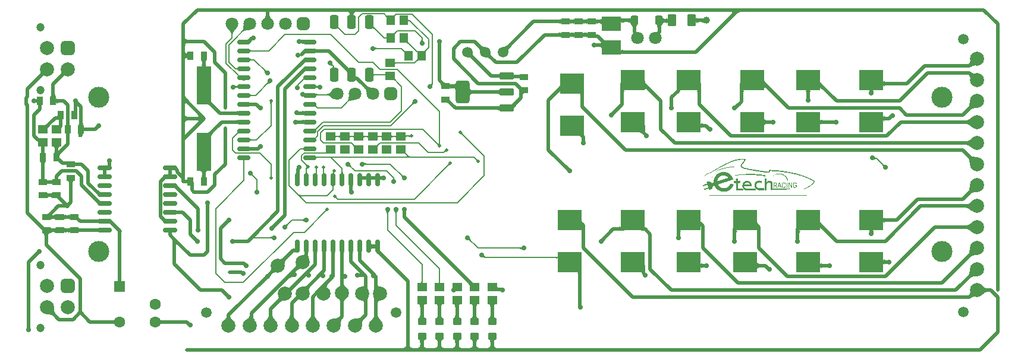
<source format=gtl>
G04*
G04 #@! TF.GenerationSoftware,Altium Limited,Altium Designer,23.3.1 (30)*
G04*
G04 Layer_Physical_Order=1*
G04 Layer_Color=255*
%FSLAX44Y44*%
%MOMM*%
G71*
G04*
G04 #@! TF.SameCoordinates,8A3622D1-8FB1-4EE3-B2AE-39504A90F10B*
G04*
G04*
G04 #@! TF.FilePolarity,Positive*
G04*
G01*
G75*
%ADD12C,0.2000*%
%ADD15C,0.5000*%
G04:AMPARAMS|DCode=17|XSize=0.6mm|YSize=2mm|CornerRadius=0.15mm|HoleSize=0mm|Usage=FLASHONLY|Rotation=270.000|XOffset=0mm|YOffset=0mm|HoleType=Round|Shape=RoundedRectangle|*
%AMROUNDEDRECTD17*
21,1,0.6000,1.7000,0,0,270.0*
21,1,0.3000,2.0000,0,0,270.0*
1,1,0.3000,-0.8500,-0.1500*
1,1,0.3000,-0.8500,0.1500*
1,1,0.3000,0.8500,0.1500*
1,1,0.3000,0.8500,-0.1500*
%
%ADD17ROUNDEDRECTD17*%
G04:AMPARAMS|DCode=18|XSize=0.6mm|YSize=1.9mm|CornerRadius=0.15mm|HoleSize=0mm|Usage=FLASHONLY|Rotation=180.000|XOffset=0mm|YOffset=0mm|HoleType=Round|Shape=RoundedRectangle|*
%AMROUNDEDRECTD18*
21,1,0.6000,1.6000,0,0,180.0*
21,1,0.3000,1.9000,0,0,180.0*
1,1,0.3000,-0.1500,0.8000*
1,1,0.3000,0.1500,0.8000*
1,1,0.3000,0.1500,-0.8000*
1,1,0.3000,-0.1500,-0.8000*
%
%ADD18ROUNDEDRECTD18*%
%ADD19R,1.3000X0.9000*%
%ADD20R,1.3500X1.1500*%
%ADD21C,2.0000*%
G04:AMPARAMS|DCode=22|XSize=2mm|YSize=1.2mm|CornerRadius=0.3mm|HoleSize=0mm|Usage=FLASHONLY|Rotation=90.000|XOffset=0mm|YOffset=0mm|HoleType=Round|Shape=RoundedRectangle|*
%AMROUNDEDRECTD22*
21,1,2.0000,0.6000,0,0,90.0*
21,1,1.4000,1.2000,0,0,90.0*
1,1,0.6000,0.3000,0.7000*
1,1,0.6000,0.3000,-0.7000*
1,1,0.6000,-0.3000,-0.7000*
1,1,0.6000,-0.3000,0.7000*
%
%ADD22ROUNDEDRECTD22*%
%ADD23R,1.1500X1.3500*%
G04:AMPARAMS|DCode=24|XSize=0.6mm|YSize=1.85mm|CornerRadius=0.15mm|HoleSize=0mm|Usage=FLASHONLY|Rotation=90.000|XOffset=0mm|YOffset=0mm|HoleType=Round|Shape=RoundedRectangle|*
%AMROUNDEDRECTD24*
21,1,0.6000,1.5500,0,0,90.0*
21,1,0.3000,1.8500,0,0,90.0*
1,1,0.3000,0.7750,0.1500*
1,1,0.3000,0.7750,-0.1500*
1,1,0.3000,-0.7750,-0.1500*
1,1,0.3000,-0.7750,0.1500*
%
%ADD24ROUNDEDRECTD24*%
%ADD25R,3.5000X3.0000*%
%ADD26R,0.9000X1.3000*%
%ADD27R,2.0000X5.5000*%
%ADD28R,2.8000X2.0000*%
G04:AMPARAMS|DCode=29|XSize=1.3mm|YSize=1.1mm|CornerRadius=0.275mm|HoleSize=0mm|Usage=FLASHONLY|Rotation=90.000|XOffset=0mm|YOffset=0mm|HoleType=Round|Shape=RoundedRectangle|*
%AMROUNDEDRECTD29*
21,1,1.3000,0.5500,0,0,90.0*
21,1,0.7500,1.1000,0,0,90.0*
1,1,0.5500,0.2750,0.3750*
1,1,0.5500,0.2750,-0.3750*
1,1,0.5500,-0.2750,-0.3750*
1,1,0.5500,-0.2750,0.3750*
%
%ADD29ROUNDEDRECTD29*%
G04:AMPARAMS|DCode=30|XSize=1mm|YSize=2.1mm|CornerRadius=0.25mm|HoleSize=0mm|Usage=FLASHONLY|Rotation=270.000|XOffset=0mm|YOffset=0mm|HoleType=Round|Shape=RoundedRectangle|*
%AMROUNDEDRECTD30*
21,1,1.0000,1.6000,0,0,270.0*
21,1,0.5000,2.1000,0,0,270.0*
1,1,0.5000,-0.8000,-0.2500*
1,1,0.5000,-0.8000,0.2500*
1,1,0.5000,0.8000,0.2500*
1,1,0.5000,0.8000,-0.2500*
%
%ADD30ROUNDEDRECTD30*%
G04:AMPARAMS|DCode=31|XSize=3.3mm|YSize=2.1mm|CornerRadius=0.525mm|HoleSize=0mm|Usage=FLASHONLY|Rotation=270.000|XOffset=0mm|YOffset=0mm|HoleType=Round|Shape=RoundedRectangle|*
%AMROUNDEDRECTD31*
21,1,3.3000,1.0500,0,0,270.0*
21,1,2.2500,2.1000,0,0,270.0*
1,1,1.0500,-0.5250,-1.1250*
1,1,1.0500,-0.5250,1.1250*
1,1,1.0500,0.5250,1.1250*
1,1,1.0500,0.5250,-1.1250*
%
%ADD31ROUNDEDRECTD31*%
G04:AMPARAMS|DCode=32|XSize=1.75mm|YSize=1.25mm|CornerRadius=0.3125mm|HoleSize=0mm|Usage=FLASHONLY|Rotation=270.000|XOffset=0mm|YOffset=0mm|HoleType=Round|Shape=RoundedRectangle|*
%AMROUNDEDRECTD32*
21,1,1.7500,0.6250,0,0,270.0*
21,1,1.1250,1.2500,0,0,270.0*
1,1,0.6250,-0.3125,-0.5625*
1,1,0.6250,-0.3125,0.5625*
1,1,0.6250,0.3125,0.5625*
1,1,0.6250,0.3125,-0.5625*
%
%ADD32ROUNDEDRECTD32*%
G04:AMPARAMS|DCode=33|XSize=1.2mm|YSize=1.1mm|CornerRadius=0.275mm|HoleSize=0mm|Usage=FLASHONLY|Rotation=180.000|XOffset=0mm|YOffset=0mm|HoleType=Round|Shape=RoundedRectangle|*
%AMROUNDEDRECTD33*
21,1,1.2000,0.5500,0,0,180.0*
21,1,0.6500,1.1000,0,0,180.0*
1,1,0.5500,-0.3250,0.2750*
1,1,0.5500,0.3250,0.2750*
1,1,0.5500,0.3250,-0.2750*
1,1,0.5500,-0.3250,-0.2750*
%
%ADD33ROUNDEDRECTD33*%
%ADD61R,1.6000X1.6000*%
%ADD62C,1.6000*%
%ADD63C,1.8000*%
G04:AMPARAMS|DCode=64|XSize=1.8mm|YSize=1.8mm|CornerRadius=0.45mm|HoleSize=0mm|Usage=FLASHONLY|Rotation=270.000|XOffset=0mm|YOffset=0mm|HoleType=Round|Shape=RoundedRectangle|*
%AMROUNDEDRECTD64*
21,1,1.8000,0.9000,0,0,270.0*
21,1,0.9000,1.8000,0,0,270.0*
1,1,0.9000,-0.4500,-0.4500*
1,1,0.9000,-0.4500,0.4500*
1,1,0.9000,0.4500,0.4500*
1,1,0.9000,0.4500,-0.4500*
%
%ADD64ROUNDEDRECTD64*%
%ADD65C,1.2000*%
G04:AMPARAMS|DCode=66|XSize=2mm|YSize=2mm|CornerRadius=0.5mm|HoleSize=0mm|Usage=FLASHONLY|Rotation=180.000|XOffset=0mm|YOffset=0mm|HoleType=Round|Shape=RoundedRectangle|*
%AMROUNDEDRECTD66*
21,1,2.0000,1.0000,0,0,180.0*
21,1,1.0000,2.0000,0,0,180.0*
1,1,1.0000,-0.5000,0.5000*
1,1,1.0000,0.5000,0.5000*
1,1,1.0000,0.5000,-0.5000*
1,1,1.0000,-0.5000,-0.5000*
%
%ADD66ROUNDEDRECTD66*%
%ADD67C,3.0000*%
%ADD68C,1.5000*%
%ADD69C,0.7000*%
%ADD70C,0.5000*%
%ADD71C,1.0000*%
G36*
X1026036Y487500D02*
X1025050Y487465D01*
X1024094Y487359D01*
X1023167Y487182D01*
X1022270Y486934D01*
X1021402Y486616D01*
X1020563Y486227D01*
X1019753Y485768D01*
X1018973Y485237D01*
X1018222Y484636D01*
X1017500Y483965D01*
X1010429D01*
X1011051Y484636D01*
X1011502Y485237D01*
X1011782Y485768D01*
X1011892Y486227D01*
X1011831Y486616D01*
X1011599Y486934D01*
X1011196Y487182D01*
X1010623Y487359D01*
X1009879Y487465D01*
X1008964Y487500D01*
X1020000Y492500D01*
X1026036Y487500D01*
D02*
G37*
G36*
X477500D02*
X476550Y487450D01*
X475700Y487300D01*
X474950Y487050D01*
X474300Y486700D01*
X473750Y486250D01*
X473300Y485700D01*
X472950Y485050D01*
X472700Y484300D01*
X472550Y483450D01*
X472500Y482500D01*
X467500D01*
X467450Y483450D01*
X467300Y484300D01*
X467050Y485050D01*
X466700Y485700D01*
X466250Y486250D01*
X465700Y486700D01*
X465050Y487050D01*
X464300Y487300D01*
X463450Y487450D01*
X462500Y487500D01*
X470000Y492500D01*
X477500Y487500D01*
D02*
G37*
G36*
X530523Y479359D02*
X530292Y479108D01*
X530106Y478863D01*
X529967Y478625D01*
X529874Y478393D01*
X529827Y478168D01*
X529827Y477950D01*
X529873Y477738D01*
X529964Y477533D01*
X530103Y477334D01*
X530287Y477142D01*
X526841Y477284D01*
X524464Y474069D01*
X524398Y474477D01*
X524222Y475230D01*
X524112Y475575D01*
X523987Y475898D01*
X523848Y476200D01*
X523693Y476480D01*
X523524Y476739D01*
X523340Y476977D01*
X523142Y477194D01*
X524334Y478830D01*
X524568Y478619D01*
X524817Y478436D01*
X525081Y478283D01*
X525362Y478158D01*
X525658Y478061D01*
X525971Y477994D01*
X526298Y477955D01*
X526392Y477952D01*
X528579Y480243D01*
X530523Y479359D01*
D02*
G37*
G36*
X919534Y469625D02*
X919484Y470100D01*
X919333Y470525D01*
X919081Y470900D01*
X918729Y471225D01*
X918277Y471500D01*
X917723Y471725D01*
X917069Y471900D01*
X916315Y472025D01*
X916167Y472038D01*
X916013Y472026D01*
X915185Y471902D01*
X914465Y471728D01*
X913853Y471505D01*
X913348Y471232D01*
X912951Y470909D01*
X912662Y470537D01*
X912480Y470115D01*
X912442Y469867D01*
X912626Y469879D01*
X912198Y469287D01*
X911815Y468686D01*
X911478Y468075D01*
X911185Y467454D01*
X910938Y466823D01*
X910735Y466183D01*
X910578Y465533D01*
X910465Y464873D01*
X910397Y464203D01*
X910375Y463523D01*
X905375Y463507D01*
X905350Y464632D01*
X905152Y466517D01*
X904978Y467278D01*
X904755Y467916D01*
X904482Y468433D01*
X904159Y468829D01*
X903787Y469102D01*
X903365Y469254D01*
X902894Y469285D01*
X912416Y469866D01*
X912803Y479613D01*
X912837Y479141D01*
X912979Y478717D01*
X913229Y478344D01*
X913586Y478021D01*
X914051Y477747D01*
X914624Y477523D01*
X915304Y477349D01*
X916093Y477225D01*
X916204Y477215D01*
X916315Y477225D01*
X917069Y477350D01*
X917723Y477525D01*
X918277Y477750D01*
X918729Y478025D01*
X919081Y478350D01*
X919333Y478725D01*
X919484Y479150D01*
X919534Y479625D01*
Y469625D01*
D02*
G37*
G36*
X352938Y483269D02*
X353052Y482495D01*
X353242Y481725D01*
X353508Y480958D01*
X353850Y480194D01*
X354268Y479434D01*
X354762Y478677D01*
X355332Y477924D01*
X355978Y477174D01*
X356700Y476427D01*
X344100D01*
X344822Y477174D01*
X345468Y477924D01*
X346038Y478677D01*
X346532Y479434D01*
X346950Y480194D01*
X347292Y480958D01*
X347558Y481725D01*
X347748Y482495D01*
X347862Y483269D01*
X347900Y484046D01*
X352900D01*
X352938Y483269D01*
D02*
G37*
G36*
X805151Y469120D02*
X805100Y469495D01*
X804950Y469829D01*
X804700Y470125D01*
X804351Y470381D01*
X803901Y470598D01*
X803351Y470775D01*
X802701Y470913D01*
X802363Y470957D01*
X801913Y470913D01*
X801263Y470775D01*
X800713Y470598D01*
X800263Y470381D01*
X799913Y470125D01*
X799663Y469829D01*
X799513Y469495D01*
X799463Y469120D01*
Y478060D01*
X799513Y477685D01*
X799663Y477351D01*
X799913Y477055D01*
X800263Y476799D01*
X800713Y476582D01*
X801263Y476405D01*
X801913Y476267D01*
X802251Y476223D01*
X802701Y476267D01*
X803351Y476405D01*
X803901Y476582D01*
X804351Y476799D01*
X804700Y477055D01*
X804950Y477351D01*
X805100Y477685D01*
X805151Y478060D01*
Y469120D01*
D02*
G37*
G36*
X786524D02*
X786474Y469495D01*
X786324Y469829D01*
X786074Y470125D01*
X785724Y470381D01*
X785274Y470598D01*
X784724Y470775D01*
X784074Y470913D01*
X783736Y470957D01*
X783286Y470913D01*
X782636Y470775D01*
X782086Y470598D01*
X781636Y470381D01*
X781286Y470125D01*
X781036Y469829D01*
X780886Y469495D01*
X780836Y469120D01*
Y478060D01*
X780886Y477685D01*
X781036Y477351D01*
X781286Y477055D01*
X781636Y476799D01*
X782086Y476582D01*
X782636Y476405D01*
X783286Y476267D01*
X783624Y476223D01*
X784074Y476267D01*
X784724Y476405D01*
X785274Y476582D01*
X785724Y476799D01*
X786074Y477055D01*
X786324Y477351D01*
X786474Y477685D01*
X786524Y478060D01*
Y469120D01*
D02*
G37*
G36*
X826061Y468590D02*
X826011Y469065D01*
X825860Y469490D01*
X825608Y469865D01*
X825256Y470190D01*
X824803Y470465D01*
X824250Y470690D01*
X823596Y470865D01*
X822841Y470990D01*
X822039Y471060D01*
X820539Y470913D01*
X819890Y470775D01*
X819340Y470598D01*
X818889Y470381D01*
X818540Y470125D01*
X818289Y469829D01*
X818139Y469495D01*
X818090Y469120D01*
Y478060D01*
X818139Y477685D01*
X818289Y477351D01*
X818540Y477055D01*
X818889Y476799D01*
X819340Y476582D01*
X819890Y476405D01*
X820539Y476267D01*
X821290Y476169D01*
X822020Y476118D01*
X822841Y476190D01*
X823596Y476315D01*
X824250Y476490D01*
X824803Y476715D01*
X825256Y476990D01*
X825608Y477315D01*
X825860Y477690D01*
X826011Y478115D01*
X826061Y478590D01*
Y468590D01*
D02*
G37*
G36*
X549990Y476482D02*
X550050Y476312D01*
X550149Y476162D01*
X550289Y476032D01*
X550470Y475922D01*
X550690Y475832D01*
X550950Y475762D01*
X551250Y475712D01*
X551590Y475682D01*
X551969Y475672D01*
Y473672D01*
X551590Y473662D01*
X551250Y473632D01*
X550950Y473582D01*
X550690Y473512D01*
X550470Y473422D01*
X550289Y473312D01*
X550149Y473182D01*
X550050Y473032D01*
X549990Y472862D01*
X549969Y472672D01*
Y476672D01*
X549990Y476482D01*
D02*
G37*
G36*
X971429Y471500D02*
X971215Y471690D01*
X970965Y471860D01*
X970679Y472010D01*
X970357Y472140D01*
X969999Y472250D01*
X969605Y472340D01*
X969175Y472410D01*
X968710Y472460D01*
X967670Y472500D01*
Y477500D01*
X968208Y477510D01*
X969175Y477590D01*
X969605Y477660D01*
X969999Y477750D01*
X970357Y477860D01*
X970679Y477990D01*
X970965Y478140D01*
X971215Y478310D01*
X971429Y478500D01*
Y471500D01*
D02*
G37*
G36*
X867352Y470012D02*
X867299Y470485D01*
X867139Y470908D01*
X866871Y471281D01*
X866497Y471604D01*
X866016Y471878D01*
X865428Y472102D01*
X864733Y472276D01*
X863931Y472401D01*
X863023Y472475D01*
X862007Y472500D01*
Y477500D01*
X863023Y477525D01*
X863931Y477599D01*
X864733Y477724D01*
X865428Y477898D01*
X866016Y478122D01*
X866497Y478396D01*
X866871Y478719D01*
X867139Y479092D01*
X867299Y479515D01*
X867352Y479988D01*
Y470012D01*
D02*
G37*
G36*
X960516Y479525D02*
X960667Y479100D01*
X960919Y478725D01*
X961271Y478400D01*
X961723Y478125D01*
X962277Y477900D01*
X962931Y477725D01*
X963685Y477600D01*
X964540Y477525D01*
X965496Y477500D01*
Y472500D01*
X964540Y472475D01*
X963685Y472400D01*
X962931Y472275D01*
X962277Y472100D01*
X961723Y471875D01*
X961271Y471600D01*
X960919Y471275D01*
X960667Y470900D01*
X960516Y470475D01*
X960466Y470000D01*
Y480000D01*
X960516Y479525D01*
D02*
G37*
G36*
X854019Y479500D02*
X854169Y479081D01*
X854419Y478710D01*
X854770Y478389D01*
X855219Y478117D01*
X855770Y477895D01*
X856420Y477722D01*
X857169Y477599D01*
X858019Y477525D01*
X858969Y477500D01*
Y472500D01*
X858015Y472475D01*
X857161Y472400D01*
X856407Y472275D01*
X855754Y472100D01*
X855201Y471875D01*
X854748Y471600D01*
X854395Y471275D01*
X854143Y470900D01*
X853991Y470475D01*
X853939Y470000D01*
X853969Y479969D01*
X854019Y479500D01*
D02*
G37*
G36*
X767897Y469120D02*
X767847Y469495D01*
X767697Y469829D01*
X767447Y470125D01*
X767097Y470381D01*
X766647Y470598D01*
X766097Y470775D01*
X765447Y470913D01*
X764697Y471011D01*
X763847Y471070D01*
X762897Y471090D01*
Y476090D01*
X763847Y476110D01*
X765447Y476267D01*
X766097Y476405D01*
X766647Y476582D01*
X767097Y476799D01*
X767447Y477055D01*
X767697Y477351D01*
X767847Y477685D01*
X767897Y478060D01*
Y469120D01*
D02*
G37*
G36*
X876774Y468950D02*
X876401Y468541D01*
X876073Y468083D01*
X875788Y467575D01*
X875547Y467020D01*
X875350Y466415D01*
X875197Y465761D01*
X875088Y465059D01*
X875022Y464307D01*
X875000Y463507D01*
X870000D01*
X869978Y464307D01*
X869912Y465059D01*
X869803Y465761D01*
X869650Y466415D01*
X869453Y467020D01*
X869212Y467575D01*
X868927Y468083D01*
X868599Y468541D01*
X868226Y468950D01*
X867810Y469310D01*
X877190D01*
X876774Y468950D01*
D02*
G37*
G36*
X500933Y467603D02*
X500940Y467360D01*
X500986Y467106D01*
X501072Y466841D01*
X501196Y466564D01*
X501361Y466275D01*
X501564Y465975D01*
X501806Y465663D01*
X502088Y465340D01*
X502409Y465005D01*
X502004Y462582D01*
X501654Y462918D01*
X501048Y463411D01*
X500792Y463568D01*
X500568Y463666D01*
X500374Y463704D01*
X500212Y463683D01*
X500081Y463603D01*
X499982Y463463D01*
X499913Y463264D01*
X500965Y467833D01*
X500933Y467603D01*
D02*
G37*
G36*
X324910Y461000D02*
X323481Y460995D01*
X319853Y460740D01*
X318863Y460575D01*
X317983Y460370D01*
X317214Y460125D01*
X316554Y459840D01*
X316004Y459515D01*
X315564Y459150D01*
X314150Y460564D01*
X314515Y461004D01*
X314840Y461554D01*
X315125Y462214D01*
X315370Y462983D01*
X315575Y463863D01*
X315740Y464852D01*
X315950Y467161D01*
X315995Y468481D01*
X316000Y469910D01*
X324910Y461000D01*
D02*
G37*
G36*
X805151Y450121D02*
X805100Y450495D01*
X804950Y450830D01*
X804700Y451125D01*
X804351Y451381D01*
X803901Y451598D01*
X803351Y451775D01*
X802701Y451913D01*
X802363Y451957D01*
X801913Y451913D01*
X801263Y451775D01*
X800713Y451598D01*
X800263Y451381D01*
X799913Y451125D01*
X799663Y450830D01*
X799513Y450495D01*
X799463Y450121D01*
Y459059D01*
X799513Y458685D01*
X799663Y458350D01*
X799913Y458055D01*
X800263Y457799D01*
X800713Y457582D01*
X801263Y457405D01*
X801913Y457267D01*
X802251Y457223D01*
X802701Y457267D01*
X803351Y457405D01*
X803901Y457582D01*
X804351Y457799D01*
X804700Y458055D01*
X804950Y458350D01*
X805100Y458685D01*
X805151Y459059D01*
Y450121D01*
D02*
G37*
G36*
X786524D02*
X786474Y450495D01*
X786324Y450830D01*
X786074Y451125D01*
X785724Y451381D01*
X785274Y451598D01*
X784724Y451775D01*
X784074Y451913D01*
X783736Y451957D01*
X783286Y451913D01*
X782636Y451775D01*
X782086Y451598D01*
X781636Y451381D01*
X781286Y451125D01*
X781036Y450830D01*
X780886Y450495D01*
X780836Y450121D01*
Y459059D01*
X780886Y458685D01*
X781036Y458350D01*
X781286Y458055D01*
X781636Y457799D01*
X782086Y457582D01*
X782636Y457405D01*
X783286Y457267D01*
X783624Y457223D01*
X784074Y457267D01*
X784724Y457405D01*
X785274Y457582D01*
X785724Y457799D01*
X786074Y458055D01*
X786324Y458350D01*
X786474Y458685D01*
X786524Y459059D01*
Y450121D01*
D02*
G37*
G36*
X532884Y456720D02*
X532488Y456309D01*
X531866Y455574D01*
X531639Y455249D01*
X531469Y454952D01*
X531356Y454683D01*
X531300Y454443D01*
Y454230D01*
X531356Y454047D01*
X531469Y453891D01*
X528641Y456720D01*
X528797Y456606D01*
X528980Y456550D01*
X529193D01*
X529433Y456606D01*
X529702Y456720D01*
X529999Y456889D01*
X530324Y457116D01*
X530678Y457398D01*
X531469Y458134D01*
X532884Y456720D01*
D02*
G37*
G36*
X304893Y462558D02*
X302508Y459812D01*
X301925Y458996D01*
X301448Y458229D01*
X301077Y457511D01*
X300812Y456843D01*
X300653Y456225D01*
X300600Y455656D01*
X298600D01*
X298547Y456225D01*
X298388Y456843D01*
X298123Y457511D01*
X297752Y458229D01*
X297275Y458996D01*
X296692Y459812D01*
X295208Y461594D01*
X294307Y462558D01*
X293300Y463573D01*
X305900D01*
X304893Y462558D01*
D02*
G37*
G36*
X767897Y450121D02*
X767847Y450495D01*
X767697Y450830D01*
X767447Y451125D01*
X767097Y451381D01*
X766647Y451598D01*
X766097Y451775D01*
X765447Y451913D01*
X764697Y452011D01*
X763847Y452070D01*
X762897Y452090D01*
Y457090D01*
X763847Y457110D01*
X765447Y457267D01*
X766097Y457405D01*
X766647Y457582D01*
X767097Y457799D01*
X767447Y458055D01*
X767697Y458350D01*
X767847Y458685D01*
X767897Y459059D01*
Y450121D01*
D02*
G37*
G36*
X520061Y448000D02*
X520041Y448190D01*
X519980Y448360D01*
X519878Y448510D01*
X519736Y448640D01*
X519553Y448750D01*
X519330Y448840D01*
X519066Y448910D01*
X518761Y448960D01*
X518416Y448990D01*
X518031Y449000D01*
Y451000D01*
X518416Y451010D01*
X518761Y451040D01*
X519066Y451090D01*
X519330Y451160D01*
X519553Y451250D01*
X519736Y451360D01*
X519878Y451490D01*
X519980Y451640D01*
X520041Y451810D01*
X520061Y452000D01*
Y448000D01*
D02*
G37*
G36*
X329284Y447298D02*
X328654Y446654D01*
X327118Y444905D01*
X326723Y444382D01*
X326111Y443429D01*
X325893Y442998D01*
X325734Y442597D01*
X325634Y442227D01*
X320233Y447268D01*
X320469Y447134D01*
X320776Y447109D01*
X321153Y447193D01*
X321599Y447387D01*
X322116Y447689D01*
X322702Y448100D01*
X323359Y448620D01*
X324882Y449987D01*
X325748Y450834D01*
X329284Y447298D01*
D02*
G37*
G36*
X571015Y447240D02*
X571058Y446937D01*
X571130Y446636D01*
X571232Y446337D01*
X571362Y446040D01*
X571522Y445746D01*
X571711Y445454D01*
X571928Y445164D01*
X572174Y444876D01*
X572450Y444591D01*
X567550D01*
X567826Y444876D01*
X568072Y445164D01*
X568289Y445454D01*
X568478Y445746D01*
X568638Y446040D01*
X568768Y446337D01*
X568870Y446636D01*
X568942Y446937D01*
X568985Y447240D01*
X569000Y447546D01*
X571000D01*
X571015Y447240D01*
D02*
G37*
G36*
X549856Y445953D02*
X549800Y445770D01*
Y445557D01*
X549856Y445317D01*
X549969Y445048D01*
X550139Y444751D01*
X550365Y444426D01*
X550648Y444072D01*
X551384Y443280D01*
X549969Y441866D01*
X549559Y442262D01*
X548824Y442884D01*
X548499Y443111D01*
X548202Y443280D01*
X547933Y443394D01*
X547693Y443450D01*
X547481D01*
X547297Y443394D01*
X547141Y443280D01*
X549969Y446109D01*
X549856Y445953D01*
D02*
G37*
G36*
X401677Y441416D02*
X401421Y441555D01*
X401095Y441680D01*
X400697Y441790D01*
X400228Y441886D01*
X399687Y441966D01*
X398393Y442084D01*
X396814Y442143D01*
X395917Y442150D01*
X396625Y447150D01*
X401677Y447184D01*
Y441416D01*
D02*
G37*
G36*
X232550Y451550D02*
X232700Y450700D01*
X232950Y449950D01*
X233300Y449300D01*
X233750Y448750D01*
X234300Y448300D01*
X234950Y447950D01*
X235700Y447700D01*
X236550Y447550D01*
X237500Y447500D01*
Y442500D01*
X236550Y442475D01*
X235700Y442400D01*
X234950Y442275D01*
X234300Y442100D01*
X233750Y441875D01*
X233300Y441600D01*
X232950Y441275D01*
X232700Y440900D01*
X232550Y440475D01*
X232500Y440000D01*
X227500Y445000D01*
X232500Y452500D01*
X232550Y451550D01*
D02*
G37*
G36*
X827058Y449012D02*
X828901Y447450D01*
X829715Y446882D01*
X830458Y446454D01*
X831129Y446168D01*
X831729Y446024D01*
X832258Y446021D01*
X832715Y446159D01*
X833102Y446439D01*
X826061Y439398D01*
X826341Y439785D01*
X826479Y440242D01*
X826476Y440771D01*
X826332Y441371D01*
X826061Y442007D01*
Y435000D01*
X826011Y435475D01*
X825860Y435900D01*
X825608Y436275D01*
X825256Y436600D01*
X824803Y436875D01*
X824250Y437100D01*
X823596Y437275D01*
X822841Y437400D01*
X821986Y437475D01*
X821031Y437500D01*
Y442500D01*
X821986Y442525D01*
X822841Y442600D01*
X823596Y442725D01*
X824250Y442900D01*
X824803Y443125D01*
X825209Y443371D01*
X825050Y443599D01*
X824340Y444485D01*
X822495Y446469D01*
X826031Y450005D01*
X827058Y449012D01*
D02*
G37*
G36*
X502785Y437174D02*
X503073Y436928D01*
X503362Y436711D01*
X503654Y436522D01*
X503949Y436362D01*
X504245Y436232D01*
X504544Y436130D01*
X504845Y436058D01*
X505149Y436015D01*
X505454Y436000D01*
Y434000D01*
X505149Y433985D01*
X504845Y433942D01*
X504544Y433870D01*
X504245Y433768D01*
X503949Y433638D01*
X503654Y433478D01*
X503362Y433289D01*
X503073Y433072D01*
X502785Y432826D01*
X502500Y432550D01*
Y437450D01*
X502785Y437174D01*
D02*
G37*
G36*
X576384Y431720D02*
X575988Y431309D01*
X575365Y430574D01*
X575139Y430249D01*
X574969Y429952D01*
X574856Y429683D01*
X574800Y429443D01*
Y429230D01*
X574856Y429047D01*
X574969Y428891D01*
X572141Y431720D01*
X572297Y431606D01*
X572481Y431550D01*
X572693D01*
X572933Y431606D01*
X573202Y431720D01*
X573499Y431889D01*
X573824Y432116D01*
X574178Y432398D01*
X574969Y433134D01*
X576384Y431720D01*
D02*
G37*
G36*
X695350Y436414D02*
X694877Y435903D01*
X694455Y435364D01*
X694084Y434799D01*
X693763Y434205D01*
X693493Y433585D01*
X693273Y432938D01*
X693104Y432263D01*
X692985Y431561D01*
X692917Y430831D01*
X692900Y430075D01*
X685475Y437500D01*
X686232Y437517D01*
X686961Y437585D01*
X687663Y437704D01*
X688338Y437873D01*
X688985Y438093D01*
X689605Y438363D01*
X690199Y438684D01*
X690764Y439055D01*
X691303Y439477D01*
X691814Y439950D01*
X695350Y436414D01*
D02*
G37*
G36*
X654097Y439477D02*
X654636Y439055D01*
X655201Y438684D01*
X655795Y438363D01*
X656415Y438093D01*
X657062Y437873D01*
X657737Y437704D01*
X658439Y437585D01*
X659168Y437517D01*
X659925Y437500D01*
X652500Y430075D01*
X652483Y430831D01*
X652415Y431561D01*
X652296Y432263D01*
X652127Y432938D01*
X651907Y433585D01*
X651637Y434205D01*
X651316Y434798D01*
X650945Y435364D01*
X650523Y435903D01*
X650050Y436414D01*
X653586Y439950D01*
X654097Y439477D01*
D02*
G37*
G36*
X563531Y431720D02*
X563561Y429720D01*
X563550Y429725D01*
X563518Y429730D01*
X563465Y429735D01*
X563041Y429747D01*
X562500Y429750D01*
Y431750D01*
X563531Y431720D01*
D02*
G37*
G36*
X325640Y433405D02*
X325704Y433236D01*
X325811Y433087D01*
X325960Y432958D01*
X326151Y432849D01*
X326385Y432759D01*
X326662Y432690D01*
X326982Y432640D01*
X327344Y432610D01*
X327748Y432600D01*
Y430600D01*
X327344Y430590D01*
X326982Y430560D01*
X326662Y430510D01*
X326385Y430441D01*
X326151Y430351D01*
X325960Y430242D01*
X325811Y430113D01*
X325704Y429964D01*
X325640Y429795D01*
X325619Y429606D01*
Y433594D01*
X325640Y433405D01*
D02*
G37*
G36*
X418482Y434411D02*
X418728Y434346D01*
X419062Y434288D01*
X419483Y434238D01*
X421273Y434135D01*
X423849Y434100D01*
Y429100D01*
X422903Y429096D01*
X418728Y428854D01*
X418482Y428789D01*
X418323Y428716D01*
Y434484D01*
X418482Y434411D01*
D02*
G37*
G36*
X573786Y429122D02*
X573569Y428882D01*
X573389Y428631D01*
X573245Y428371D01*
X573137Y428101D01*
X573066Y427821D01*
X573032Y427530D01*
X573035Y427230D01*
X573074Y426920D01*
X573149Y426600D01*
X573261Y426270D01*
X569538Y427951D01*
X566506Y425212D01*
X566518Y425602D01*
X566506Y425975D01*
X566469Y426329D01*
X566408Y426665D01*
X566322Y426984D01*
X566212Y427285D01*
X566078Y427568D01*
X565919Y427832D01*
X565735Y428079D01*
X565527Y428308D01*
X567016Y429648D01*
X567240Y429444D01*
X567483Y429260D01*
X567746Y429096D01*
X568029Y428951D01*
X568331Y428826D01*
X568654Y428721D01*
X568996Y428636D01*
X569358Y428570D01*
X569462Y428557D01*
X570282Y428924D01*
X570595Y429091D01*
X571150Y429434D01*
X571392Y429610D01*
X571611Y429788D01*
X571806Y429970D01*
X573786Y429122D01*
D02*
G37*
G36*
X853991Y434525D02*
X854143Y434100D01*
X854396Y433725D01*
X854748Y433400D01*
X855201Y433125D01*
X855754Y432900D01*
X856408Y432725D01*
X857161Y432600D01*
X858015Y432525D01*
X858969Y432500D01*
Y427500D01*
X858019Y427490D01*
X855770Y427345D01*
X855219Y427258D01*
X854770Y427151D01*
X854419Y427025D01*
X854169Y426880D01*
X854019Y426715D01*
X853969Y426530D01*
X853939Y435000D01*
X853991Y434525D01*
D02*
G37*
G36*
X570142Y421503D02*
X569740Y421476D01*
X569358Y421430D01*
X568996Y421364D01*
X568654Y421279D01*
X568331Y421174D01*
X568029Y421049D01*
X567746Y420904D01*
X567483Y420740D01*
X567240Y420556D01*
X567016Y420352D01*
X565527Y421692D01*
X565735Y421921D01*
X565919Y422168D01*
X566078Y422432D01*
X566212Y422715D01*
X566322Y423016D01*
X566408Y423334D01*
X566469Y423671D01*
X566506Y424025D01*
X566518Y424398D01*
X566506Y424788D01*
X570142Y421503D01*
D02*
G37*
G36*
X667517Y429169D02*
X667585Y428439D01*
X667704Y427737D01*
X667873Y427062D01*
X668093Y426415D01*
X668363Y425795D01*
X668684Y425201D01*
X669055Y424636D01*
X669477Y424097D01*
X669950Y423586D01*
X666414Y420050D01*
X665903Y420523D01*
X665364Y420945D01*
X664799Y421316D01*
X664205Y421637D01*
X663585Y421907D01*
X662938Y422127D01*
X662263Y422296D01*
X661561Y422415D01*
X660832Y422483D01*
X660075Y422500D01*
X667500Y429925D01*
X667517Y429169D01*
D02*
G37*
G36*
X642117D02*
X642185Y428439D01*
X642304Y427737D01*
X642473Y427062D01*
X642693Y426415D01*
X642963Y425795D01*
X643284Y425201D01*
X643655Y424636D01*
X644077Y424097D01*
X644550Y423586D01*
X641014Y420050D01*
X640503Y420523D01*
X639964Y420945D01*
X639398Y421316D01*
X638805Y421637D01*
X638185Y421907D01*
X637538Y422127D01*
X636863Y422296D01*
X636161Y422415D01*
X635432Y422483D01*
X634675Y422500D01*
X642100Y429925D01*
X642117Y429169D01*
D02*
G37*
G36*
X232550Y431550D02*
X232700Y430700D01*
X232950Y429950D01*
X233300Y429300D01*
X233750Y428750D01*
X234300Y428300D01*
X234702Y428084D01*
X234803Y428125D01*
X235256Y428400D01*
X235608Y428725D01*
X235860Y429100D01*
X236011Y429525D01*
X236061Y430000D01*
Y427636D01*
X236550Y427550D01*
X237500Y427500D01*
Y422500D01*
X236550Y422450D01*
X236061Y422364D01*
Y420000D01*
X236011Y420475D01*
X235860Y420900D01*
X235608Y421275D01*
X235256Y421600D01*
X234803Y421875D01*
X234702Y421916D01*
X234300Y421700D01*
X233750Y421250D01*
X233300Y420700D01*
X232950Y420050D01*
X232700Y419300D01*
X232550Y418450D01*
X232500Y417500D01*
X227500Y425000D01*
X232500Y432500D01*
X232550Y431550D01*
D02*
G37*
G36*
X566359Y418311D02*
X566206Y418421D01*
X566024Y418475D01*
X565814Y418471D01*
X565574Y418412D01*
X565306Y418296D01*
X565009Y418123D01*
X564682Y417894D01*
X564327Y417608D01*
X563531Y416866D01*
X562116Y418280D01*
X562515Y418693D01*
X563144Y419432D01*
X563373Y419759D01*
X563546Y420056D01*
X563662Y420324D01*
X563722Y420564D01*
X563725Y420774D01*
X563671Y420956D01*
X563561Y421109D01*
X566359Y418311D01*
D02*
G37*
G36*
X325640Y420705D02*
X325704Y420536D01*
X325811Y420387D01*
X325960Y420258D01*
X326151Y420149D01*
X326385Y420059D01*
X326662Y419990D01*
X326982Y419940D01*
X327344Y419910D01*
X327748Y419900D01*
Y417900D01*
X327344Y417890D01*
X326982Y417860D01*
X326662Y417811D01*
X326385Y417741D01*
X326151Y417651D01*
X325960Y417542D01*
X325811Y417413D01*
X325704Y417264D01*
X325640Y417095D01*
X325619Y416906D01*
Y420894D01*
X325640Y420705D01*
D02*
G37*
G36*
X531709Y416060D02*
X531770Y415890D01*
X531872Y415740D01*
X532014Y415610D01*
X532197Y415500D01*
X532420Y415410D01*
X532684Y415340D01*
X532989Y415290D01*
X533334Y415260D01*
X533719Y415250D01*
Y413250D01*
X533334Y413240D01*
X532989Y413210D01*
X532684Y413160D01*
X532420Y413090D01*
X532197Y413000D01*
X532014Y412890D01*
X531872Y412760D01*
X531770Y412610D01*
X531709Y412440D01*
X531689Y412250D01*
Y416250D01*
X531709Y416060D01*
D02*
G37*
G36*
X1357334Y410362D02*
X1356729Y410491D01*
X1356125Y410545D01*
X1355523Y410522D01*
X1354921Y410423D01*
X1354321Y410248D01*
X1353722Y409997D01*
X1353125Y409670D01*
X1352528Y409267D01*
X1351933Y408788D01*
X1351339Y408232D01*
X1347803Y411768D01*
X1348380Y412382D01*
X1348882Y412996D01*
X1349310Y413611D01*
X1349663Y414226D01*
X1349942Y414842D01*
X1350146Y415457D01*
X1350276Y416073D01*
X1350331Y416690D01*
X1350312Y417306D01*
X1350218Y417924D01*
X1357334Y410362D01*
D02*
G37*
G36*
X263595Y418480D02*
X263260Y418330D01*
X262965Y418080D01*
X262709Y417730D01*
X262492Y417281D01*
X262315Y416730D01*
X262177Y416081D01*
X262079Y415331D01*
X262020Y414481D01*
X262017Y414333D01*
X262025Y414014D01*
X262100Y413158D01*
X262225Y412404D01*
X262400Y411750D01*
X262625Y411197D01*
X262900Y410744D01*
X263225Y410392D01*
X263600Y410140D01*
X264025Y409989D01*
X264500Y409939D01*
X254500D01*
X254975Y409989D01*
X255400Y410140D01*
X255775Y410392D01*
X256100Y410744D01*
X256375Y411197D01*
X256600Y411750D01*
X256775Y412404D01*
X256900Y413158D01*
X256975Y414014D01*
X256983Y414333D01*
X256980Y414481D01*
X256823Y416081D01*
X256685Y416730D01*
X256508Y417281D01*
X256291Y417730D01*
X256035Y418080D01*
X255739Y418330D01*
X255405Y418480D01*
X255030Y418531D01*
X263969D01*
X263595Y418480D01*
D02*
G37*
G36*
X442729Y413790D02*
X442758Y413413D01*
X442809Y413054D01*
X442882Y412714D01*
X442977Y412393D01*
X443095Y412091D01*
X443234Y411808D01*
X443396Y411544D01*
X443580Y411299D01*
X443786Y411072D01*
X442371Y409658D01*
X442145Y409864D01*
X441900Y410048D01*
X441636Y410209D01*
X441353Y410349D01*
X441051Y410466D01*
X440730Y410561D01*
X440390Y410635D01*
X440031Y410686D01*
X439653Y410715D01*
X439257Y410722D01*
X442722Y414187D01*
X442729Y413790D01*
D02*
G37*
G36*
X445124Y408974D02*
X445149Y408657D01*
X445190Y408378D01*
X445249Y408136D01*
X445324Y407931D01*
X445415Y407763D01*
X445523Y407632D01*
X445648Y407539D01*
X445790Y407483D01*
X445948Y407465D01*
X442282D01*
X442440Y407483D01*
X442582Y407539D01*
X442707Y407632D01*
X442815Y407763D01*
X442907Y407931D01*
X442982Y408136D01*
X443040Y408378D01*
X443082Y408657D01*
X443107Y408974D01*
X443115Y409328D01*
X445115D01*
X445124Y408974D01*
D02*
G37*
G36*
X347077Y404358D02*
X347322Y404174D01*
X347586Y404013D01*
X347869Y403873D01*
X348171Y403756D01*
X348492Y403660D01*
X348832Y403587D01*
X349191Y403536D01*
X349568Y403507D01*
X349965Y403500D01*
X346500Y400035D01*
X346493Y400432D01*
X346464Y400809D01*
X346413Y401168D01*
X346340Y401508D01*
X346244Y401829D01*
X346127Y402131D01*
X345987Y402414D01*
X345826Y402678D01*
X345642Y402923D01*
X345436Y403149D01*
X346851Y404564D01*
X347077Y404358D01*
D02*
G37*
G36*
X462991Y409579D02*
X464846Y408005D01*
X465642Y407455D01*
X466350Y407062D01*
X466970Y406827D01*
X467503Y406750D01*
X467948Y406830D01*
X468306Y407069D01*
X468576Y407465D01*
X464035Y397924D01*
X464203Y398422D01*
X464254Y398967D01*
X464189Y399558D01*
X464007Y400195D01*
X463709Y400879D01*
X463294Y401610D01*
X462763Y402386D01*
X462115Y403209D01*
X461350Y404079D01*
X460469Y404995D01*
X461932Y410603D01*
X462991Y409579D01*
D02*
G37*
G36*
X500985Y399310D02*
X501046Y399140D01*
X501147Y398990D01*
X501289Y398860D01*
X501472Y398750D01*
X501696Y398660D01*
X501960Y398590D01*
X502264Y398540D01*
X502609Y398510D01*
X502995Y398500D01*
Y396500D01*
X502609Y396490D01*
X502264Y396460D01*
X501960Y396410D01*
X501696Y396340D01*
X501472Y396250D01*
X501289Y396140D01*
X501147Y396010D01*
X501046Y395860D01*
X500985Y395690D01*
X500965Y395500D01*
Y399500D01*
X500985Y399310D01*
D02*
G37*
G36*
X520633Y394989D02*
X520596Y395276D01*
X520526Y395533D01*
X520423Y395760D01*
X520286Y395956D01*
X520116Y396122D01*
X519913Y396258D01*
X519676Y396364D01*
X519406Y396440D01*
X519103Y396485D01*
X518767Y396500D01*
X520799Y398500D01*
X521164Y398502D01*
X523267Y398623D01*
X523427Y398652D01*
X520633Y394989D01*
D02*
G37*
G36*
X1351933Y401212D02*
X1352528Y400733D01*
X1353125Y400330D01*
X1353722Y400003D01*
X1354321Y399752D01*
X1354921Y399577D01*
X1355523Y399478D01*
X1356125Y399455D01*
X1356729Y399509D01*
X1357334Y399638D01*
X1350218Y392077D01*
X1350312Y392694D01*
X1350331Y393310D01*
X1350276Y393927D01*
X1350146Y394543D01*
X1349942Y395158D01*
X1349663Y395774D01*
X1349310Y396389D01*
X1348882Y397004D01*
X1348380Y397618D01*
X1347803Y398232D01*
X1351339Y401768D01*
X1351933Y401212D01*
D02*
G37*
G36*
X527435Y396434D02*
X528145Y395237D01*
X528329Y394974D01*
X528899Y394274D01*
X529094Y394070D01*
X528529Y391806D01*
X528285Y392027D01*
X528036Y392208D01*
X527782Y392347D01*
X527522Y392445D01*
X527257Y392503D01*
X526987Y392520D01*
X526712Y392496D01*
X526431Y392431D01*
X526146Y392326D01*
X525855Y392179D01*
X527264Y396770D01*
X527435Y396434D01*
D02*
G37*
G36*
X531579Y392706D02*
X531525Y392524D01*
X531529Y392314D01*
X531588Y392074D01*
X531704Y391806D01*
X531877Y391509D01*
X532106Y391182D01*
X532392Y390827D01*
X533134Y390031D01*
X531720Y388616D01*
X531307Y389015D01*
X530568Y389644D01*
X530241Y389873D01*
X529944Y390046D01*
X529676Y390162D01*
X529436Y390221D01*
X529226Y390225D01*
X529044Y390171D01*
X528891Y390061D01*
X531689Y392859D01*
X531579Y392706D01*
D02*
G37*
G36*
X353951Y385181D02*
X353554Y385174D01*
X353176Y385145D01*
X352817Y385094D01*
X352478Y385021D01*
X352157Y384925D01*
X351855Y384808D01*
X351572Y384669D01*
X351307Y384507D01*
X351062Y384323D01*
X350836Y384117D01*
X349422Y385532D01*
X349627Y385758D01*
X349811Y386003D01*
X349973Y386267D01*
X350112Y386550D01*
X350230Y386852D01*
X350325Y387173D01*
X350398Y387513D01*
X350450Y387872D01*
X350479Y388250D01*
X350486Y388646D01*
X353951Y385181D01*
D02*
G37*
G36*
X617406Y376010D02*
X617375Y376485D01*
X617239Y376910D01*
X616999Y377285D01*
X616653Y377610D01*
X616203Y377885D01*
X615647Y378110D01*
X614986Y378285D01*
X614221Y378410D01*
X613684Y378456D01*
X612430Y378333D01*
X611780Y378195D01*
X611230Y378018D01*
X610779Y377801D01*
X610429Y377545D01*
X610179Y377249D01*
X610029Y376915D01*
X609980Y376540D01*
Y385480D01*
X610029Y385105D01*
X610179Y384771D01*
X610429Y384475D01*
X610779Y384219D01*
X611230Y384002D01*
X611780Y383825D01*
X612430Y383687D01*
X613180Y383589D01*
X613652Y383556D01*
X614308Y383610D01*
X615116Y383734D01*
X615820Y383908D01*
X616419Y384132D01*
X616913Y384406D01*
X617302Y384729D01*
X617586Y385103D01*
X617765Y385526D01*
X617839Y385998D01*
X617406Y376010D01*
D02*
G37*
G36*
X422237Y377852D02*
X421992Y378146D01*
X421740Y378409D01*
X421481Y378641D01*
X421213Y378843D01*
X420939Y379013D01*
X420656Y379152D01*
X420367Y379261D01*
X420138Y379320D01*
X420078Y379311D01*
X419776Y379243D01*
X419518Y379154D01*
X419304Y379046D01*
X419135Y378918D01*
X419009Y378771D01*
X418928Y378604D01*
X418891Y378417D01*
X419198Y382394D01*
X419205Y382205D01*
X419256Y382036D01*
X419351Y381887D01*
X419490Y381758D01*
X419673Y381648D01*
X419899Y381559D01*
X420171Y381489D01*
X420337Y381463D01*
X420591Y381519D01*
X420897Y381611D01*
X421206Y381730D01*
X421518Y381875D01*
X421833Y382047D01*
X422151Y382244D01*
X422473Y382469D01*
X422797Y382720D01*
X422237Y377852D01*
D02*
G37*
G36*
X585584Y383614D02*
X585379Y383387D01*
X585195Y383142D01*
X585033Y382878D01*
X584894Y382595D01*
X584776Y382293D01*
X584681Y381972D01*
X584608Y381632D01*
X584557Y381274D01*
X584528Y380896D01*
X584520Y380499D01*
X581056Y383964D01*
X581452Y383971D01*
X581830Y384000D01*
X582189Y384051D01*
X582528Y384125D01*
X582849Y384220D01*
X583151Y384337D01*
X583434Y384477D01*
X583699Y384639D01*
X583944Y384822D01*
X584170Y385028D01*
X585584Y383614D01*
D02*
G37*
G36*
X598547Y389543D02*
X601849Y386767D01*
X602777Y386155D01*
X603617Y385700D01*
X604371Y385402D01*
X605038Y385261D01*
X605618Y385276D01*
X606111Y385449D01*
X597071Y380408D01*
X597440Y380705D01*
X597648Y381093D01*
X597695Y381572D01*
X597581Y382142D01*
X597305Y382804D01*
X596867Y383556D01*
X596269Y384400D01*
X595509Y385335D01*
X593505Y387480D01*
X597273Y390783D01*
X598547Y389543D01*
D02*
G37*
G36*
X1227489Y389445D02*
X1227640Y389020D01*
X1227892Y388645D01*
X1228244Y388320D01*
X1228697Y388045D01*
X1229250Y387820D01*
X1229904Y387645D01*
X1230658Y387520D01*
X1231514Y387445D01*
X1232469Y387420D01*
Y382420D01*
X1231514Y382395D01*
X1230658Y382320D01*
X1229904Y382195D01*
X1229250Y382020D01*
X1228697Y381795D01*
X1228244Y381520D01*
X1227892Y381195D01*
X1227640Y380820D01*
X1227489Y380395D01*
X1227439Y379920D01*
Y389920D01*
X1227489Y389445D01*
D02*
G37*
G36*
X303527Y382469D02*
X304167Y382047D01*
X304482Y381875D01*
X304794Y381730D01*
X305103Y381611D01*
X305409Y381519D01*
X305711Y381453D01*
X305889Y381429D01*
X306014Y381440D01*
X306329Y381489D01*
X306600Y381559D01*
X306828Y381648D01*
X307010Y381758D01*
X307149Y381887D01*
X307244Y382036D01*
X307295Y382205D01*
X307302Y382394D01*
X307609Y378417D01*
X307572Y378604D01*
X307491Y378771D01*
X307365Y378918D01*
X307196Y379046D01*
X306982Y379154D01*
X306724Y379243D01*
X306422Y379311D01*
X306078Y379361D01*
X305931Y379338D01*
X305633Y379261D01*
X305344Y379152D01*
X305061Y379013D01*
X304787Y378843D01*
X304519Y378641D01*
X304260Y378409D01*
X304008Y378146D01*
X303763Y377852D01*
X303203Y382720D01*
X303527Y382469D01*
D02*
G37*
G36*
X1057492Y390873D02*
X1057652Y390117D01*
X1057919Y389325D01*
X1058292Y388496D01*
X1058773Y387630D01*
X1059359Y386728D01*
X1060053Y385789D01*
X1061759Y383802D01*
X1062773Y382754D01*
X1061005Y377450D01*
X1060328Y378092D01*
X1059721Y378592D01*
X1059186Y378948D01*
X1058723Y379162D01*
X1058331Y379234D01*
X1058010Y379162D01*
X1057760Y378948D01*
X1057582Y378592D01*
X1057475Y378092D01*
X1057439Y377450D01*
Y391593D01*
X1057492Y390873D01*
D02*
G37*
G36*
X1137475Y389351D02*
X1137582Y388648D01*
X1137760Y387944D01*
X1138010Y387239D01*
X1138331Y386533D01*
X1138723Y385825D01*
X1139186Y385116D01*
X1139721Y384406D01*
X1140328Y383694D01*
X1141005Y382982D01*
Y375911D01*
X1140328Y376553D01*
X1139721Y377052D01*
X1139186Y377409D01*
X1138723Y377622D01*
X1138331Y377694D01*
X1138010Y377622D01*
X1137760Y377409D01*
X1137582Y377052D01*
X1137475Y376553D01*
X1137439Y375911D01*
Y390053D01*
X1137475Y389351D01*
D02*
G37*
G36*
X887492Y388882D02*
X887652Y388126D01*
X887919Y387334D01*
X888292Y386505D01*
X888773Y385639D01*
X889359Y384737D01*
X890053Y383798D01*
X891759Y381811D01*
X892773Y380763D01*
X891005Y375459D01*
X890328Y376101D01*
X889721Y376601D01*
X889186Y376957D01*
X888723Y377171D01*
X888331Y377243D01*
X888010Y377171D01*
X887760Y376957D01*
X887582Y376601D01*
X887475Y376101D01*
X887439Y375459D01*
Y389602D01*
X887492Y388882D01*
D02*
G37*
G36*
X709556Y382515D02*
X711394Y380959D01*
X712207Y380394D01*
X712950Y379969D01*
X713622Y379687D01*
X714223Y379545D01*
X714753D01*
X715213Y379687D01*
X715602Y379969D01*
X708531Y372898D01*
X708813Y373287D01*
X708955Y373747D01*
Y374277D01*
X708813Y374878D01*
X708531Y375550D01*
X708106Y376292D01*
X707541Y377106D01*
X706833Y377990D01*
X704995Y379969D01*
X708531Y383505D01*
X709556Y382515D01*
D02*
G37*
G36*
X1213740Y374990D02*
X1213480Y374869D01*
X1213250Y374668D01*
X1213051Y374386D01*
X1212883Y374023D01*
X1212745Y373579D01*
X1212638Y373056D01*
X1212561Y372451D01*
X1212515Y371766D01*
X1212500Y371000D01*
X1207500D01*
X1207485Y371766D01*
X1207362Y373056D01*
X1207255Y373579D01*
X1207117Y374023D01*
X1206949Y374386D01*
X1206750Y374668D01*
X1206520Y374869D01*
X1206260Y374990D01*
X1205969Y375031D01*
X1214031D01*
X1213740Y374990D01*
D02*
G37*
G36*
X766044Y370379D02*
X766009Y371021D01*
X765901Y371521D01*
X765723Y371877D01*
X765474Y372091D01*
X765153Y372163D01*
X764760Y372091D01*
X764297Y371877D01*
X763762Y371521D01*
X763156Y371021D01*
X762478Y370379D01*
Y377450D01*
X763156Y378163D01*
X763762Y378875D01*
X764297Y379585D01*
X764760Y380294D01*
X765153Y381001D01*
X765474Y381708D01*
X765723Y382413D01*
X765901Y383117D01*
X766009Y383820D01*
X766044Y384522D01*
Y370379D01*
D02*
G37*
G36*
X492812Y381177D02*
X493440Y380711D01*
X494119Y380300D01*
X494849Y379946D01*
X495631Y379648D01*
X496464Y379406D01*
X497349Y379220D01*
X498284Y379090D01*
X499272Y379017D01*
X500310Y378999D01*
X491400Y370090D01*
X491383Y371129D01*
X491310Y372116D01*
X491180Y373051D01*
X490994Y373936D01*
X490752Y374769D01*
X490454Y375551D01*
X490100Y376281D01*
X489689Y376960D01*
X489223Y377588D01*
X488700Y378164D01*
X492236Y381700D01*
X492812Y381177D01*
D02*
G37*
G36*
X1124525Y374981D02*
X1124100Y374831D01*
X1123725Y374580D01*
X1123400Y374230D01*
X1123125Y373781D01*
X1122900Y373231D01*
X1122725Y372580D01*
X1122600Y371830D01*
X1122525Y370980D01*
X1122500Y370031D01*
X1117500D01*
X1117475Y370980D01*
X1117400Y371830D01*
X1117275Y372580D01*
X1117100Y373231D01*
X1116875Y373781D01*
X1116600Y374230D01*
X1116275Y374580D01*
X1115900Y374831D01*
X1115475Y374981D01*
X1115000Y375031D01*
X1125000D01*
X1124525Y374981D01*
D02*
G37*
G36*
X1029525D02*
X1029100Y374831D01*
X1028725Y374580D01*
X1028400Y374230D01*
X1028125Y373781D01*
X1027900Y373231D01*
X1027725Y372580D01*
X1027600Y371830D01*
X1027525Y370980D01*
X1027500Y370031D01*
X1022500D01*
X1022531Y375031D01*
X1030000D01*
X1029525Y374981D01*
D02*
G37*
G36*
X967475D02*
X967480Y374831D01*
X967500Y370031D01*
X962500D01*
X962475Y370980D01*
X962400Y371830D01*
X962275Y372580D01*
X962100Y373231D01*
X961875Y373781D01*
X961600Y374230D01*
X961275Y374580D01*
X960900Y374831D01*
X960475Y374981D01*
X960000Y375031D01*
X967469D01*
X967475Y374981D01*
D02*
G37*
G36*
X859525D02*
X859100Y374831D01*
X858725Y374580D01*
X858400Y374230D01*
X858125Y373781D01*
X857900Y373231D01*
X857725Y372580D01*
X857600Y371830D01*
X857525Y370980D01*
X857500Y370031D01*
X852500D01*
X852531Y375031D01*
X860000D01*
X859525Y374981D01*
D02*
G37*
G36*
X681110Y368500D02*
X680838Y368838D01*
X680499Y369141D01*
X680094Y369408D01*
X679621Y369639D01*
X679080Y369835D01*
X678473Y369995D01*
X677798Y370120D01*
X677057Y370209D01*
X676248Y370262D01*
X675372Y370280D01*
Y375280D01*
X676248Y375298D01*
X677798Y375440D01*
X678473Y375565D01*
X679080Y375725D01*
X679621Y375921D01*
X680094Y376152D01*
X680499Y376419D01*
X680838Y376722D01*
X681110Y377060D01*
Y368500D01*
D02*
G37*
G36*
X638424Y377305D02*
X638575Y376880D01*
X638827Y376505D01*
X639179Y376180D01*
X639632Y375905D01*
X640185Y375680D01*
X640839Y375505D01*
X641594Y375380D01*
X642449Y375305D01*
X643404Y375280D01*
Y370280D01*
X642449Y370255D01*
X641594Y370180D01*
X640839Y370055D01*
X640185Y369880D01*
X639632Y369655D01*
X639179Y369380D01*
X638827Y369055D01*
X638575Y368680D01*
X638424Y368255D01*
X638374Y367780D01*
Y377780D01*
X638424Y377305D01*
D02*
G37*
G36*
X418603Y370807D02*
X419166Y370508D01*
X419448Y370386D01*
X419731Y370284D01*
X420015Y370200D01*
X420300Y370134D01*
X420586Y370087D01*
X420872Y370059D01*
X421159Y370050D01*
X421248Y368050D01*
X420822Y368040D01*
X420444Y368010D01*
X420117Y367960D01*
X419840Y367890D01*
X419612Y367800D01*
X419434Y367690D01*
X419305Y367560D01*
X419226Y367410D01*
X419197Y367240D01*
X419218Y367050D01*
X418323Y370984D01*
X418603Y370807D01*
D02*
G37*
G36*
X47520Y370519D02*
X47677Y368919D01*
X47815Y368270D01*
X47992Y367719D01*
X48209Y367270D01*
X48465Y366920D01*
X48760Y366670D01*
X49095Y366520D01*
X49469Y366469D01*
X40531D01*
X40905Y366520D01*
X41240Y366670D01*
X41535Y366920D01*
X41791Y367270D01*
X42008Y367719D01*
X42185Y368270D01*
X42323Y368919D01*
X42421Y369669D01*
X42480Y370519D01*
X42500Y371469D01*
X47500D01*
X47520Y370519D01*
D02*
G37*
G36*
X325640Y369905D02*
X325704Y369736D01*
X325811Y369587D01*
X325960Y369458D01*
X326151Y369348D01*
X326385Y369259D01*
X326662Y369189D01*
X326982Y369140D01*
X327344Y369110D01*
X327748Y369100D01*
Y367100D01*
X327344Y367090D01*
X326982Y367060D01*
X326662Y367010D01*
X326385Y366941D01*
X326151Y366852D01*
X325960Y366742D01*
X325811Y366613D01*
X325704Y366464D01*
X325640Y366295D01*
X325619Y366106D01*
Y370094D01*
X325640Y369905D01*
D02*
G37*
G36*
X715525Y371009D02*
X715100Y370857D01*
X714725Y370604D01*
X714400Y370251D01*
X714125Y369798D01*
X713900Y369245D01*
X713725Y368592D01*
X713600Y367838D01*
X713525Y366984D01*
X713500Y366031D01*
X708500D01*
X708531Y371031D01*
X716000Y371061D01*
X715525Y371009D01*
D02*
G37*
G36*
X800958Y369901D02*
X800964Y369751D01*
X800983Y364950D01*
X795983D01*
X795958Y365900D01*
X795883Y366750D01*
X795758Y367500D01*
X795583Y368150D01*
X795358Y368700D01*
X795083Y369151D01*
X794758Y369501D01*
X794383Y369751D01*
X793958Y369901D01*
X793483Y369950D01*
X800953D01*
X800958Y369901D01*
D02*
G37*
G36*
X443874Y363057D02*
X442699Y364006D01*
X438731Y366802D01*
X437922Y367251D01*
X437186Y367601D01*
X436522Y367850D01*
X435931Y368000D01*
X435414Y368050D01*
X435200Y370050D01*
X435806Y370105D01*
X436441Y370271D01*
X437104Y370548D01*
X437796Y370936D01*
X438516Y371434D01*
X439265Y372043D01*
X440042Y372763D01*
X440847Y373593D01*
X442544Y375586D01*
X443874Y363057D01*
D02*
G37*
G36*
X474910Y361000D02*
X473481Y360995D01*
X469852Y360740D01*
X468863Y360575D01*
X467983Y360370D01*
X467214Y360125D01*
X466554Y359840D01*
X466004Y359515D01*
X465564Y359150D01*
X464150Y360564D01*
X464515Y361004D01*
X464840Y361554D01*
X465125Y362214D01*
X465370Y362983D01*
X465575Y363863D01*
X465740Y364852D01*
X465950Y367161D01*
X465995Y368481D01*
X466000Y369910D01*
X474910Y361000D01*
D02*
G37*
G36*
X356608Y358062D02*
X356480Y357899D01*
X356367Y357725D01*
X356270Y357541D01*
X356188Y357346D01*
X356120Y357140D01*
X356068Y356923D01*
X356030Y356696D01*
X356007Y356457D01*
X356000Y356209D01*
X354000D01*
X353993Y356457D01*
X353970Y356696D01*
X353932Y356923D01*
X353880Y357140D01*
X353812Y357346D01*
X353730Y357541D01*
X353633Y357725D01*
X353520Y357899D01*
X353392Y358062D01*
X353250Y358215D01*
X356750D01*
X356608Y358062D01*
D02*
G37*
G36*
X232535Y370050D02*
X232641Y369094D01*
X232818Y368167D01*
X233066Y367270D01*
X233384Y366402D01*
X233773Y365563D01*
X234232Y364753D01*
X234763Y363973D01*
X235364Y363222D01*
X236035Y362500D01*
Y355429D01*
X235364Y356051D01*
X234763Y356502D01*
X234232Y356782D01*
X233773Y356892D01*
X233384Y356831D01*
X233066Y356599D01*
X232818Y356196D01*
X232641Y355623D01*
X232535Y354879D01*
X232500Y353965D01*
X227500Y365000D01*
X232500Y371035D01*
X232535Y370050D01*
D02*
G37*
G36*
X49489Y364525D02*
X49640Y364100D01*
X49892Y363725D01*
X50244Y363400D01*
X50697Y363125D01*
X51250Y362900D01*
X51904Y362725D01*
X52659Y362600D01*
X53514Y362525D01*
X54469Y362500D01*
Y357500D01*
X53514Y357475D01*
X52659Y357400D01*
X51904Y357275D01*
X51250Y357100D01*
X50697Y356875D01*
X50244Y356600D01*
X49892Y356275D01*
X49640Y355900D01*
X49489Y355475D01*
X49439Y355000D01*
Y365000D01*
X49489Y364525D01*
D02*
G37*
G36*
X559965Y355843D02*
X559568Y355836D01*
X559191Y355807D01*
X558832Y355756D01*
X558492Y355683D01*
X558171Y355588D01*
X557869Y355470D01*
X557586Y355331D01*
X557322Y355169D01*
X557077Y354985D01*
X556851Y354779D01*
X555436Y356194D01*
X555642Y356420D01*
X555826Y356665D01*
X555987Y356929D01*
X556127Y357212D01*
X556244Y357514D01*
X556340Y357835D01*
X556413Y358175D01*
X556464Y358534D01*
X556493Y358912D01*
X556500Y359308D01*
X559965Y355843D01*
D02*
G37*
G36*
X704943Y354798D02*
X703950Y353770D01*
X702389Y351928D01*
X701820Y351114D01*
X701393Y350371D01*
X701107Y349699D01*
X700962Y349099D01*
X700959Y348571D01*
X701098Y348113D01*
X701377Y347727D01*
X694337Y354767D01*
X694723Y354488D01*
X695181Y354349D01*
X695709Y354352D01*
X696309Y354497D01*
X696981Y354783D01*
X697724Y355210D01*
X698538Y355779D01*
X699423Y356489D01*
X701408Y358333D01*
X704943Y354798D01*
D02*
G37*
G36*
X324982Y358211D02*
X325228Y358146D01*
X325562Y358088D01*
X325984Y358038D01*
X327772Y357935D01*
X330349Y357900D01*
Y352900D01*
X329403Y352896D01*
X325228Y352654D01*
X324982Y352589D01*
X324823Y352516D01*
Y358284D01*
X324982Y358211D01*
D02*
G37*
G36*
X269687Y361713D02*
X269545Y361253D01*
Y360723D01*
X269687Y360122D01*
X269970Y359450D01*
X270394Y358707D01*
X270959Y357894D01*
X271667Y357010D01*
X273505Y355031D01*
X269970Y351495D01*
X268944Y352485D01*
X267106Y354040D01*
X266293Y354606D01*
X265550Y355031D01*
X264878Y355313D01*
X264277Y355455D01*
X263747D01*
X263287Y355313D01*
X262899Y355031D01*
X269970Y362102D01*
X269687Y361713D01*
D02*
G37*
G36*
X419108Y355077D02*
X419054Y354896D01*
X419056Y354686D01*
X419115Y354448D01*
X419230Y354181D01*
X419401Y353885D01*
X419628Y353560D01*
X419912Y353208D01*
X420648Y352416D01*
X419234Y351002D01*
X418824Y351398D01*
X418089Y352022D01*
X417765Y352249D01*
X417469Y352420D01*
X417202Y352535D01*
X416964Y352594D01*
X416754Y352596D01*
X416572Y352542D01*
X416420Y352432D01*
X419218Y355230D01*
X419108Y355077D01*
D02*
G37*
G36*
X1359900Y350000D02*
X1358674Y349983D01*
X1356424Y349770D01*
X1355400Y349574D01*
X1354444Y349318D01*
X1353556Y349002D01*
X1352735Y348627D01*
X1351982Y348192D01*
X1351297Y347697D01*
X1350679Y347143D01*
X1347143Y350679D01*
X1347697Y351297D01*
X1348192Y351982D01*
X1348627Y352735D01*
X1349002Y353556D01*
X1349318Y354444D01*
X1349574Y355400D01*
X1349770Y356424D01*
X1349906Y357515D01*
X1349983Y358674D01*
X1350000Y359900D01*
X1359900Y350000D01*
D02*
G37*
G36*
X681110Y345500D02*
X680838Y345838D01*
X680499Y346141D01*
X680094Y346408D01*
X679621Y346639D01*
X679080Y346835D01*
X678473Y346995D01*
X677798Y347120D01*
X677057Y347209D01*
X676248Y347262D01*
X675372Y347280D01*
Y352280D01*
X676248Y352298D01*
X677798Y352440D01*
X678473Y352565D01*
X679080Y352725D01*
X679621Y352921D01*
X680094Y353152D01*
X680499Y353419D01*
X680838Y353722D01*
X681110Y354060D01*
Y345500D01*
D02*
G37*
G36*
X401677Y339816D02*
X401518Y339889D01*
X401272Y339954D01*
X400938Y340012D01*
X400516Y340062D01*
X398727Y340165D01*
X396151Y340200D01*
Y345200D01*
X397097Y345204D01*
X401272Y345446D01*
X401518Y345511D01*
X401677Y345584D01*
Y339816D01*
D02*
G37*
G36*
X308177D02*
X308018Y339889D01*
X307772Y339954D01*
X307438Y340012D01*
X307017Y340062D01*
X305228Y340165D01*
X302651Y340200D01*
Y345200D01*
X303597Y345204D01*
X307772Y345446D01*
X308018Y345511D01*
X308177Y345584D01*
Y339816D01*
D02*
G37*
G36*
X51530Y333531D02*
X51493Y333525D01*
X51379Y333520D01*
X47750Y333500D01*
Y338500D01*
X48473Y338513D01*
X49691Y338615D01*
X50186Y338705D01*
X50605Y338820D01*
X50948Y338961D01*
X51215Y339127D01*
X51407Y339319D01*
X51522Y339537D01*
X51561Y339781D01*
X51530Y333531D01*
D02*
G37*
G36*
X1227489Y339525D02*
X1227640Y339100D01*
X1227892Y338725D01*
X1228244Y338400D01*
X1228697Y338125D01*
X1229250Y337900D01*
X1229904Y337725D01*
X1230658Y337600D01*
X1231514Y337525D01*
X1232469Y337500D01*
Y332500D01*
X1231514Y332475D01*
X1230658Y332400D01*
X1229904Y332275D01*
X1229250Y332100D01*
X1228697Y331875D01*
X1228244Y331600D01*
X1227892Y331275D01*
X1227640Y330900D01*
X1227489Y330475D01*
X1227439Y330000D01*
Y340000D01*
X1227489Y339525D01*
D02*
G37*
G36*
X260000Y335000D02*
X250429Y328965D01*
X251051Y329636D01*
X251502Y330237D01*
X251782Y330768D01*
X251892Y331227D01*
X251831Y331616D01*
X251599Y331934D01*
X251196Y332182D01*
X250623Y332359D01*
X249879Y332465D01*
X248965Y332500D01*
Y337500D01*
X249879Y337535D01*
X250623Y337641D01*
X251196Y337818D01*
X251599Y338066D01*
X251831Y338384D01*
X251892Y338773D01*
X251782Y339232D01*
X251502Y339763D01*
X251051Y340364D01*
X250429Y341035D01*
X260000Y335000D01*
D02*
G37*
G36*
X232550Y341550D02*
X232700Y340700D01*
X232950Y339950D01*
X233300Y339300D01*
X233750Y338750D01*
X234300Y338300D01*
X234950Y337950D01*
X235700Y337700D01*
X236550Y337550D01*
X237500Y337500D01*
Y332500D01*
X236550Y332450D01*
X235700Y332300D01*
X234950Y332050D01*
X234300Y331700D01*
X233750Y331250D01*
X233300Y330700D01*
X232950Y330050D01*
X232700Y329300D01*
X232550Y328450D01*
X232500Y327500D01*
X227500Y335000D01*
X232500Y342500D01*
X232550Y341550D01*
D02*
G37*
G36*
X401677Y327116D02*
X401518Y327189D01*
X401272Y327254D01*
X400938Y327312D01*
X400516Y327362D01*
X398727Y327465D01*
X396151Y327500D01*
Y332500D01*
X397097Y332504D01*
X401272Y332746D01*
X401518Y332811D01*
X401677Y332884D01*
Y327116D01*
D02*
G37*
G36*
X308177D02*
X308018Y327189D01*
X307772Y327254D01*
X307438Y327312D01*
X307017Y327362D01*
X305228Y327465D01*
X302651Y327500D01*
Y332500D01*
X303597Y332504D01*
X307772Y332746D01*
X308018Y332811D01*
X308177Y332884D01*
Y327116D01*
D02*
G37*
G36*
X87020Y330519D02*
X87177Y328919D01*
X87315Y328270D01*
X87492Y327719D01*
X87709Y327270D01*
X87965Y326920D01*
X88260Y326670D01*
X88595Y326520D01*
X88969Y326469D01*
X80030D01*
X80405Y326520D01*
X80739Y326670D01*
X81035Y326920D01*
X81291Y327270D01*
X81508Y327719D01*
X81685Y328270D01*
X81823Y328919D01*
X81921Y329669D01*
X81980Y330519D01*
X82000Y331469D01*
X87000D01*
X87020Y330519D01*
D02*
G37*
G36*
X1137489Y334525D02*
X1137640Y334100D01*
X1137892Y333725D01*
X1138244Y333400D01*
X1138697Y333125D01*
X1139250Y332900D01*
X1139904Y332725D01*
X1140658Y332600D01*
X1141514Y332525D01*
X1142469Y332500D01*
Y327500D01*
X1141514Y327475D01*
X1140658Y327400D01*
X1139904Y327275D01*
X1139250Y327100D01*
X1138697Y326875D01*
X1138244Y326600D01*
X1137892Y326275D01*
X1137640Y325900D01*
X1137489Y325475D01*
X1137439Y325000D01*
Y335000D01*
X1137489Y334525D01*
D02*
G37*
G36*
X1057489Y334525D02*
X1057640Y334100D01*
X1057892Y333725D01*
X1058244Y333400D01*
X1058697Y333125D01*
X1059250Y332900D01*
X1059904Y332725D01*
X1060658Y332600D01*
X1061514Y332525D01*
X1062469Y332500D01*
Y327500D01*
X1061514Y327475D01*
X1060658Y327400D01*
X1059904Y327275D01*
X1059250Y327100D01*
X1058697Y326875D01*
X1058244Y326600D01*
X1057892Y326275D01*
X1057640Y325900D01*
X1057489Y325475D01*
X1057439Y325000D01*
Y335000D01*
X1057489Y334525D01*
D02*
G37*
G36*
X40255Y324969D02*
X39262Y323941D01*
X37700Y322099D01*
X37132Y321285D01*
X36704Y320542D01*
X36418Y319871D01*
X36274Y319271D01*
X36271Y318742D01*
X36409Y318285D01*
X36689Y317898D01*
X29648Y324939D01*
X30035Y324659D01*
X30492Y324521D01*
X31021Y324524D01*
X31621Y324668D01*
X32292Y324954D01*
X33035Y325382D01*
X33849Y325950D01*
X34735Y326660D01*
X36720Y328505D01*
X40255Y324969D01*
D02*
G37*
G36*
X1352859Y323000D02*
X1351979Y323855D01*
X1350237Y325295D01*
X1349375Y325880D01*
X1348518Y326375D01*
X1347667Y326780D01*
X1346821Y327095D01*
X1345981Y327320D01*
X1345146Y327455D01*
X1344317Y327500D01*
Y332500D01*
X1345146Y332545D01*
X1345981Y332680D01*
X1346821Y332905D01*
X1347667Y333220D01*
X1348518Y333625D01*
X1349375Y334120D01*
X1350237Y334705D01*
X1351105Y335380D01*
X1351979Y336145D01*
X1352859Y337000D01*
Y323000D01*
D02*
G37*
G36*
X967489Y329525D02*
X967640Y329100D01*
X967892Y328725D01*
X968244Y328400D01*
X968697Y328125D01*
X969250Y327900D01*
X969904Y327725D01*
X970658Y327600D01*
X971514Y327525D01*
X972469Y327500D01*
Y322500D01*
X971514Y322475D01*
X970658Y322400D01*
X969904Y322275D01*
X969250Y322100D01*
X968697Y321875D01*
X968244Y321600D01*
X967892Y321275D01*
X967640Y320900D01*
X967489Y320475D01*
X967439Y320000D01*
Y330000D01*
X967489Y329525D01*
D02*
G37*
G36*
X273505Y314970D02*
X272515Y313944D01*
X270959Y312106D01*
X270394Y311293D01*
X269970Y310550D01*
X269687Y309878D01*
X269545Y309277D01*
Y308747D01*
X269687Y308287D01*
X269970Y307899D01*
X262899Y314970D01*
X263287Y314687D01*
X263747Y314545D01*
X264277D01*
X264878Y314687D01*
X265550Y314970D01*
X266293Y315394D01*
X267106Y315959D01*
X267990Y316667D01*
X269970Y318505D01*
X273505Y314970D01*
D02*
G37*
G36*
X310080Y314332D02*
X309927Y314442D01*
X309746Y314496D01*
X309536Y314494D01*
X309298Y314435D01*
X309031Y314320D01*
X308735Y314149D01*
X308410Y313922D01*
X308057Y313638D01*
X307266Y312901D01*
X305851Y314316D01*
X306248Y314726D01*
X306872Y315460D01*
X307099Y315785D01*
X307270Y316081D01*
X307385Y316348D01*
X307444Y316586D01*
X307446Y316796D01*
X307392Y316977D01*
X307282Y317130D01*
X310080Y314332D01*
D02*
G37*
G36*
X627507Y314767D02*
X627532Y314561D01*
X627575Y314359D01*
X627637Y314159D01*
X627717Y313963D01*
X627814Y313769D01*
X627931Y313579D01*
X628065Y313392D01*
X628217Y313207D01*
X628388Y313026D01*
X626974Y311612D01*
X626792Y311783D01*
X626608Y311935D01*
X626421Y312069D01*
X626231Y312185D01*
X626037Y312283D01*
X625841Y312363D01*
X625641Y312425D01*
X625439Y312468D01*
X625233Y312493D01*
X625025Y312500D01*
X627500Y314975D01*
X627507Y314767D01*
D02*
G37*
G36*
X887098Y319842D02*
X886889Y319451D01*
X886840Y318970D01*
X886952Y318398D01*
X887225Y317736D01*
X887659Y316984D01*
X888254Y316141D01*
X889010Y315208D01*
X891005Y313072D01*
X887279Y309727D01*
X886005Y310965D01*
X882705Y313735D01*
X881778Y314344D01*
X880937Y314795D01*
X880183Y315090D01*
X879516Y315227D01*
X878934Y315208D01*
X878440Y315030D01*
X887469Y320143D01*
X887098Y319842D01*
D02*
G37*
G36*
X88408Y313509D02*
X87983Y313357D01*
X87608Y313105D01*
X87283Y312752D01*
X87008Y312299D01*
X86783Y311746D01*
X86608Y311092D01*
X86483Y310339D01*
X86408Y309485D01*
X86383Y308531D01*
X81383D01*
X81369Y309480D01*
X81261Y311080D01*
X81166Y311730D01*
X81045Y312281D01*
X80896Y312731D01*
X80720Y313081D01*
X80517Y313330D01*
X80287Y313480D01*
X80030Y313531D01*
X88883Y313561D01*
X88408Y313509D01*
D02*
G37*
G36*
X553215Y308250D02*
X553062Y308393D01*
X552899Y308520D01*
X552725Y308633D01*
X552541Y308730D01*
X552346Y308813D01*
X552140Y308880D01*
X551923Y308932D01*
X551696Y308970D01*
X551457Y308993D01*
X551209Y309000D01*
Y311000D01*
X551457Y311007D01*
X551696Y311030D01*
X551923Y311068D01*
X552140Y311120D01*
X552346Y311187D01*
X552541Y311270D01*
X552725Y311367D01*
X552899Y311480D01*
X553062Y311607D01*
X553215Y311750D01*
Y308250D01*
D02*
G37*
G36*
X546709Y311810D02*
X546770Y311640D01*
X546872Y311490D01*
X547014Y311360D01*
X547197Y311250D01*
X547420Y311160D01*
X547684Y311090D01*
X547989Y311040D01*
X548334Y311010D01*
X548719Y311000D01*
Y309000D01*
X548334Y308990D01*
X547989Y308960D01*
X547684Y308910D01*
X547420Y308840D01*
X547197Y308750D01*
X547014Y308640D01*
X546872Y308510D01*
X546770Y308360D01*
X546709Y308190D01*
X546689Y308000D01*
Y312000D01*
X546709Y311810D01*
D02*
G37*
G36*
X533311Y307250D02*
X533291Y307440D01*
X533230Y307610D01*
X533128Y307760D01*
X532986Y307890D01*
X532803Y308000D01*
X532580Y308090D01*
X532316Y308160D01*
X532011Y308210D01*
X531666Y308240D01*
X531281Y308250D01*
Y310250D01*
X531666Y310260D01*
X532011Y310290D01*
X532316Y310340D01*
X532580Y310410D01*
X532803Y310500D01*
X532986Y310610D01*
X533128Y310740D01*
X533230Y310890D01*
X533291Y311060D01*
X533311Y311250D01*
Y307250D01*
D02*
G37*
G36*
X526709Y311060D02*
X526770Y310890D01*
X526872Y310740D01*
X527014Y310610D01*
X527197Y310500D01*
X527420Y310410D01*
X527684Y310340D01*
X527989Y310290D01*
X528334Y310260D01*
X528719Y310250D01*
Y308250D01*
X528334Y308240D01*
X527989Y308210D01*
X527684Y308160D01*
X527420Y308090D01*
X527197Y308000D01*
X527014Y307890D01*
X526872Y307760D01*
X526770Y307610D01*
X526709Y307440D01*
X526689Y307250D01*
Y311250D01*
X526709Y311060D01*
D02*
G37*
G36*
X513311Y307250D02*
X513291Y307440D01*
X513230Y307610D01*
X513128Y307760D01*
X512986Y307890D01*
X512803Y308000D01*
X512580Y308090D01*
X512316Y308160D01*
X512011Y308210D01*
X511666Y308240D01*
X511281Y308250D01*
Y310250D01*
X511666Y310260D01*
X512011Y310290D01*
X512316Y310340D01*
X512580Y310410D01*
X512803Y310500D01*
X512986Y310610D01*
X513128Y310740D01*
X513230Y310890D01*
X513291Y311060D01*
X513311Y311250D01*
Y307250D01*
D02*
G37*
G36*
X506709Y311060D02*
X506770Y310890D01*
X506872Y310740D01*
X507014Y310610D01*
X507197Y310500D01*
X507420Y310410D01*
X507684Y310340D01*
X507989Y310290D01*
X508334Y310260D01*
X508719Y310250D01*
Y308250D01*
X508334Y308240D01*
X507989Y308210D01*
X507684Y308160D01*
X507420Y308090D01*
X507197Y308000D01*
X507014Y307890D01*
X506872Y307760D01*
X506770Y307610D01*
X506709Y307440D01*
X506689Y307250D01*
Y311250D01*
X506709Y311060D01*
D02*
G37*
G36*
X493311Y307250D02*
X493291Y307440D01*
X493230Y307610D01*
X493128Y307760D01*
X492986Y307890D01*
X492803Y308000D01*
X492580Y308090D01*
X492316Y308160D01*
X492011Y308210D01*
X491666Y308240D01*
X491281Y308250D01*
Y310250D01*
X491666Y310260D01*
X492011Y310290D01*
X492316Y310340D01*
X492580Y310410D01*
X492803Y310500D01*
X492986Y310610D01*
X493128Y310740D01*
X493230Y310890D01*
X493291Y311060D01*
X493311Y311250D01*
Y307250D01*
D02*
G37*
G36*
X486709Y311060D02*
X486770Y310890D01*
X486872Y310740D01*
X487014Y310610D01*
X487197Y310500D01*
X487420Y310410D01*
X487684Y310340D01*
X487989Y310290D01*
X488334Y310260D01*
X488719Y310250D01*
Y308250D01*
X488334Y308240D01*
X487989Y308210D01*
X487684Y308160D01*
X487420Y308090D01*
X487197Y308000D01*
X487014Y307890D01*
X486872Y307760D01*
X486770Y307610D01*
X486709Y307440D01*
X486689Y307250D01*
Y311250D01*
X486709Y311060D01*
D02*
G37*
G36*
X473311Y307250D02*
X473291Y307440D01*
X473230Y307610D01*
X473128Y307760D01*
X472986Y307890D01*
X472803Y308000D01*
X472580Y308090D01*
X472316Y308160D01*
X472011Y308210D01*
X471666Y308240D01*
X471281Y308250D01*
Y310250D01*
X471666Y310260D01*
X472011Y310290D01*
X472316Y310340D01*
X472580Y310410D01*
X472803Y310500D01*
X472986Y310610D01*
X473128Y310740D01*
X473230Y310890D01*
X473291Y311060D01*
X473311Y311250D01*
Y307250D01*
D02*
G37*
G36*
X466709Y311060D02*
X466770Y310890D01*
X466872Y310740D01*
X467014Y310610D01*
X467197Y310500D01*
X467420Y310410D01*
X467684Y310340D01*
X467989Y310290D01*
X468334Y310260D01*
X468719Y310250D01*
Y308250D01*
X468334Y308240D01*
X467989Y308210D01*
X467684Y308160D01*
X467420Y308090D01*
X467197Y308000D01*
X467014Y307890D01*
X466872Y307760D01*
X466770Y307610D01*
X466709Y307440D01*
X466689Y307250D01*
Y311250D01*
X466709Y311060D01*
D02*
G37*
G36*
X453311Y307250D02*
X453291Y307440D01*
X453230Y307610D01*
X453128Y307760D01*
X452986Y307890D01*
X452803Y308000D01*
X452580Y308090D01*
X452316Y308160D01*
X452011Y308210D01*
X451666Y308240D01*
X451281Y308250D01*
Y310250D01*
X451666Y310260D01*
X452011Y310290D01*
X452316Y310340D01*
X452580Y310410D01*
X452803Y310500D01*
X452986Y310610D01*
X453128Y310740D01*
X453230Y310890D01*
X453291Y311060D01*
X453311Y311250D01*
Y307250D01*
D02*
G37*
G36*
X446709Y311060D02*
X446770Y310890D01*
X446872Y310740D01*
X447014Y310610D01*
X447197Y310500D01*
X447420Y310410D01*
X447684Y310340D01*
X447989Y310290D01*
X448334Y310260D01*
X448719Y310250D01*
Y308250D01*
X448334Y308240D01*
X447989Y308210D01*
X447684Y308160D01*
X447420Y308090D01*
X447197Y308000D01*
X447014Y307890D01*
X446872Y307760D01*
X446770Y307610D01*
X446709Y307440D01*
X446689Y307250D01*
Y311250D01*
X446709Y311060D01*
D02*
G37*
G36*
X801352Y310494D02*
X801474Y310423D01*
X801613Y310315D01*
X801768Y310171D01*
X798232Y306635D01*
X797607Y307265D01*
X795332Y309818D01*
X795308Y309917D01*
X795358Y309951D01*
X800953D01*
X800961Y310139D01*
X800985Y310291D01*
X801026Y310405D01*
X801083Y310483D01*
X801156Y310523D01*
X801246Y310527D01*
X801352Y310494D01*
D02*
G37*
G36*
X325640Y306405D02*
X325704Y306236D01*
X325811Y306087D01*
X325960Y305958D01*
X326151Y305849D01*
X326385Y305759D01*
X326662Y305690D01*
X326982Y305640D01*
X327344Y305610D01*
X327748Y305600D01*
Y303600D01*
X327344Y303590D01*
X326982Y303560D01*
X326662Y303510D01*
X326385Y303441D01*
X326151Y303351D01*
X325960Y303242D01*
X325811Y303113D01*
X325704Y302964D01*
X325640Y302795D01*
X325619Y302606D01*
Y306594D01*
X325640Y306405D01*
D02*
G37*
G36*
X596007Y299543D02*
X596030Y299304D01*
X596068Y299077D01*
X596120Y298860D01*
X596188Y298654D01*
X596270Y298459D01*
X596367Y298275D01*
X596480Y298101D01*
X596608Y297938D01*
X596750Y297785D01*
X594260D01*
X592500Y296025D01*
X592493Y296234D01*
X592468Y296439D01*
X592425Y296642D01*
X592363Y296841D01*
X592283Y297037D01*
X592186Y297231D01*
X592069Y297421D01*
X591935Y297608D01*
X591783Y297792D01*
X591612Y297974D01*
X593026Y299388D01*
X593208Y299217D01*
X593392Y299065D01*
X593579Y298931D01*
X593769Y298815D01*
X593851Y298773D01*
X593880Y298860D01*
X593932Y299077D01*
X593970Y299304D01*
X593993Y299543D01*
X594000Y299791D01*
X596000D01*
X596007Y299543D01*
D02*
G37*
G36*
X508134Y296469D02*
X507738Y296059D01*
X507116Y295324D01*
X506889Y294999D01*
X506720Y294702D01*
X506606Y294433D01*
X506550Y294193D01*
Y293981D01*
X506606Y293797D01*
X506720Y293641D01*
X503891Y296469D01*
X504047Y296356D01*
X504230Y296300D01*
X504443D01*
X504683Y296356D01*
X504952Y296469D01*
X505249Y296639D01*
X505574Y296866D01*
X505928Y297148D01*
X506720Y297884D01*
X508134Y296469D01*
D02*
G37*
G36*
X504853Y293188D02*
X504657Y292976D01*
X504474Y292742D01*
X504303Y292486D01*
X504143Y292208D01*
X503995Y291908D01*
X503860Y291586D01*
X503736Y291242D01*
X503523Y290487D01*
X503435Y290077D01*
X500741Y294171D01*
X501106Y294105D01*
X501457Y294071D01*
X501793Y294067D01*
X502115Y294095D01*
X502423Y294153D01*
X502716Y294242D01*
X502994Y294363D01*
X503259Y294514D01*
X503509Y294695D01*
X503744Y294908D01*
X504853Y293188D01*
D02*
G37*
G36*
X473691Y297488D02*
X474426Y296866D01*
X474751Y296639D01*
X475048Y296469D01*
X475317Y296356D01*
X475557Y296300D01*
X475770D01*
X475953Y296356D01*
X476109Y296469D01*
X473280Y293641D01*
X473394Y293797D01*
X473450Y293981D01*
Y294193D01*
X473394Y294433D01*
X473280Y294702D01*
X473111Y294999D01*
X472884Y295324D01*
X472602Y295678D01*
X471866Y296469D01*
X473280Y297884D01*
X473691Y297488D01*
D02*
G37*
G36*
X1352859Y293000D02*
X1351979Y293855D01*
X1350237Y295295D01*
X1349375Y295880D01*
X1348518Y296375D01*
X1347667Y296780D01*
X1346821Y297095D01*
X1345981Y297320D01*
X1345146Y297455D01*
X1344317Y297500D01*
Y302500D01*
X1345146Y302545D01*
X1345981Y302680D01*
X1346821Y302905D01*
X1347667Y303220D01*
X1348518Y303625D01*
X1349375Y304120D01*
X1350237Y304705D01*
X1351105Y305380D01*
X1351979Y306145D01*
X1352859Y307000D01*
Y293000D01*
D02*
G37*
G36*
X604425Y287567D02*
X604228Y287602D01*
X604033Y287614D01*
X603839Y287603D01*
X603646Y287570D01*
X603454Y287513D01*
X603264Y287433D01*
X603076Y287330D01*
X602888Y287204D01*
X602703Y287055D01*
X602519Y286882D01*
X601456Y288649D01*
X601627Y288827D01*
X601928Y289190D01*
X602058Y289375D01*
X602174Y289561D01*
X602278Y289750D01*
X602368Y289941D01*
X602444Y290134D01*
X602507Y290329D01*
X602556Y290526D01*
X604425Y287567D01*
D02*
G37*
G36*
X543441Y290798D02*
X543924Y289718D01*
X544091Y289405D01*
X544434Y288850D01*
X544610Y288608D01*
X544788Y288389D01*
X544970Y288194D01*
X544122Y286214D01*
X543882Y286431D01*
X543631Y286611D01*
X543371Y286755D01*
X543101Y286863D01*
X542821Y286933D01*
X542530Y286968D01*
X542230Y286965D01*
X541920Y286926D01*
X541600Y286851D01*
X541270Y286739D01*
X543286Y291205D01*
X543441Y290798D01*
D02*
G37*
G36*
X546579Y287706D02*
X546525Y287524D01*
X546529Y287314D01*
X546588Y287074D01*
X546704Y286806D01*
X546877Y286509D01*
X547106Y286182D01*
X547392Y285827D01*
X548134Y285030D01*
X546720Y283616D01*
X546307Y284015D01*
X545568Y284644D01*
X545241Y284873D01*
X544944Y285046D01*
X544676Y285162D01*
X544436Y285222D01*
X544226Y285225D01*
X544044Y285171D01*
X543891Y285061D01*
X546689Y287859D01*
X546579Y287706D01*
D02*
G37*
G36*
X54275Y295011D02*
X53850Y294860D01*
X53475Y294608D01*
X53150Y294256D01*
X52875Y293803D01*
X52650Y293250D01*
X52475Y292596D01*
X52350Y291842D01*
X52275Y290986D01*
X52265Y290619D01*
X52267Y290520D01*
X52405Y288920D01*
X52463Y288606D01*
X53969Y290005D01*
X57505Y286469D01*
X56515Y285444D01*
X54959Y283606D01*
X54394Y282793D01*
X53969Y282050D01*
X53687Y281378D01*
X53545Y280777D01*
Y280247D01*
X53687Y279787D01*
X53969Y279398D01*
X46898Y286469D01*
X45030D01*
X45452Y286520D01*
X45830Y286670D01*
X46162Y286919D01*
X46451Y287269D01*
X46695Y287719D01*
X46895Y288270D01*
X47050Y288920D01*
X47161Y289669D01*
X47228Y290520D01*
X47232Y290710D01*
X47225Y290986D01*
X47150Y291842D01*
X47025Y292596D01*
X46850Y293250D01*
X46625Y293803D01*
X46350Y294256D01*
X46025Y294608D01*
X45650Y294860D01*
X45225Y295011D01*
X44750Y295061D01*
X54750D01*
X54275Y295011D01*
D02*
G37*
G36*
X551039Y282146D02*
X551339Y281905D01*
X551651Y281693D01*
X551975Y281509D01*
X552311Y281353D01*
X552658Y281226D01*
X553017Y281127D01*
X553388Y281057D01*
X553770Y281014D01*
X554164Y281000D01*
X551750Y279000D01*
X547336Y281000D01*
X547702Y281014D01*
X547999Y281057D01*
X548228Y281127D01*
X548390Y281226D01*
X548482Y281353D01*
X548507Y281509D01*
X548463Y281693D01*
X548351Y281905D01*
X548170Y282146D01*
X547922Y282414D01*
X550750D01*
X551039Y282146D01*
D02*
G37*
G36*
X1215032Y280131D02*
X1215175Y279903D01*
X1215335Y279702D01*
X1215513Y279527D01*
X1215710Y279379D01*
X1215923Y279258D01*
X1216155Y279164D01*
X1216404Y279097D01*
X1216672Y279057D01*
X1216957Y279043D01*
X1216696Y277043D01*
X1216361Y277034D01*
X1216035Y277007D01*
X1215716Y276961D01*
X1215404Y276897D01*
X1215101Y276815D01*
X1214805Y276715D01*
X1214517Y276596D01*
X1214236Y276459D01*
X1213963Y276304D01*
X1213698Y276131D01*
X1214907Y280387D01*
X1215032Y280131D01*
D02*
G37*
G36*
X318310Y276212D02*
X318140Y276151D01*
X317990Y276049D01*
X317860Y275907D01*
X317750Y275725D01*
X317660Y275501D01*
X317590Y275237D01*
X317540Y274933D01*
X317510Y274587D01*
X317500Y274202D01*
X315500D01*
X315490Y274587D01*
X315460Y274933D01*
X315410Y275237D01*
X315340Y275501D01*
X315250Y275725D01*
X315140Y275907D01*
X315010Y276049D01*
X314860Y276151D01*
X314690Y276212D01*
X314500Y276232D01*
X318500D01*
X318310Y276212D01*
D02*
G37*
G36*
X648207Y277217D02*
X648392Y277065D01*
X648579Y276931D01*
X648769Y276815D01*
X648963Y276717D01*
X649159Y276637D01*
X649359Y276575D01*
X649561Y276532D01*
X649766Y276507D01*
X649975Y276500D01*
X647500Y274025D01*
X647493Y274234D01*
X647468Y274439D01*
X647425Y274641D01*
X647363Y274841D01*
X647283Y275037D01*
X647186Y275231D01*
X647069Y275421D01*
X646935Y275608D01*
X646783Y275793D01*
X646612Y275974D01*
X648026Y277388D01*
X648207Y277217D01*
D02*
G37*
G36*
X1351297Y282303D02*
X1351982Y281808D01*
X1352735Y281373D01*
X1353556Y280998D01*
X1354444Y280682D01*
X1355400Y280427D01*
X1356424Y280230D01*
X1357515Y280094D01*
X1358674Y280017D01*
X1359900Y280000D01*
X1350000Y270100D01*
X1349983Y271326D01*
X1349770Y273576D01*
X1349574Y274600D01*
X1349318Y275556D01*
X1349002Y276444D01*
X1348627Y277265D01*
X1348192Y278018D01*
X1347697Y278703D01*
X1347143Y279321D01*
X1350679Y282857D01*
X1351297Y282303D01*
D02*
G37*
G36*
X34548Y273480D02*
X34170Y273330D01*
X33837Y273081D01*
X33549Y272731D01*
X33305Y272281D01*
X33105Y271730D01*
X32950Y271080D01*
X32839Y270331D01*
X32772Y269480D01*
X32750Y268531D01*
X27750D01*
X27733Y269480D01*
X27595Y271080D01*
X27475Y271730D01*
X27320Y272281D01*
X27131Y272731D01*
X26907Y273081D01*
X26649Y273330D01*
X26357Y273480D01*
X26030Y273531D01*
X34969D01*
X34548Y273480D01*
D02*
G37*
G36*
X609975Y268500D02*
X609767Y268493D01*
X609561Y268468D01*
X609358Y268425D01*
X609159Y268363D01*
X608963Y268283D01*
X608769Y268186D01*
X608579Y268069D01*
X608392Y267935D01*
X608208Y267783D01*
X608026Y267612D01*
X606612Y269026D01*
X606783Y269207D01*
X606935Y269392D01*
X607069Y269579D01*
X607186Y269769D01*
X607283Y269963D01*
X607363Y270159D01*
X607425Y270359D01*
X607468Y270561D01*
X607493Y270767D01*
X607500Y270975D01*
X609975Y268500D01*
D02*
G37*
G36*
X487785Y272174D02*
X488073Y271928D01*
X488362Y271710D01*
X488654Y271522D01*
X488949Y271362D01*
X489245Y271232D01*
X489544Y271131D01*
X489845Y271058D01*
X490149Y271014D01*
X490454Y271000D01*
Y269000D01*
X490149Y268986D01*
X489845Y268942D01*
X489544Y268869D01*
X489245Y268768D01*
X488949Y268638D01*
X488654Y268478D01*
X488362Y268290D01*
X488073Y268072D01*
X487785Y267826D01*
X487500Y267550D01*
Y272450D01*
X487785Y272174D01*
D02*
G37*
G36*
X405779Y269788D02*
X405963Y269636D01*
X406150Y269502D01*
X406340Y269386D01*
X406534Y269288D01*
X406730Y269208D01*
X406930Y269146D01*
X407132Y269103D01*
X407337Y269078D01*
X407546Y269071D01*
X405071Y266596D01*
X405064Y266805D01*
X405039Y267010D01*
X404996Y267213D01*
X404934Y267412D01*
X404854Y267608D01*
X404757Y267802D01*
X404640Y267992D01*
X404506Y268179D01*
X404354Y268363D01*
X404183Y268545D01*
X405597Y269959D01*
X405779Y269788D01*
D02*
G37*
G36*
X468507Y269568D02*
X468536Y269191D01*
X468587Y268832D01*
X468660Y268492D01*
X468756Y268171D01*
X468873Y267869D01*
X469013Y267586D01*
X469174Y267322D01*
X469358Y267077D01*
X469564Y266850D01*
X468149Y265436D01*
X467923Y265642D01*
X467678Y265826D01*
X467414Y265987D01*
X467131Y266127D01*
X466829Y266244D01*
X466508Y266340D01*
X466168Y266413D01*
X465809Y266464D01*
X465432Y266493D01*
X465035Y266500D01*
X468500Y269965D01*
X468507Y269568D01*
D02*
G37*
G36*
X1227077Y269358D02*
X1227322Y269174D01*
X1227586Y269013D01*
X1227869Y268873D01*
X1228171Y268756D01*
X1228492Y268660D01*
X1228832Y268587D01*
X1229191Y268536D01*
X1229568Y268507D01*
X1229965Y268500D01*
X1226500Y265035D01*
X1226493Y265432D01*
X1226464Y265809D01*
X1226413Y266168D01*
X1226340Y266508D01*
X1226244Y266829D01*
X1226127Y267131D01*
X1225987Y267414D01*
X1225826Y267678D01*
X1225642Y267923D01*
X1225436Y268150D01*
X1226851Y269564D01*
X1227077Y269358D01*
D02*
G37*
G36*
X407112Y264114D02*
X407091Y264106D01*
X407053Y264080D01*
X406998Y264035D01*
X406727Y263787D01*
X406121Y263192D01*
X404707Y264607D01*
X404840Y264741D01*
X405275Y265238D01*
X405317Y265302D01*
X405343Y265354D01*
X405354Y265395D01*
X405350Y265424D01*
X407112Y264114D01*
D02*
G37*
G36*
X1018844Y266514D02*
X1021712D01*
Y266415D01*
X1022206D01*
Y266316D01*
X1022305D01*
Y266217D01*
X1019635D01*
Y266119D01*
X1017855D01*
Y266020D01*
X1016570D01*
Y265921D01*
X1015284D01*
Y265822D01*
X1014196D01*
Y265723D01*
X1013109D01*
Y265624D01*
X1012318D01*
Y265525D01*
X1011428D01*
Y265426D01*
X1010637D01*
Y265327D01*
X1009944D01*
Y265229D01*
X1009153D01*
Y265130D01*
X1008560D01*
Y265031D01*
X1007967D01*
Y264932D01*
X1007274D01*
Y264833D01*
X1006681D01*
Y264734D01*
X1006088D01*
Y264635D01*
X1005593D01*
Y264536D01*
X1005099D01*
Y264438D01*
X1004604D01*
Y264339D01*
X1004011D01*
Y264240D01*
X1003517D01*
Y264141D01*
X1003121D01*
Y264042D01*
X1002627D01*
Y263943D01*
X1002132D01*
Y263844D01*
X1001737D01*
Y263745D01*
X1001242D01*
Y263646D01*
X1000847D01*
Y263547D01*
X1000451D01*
Y263449D01*
X999957D01*
Y263350D01*
X999660D01*
Y263251D01*
X999265D01*
Y263152D01*
X998869D01*
Y263053D01*
X998474D01*
Y262954D01*
X998078D01*
Y262855D01*
X997781D01*
Y262756D01*
X997386D01*
Y262658D01*
X997089D01*
Y262559D01*
X996693D01*
Y262460D01*
X996397D01*
Y262361D01*
X996100D01*
Y262262D01*
X995804D01*
Y262163D01*
X995507D01*
Y262064D01*
X995111D01*
Y261965D01*
X994815D01*
Y261866D01*
X994518D01*
Y261768D01*
X994221D01*
Y261669D01*
X993925D01*
Y261570D01*
X993628D01*
Y261471D01*
X993331D01*
Y261372D01*
X993035D01*
Y261273D01*
X992738D01*
Y261174D01*
X992540D01*
Y261075D01*
X992244D01*
Y260976D01*
X991947D01*
Y260878D01*
X991650D01*
Y260779D01*
X991354D01*
Y260680D01*
X991057D01*
Y260581D01*
X990760D01*
Y260482D01*
X990563D01*
Y260383D01*
X990266D01*
Y260284D01*
X990068D01*
Y260185D01*
X989771D01*
Y260086D01*
X989475D01*
Y259988D01*
X989277D01*
Y259889D01*
X989079D01*
Y259790D01*
X988882D01*
Y259691D01*
X988585D01*
Y259592D01*
X988387D01*
Y259493D01*
X988189D01*
Y259394D01*
X987893D01*
Y259295D01*
X987596D01*
Y259196D01*
X987497D01*
Y259394D01*
X987596D01*
Y259493D01*
X987794D01*
Y259592D01*
X987991D01*
Y259691D01*
X988189D01*
Y259790D01*
X988387D01*
Y259889D01*
X988585D01*
Y259988D01*
X988783D01*
Y260086D01*
X988882D01*
Y260185D01*
X989178D01*
Y260284D01*
X989376D01*
Y260383D01*
X989574D01*
Y260482D01*
X989771D01*
Y260581D01*
X989969D01*
Y260680D01*
X990167D01*
Y260779D01*
X990365D01*
Y260878D01*
X990563D01*
Y260976D01*
X990760D01*
Y261075D01*
X991057D01*
Y261174D01*
X991255D01*
Y261273D01*
X991452D01*
Y261372D01*
X991749D01*
Y261471D01*
X991947D01*
Y261570D01*
X992145D01*
Y261669D01*
X992441D01*
Y261768D01*
X992639D01*
Y261866D01*
X992936D01*
Y261965D01*
X993134D01*
Y262064D01*
X993331D01*
Y262163D01*
X993628D01*
Y262262D01*
X993826D01*
Y262361D01*
X994122D01*
Y262460D01*
X994419D01*
Y262559D01*
X994617D01*
Y262658D01*
X994914D01*
Y262756D01*
X995210D01*
Y262855D01*
X995507D01*
Y262954D01*
X995804D01*
Y263053D01*
X996001D01*
Y263152D01*
X996298D01*
Y263251D01*
X996595D01*
Y263350D01*
X996990D01*
Y263449D01*
X997188D01*
Y263547D01*
X997583D01*
Y263646D01*
X997880D01*
Y263745D01*
X998276D01*
Y263844D01*
X998671D01*
Y263943D01*
X998968D01*
Y264042D01*
X999265D01*
Y264141D01*
X999660D01*
Y264240D01*
X1000056D01*
Y264339D01*
X1000451D01*
Y264438D01*
X1000748D01*
Y264536D01*
X1001242D01*
Y264635D01*
X1001737D01*
Y264734D01*
X1002132D01*
Y264833D01*
X1002528D01*
Y264932D01*
X1002923D01*
Y265031D01*
X1003418D01*
Y265130D01*
X1004011D01*
Y265229D01*
X1004506D01*
Y265327D01*
X1005000D01*
Y265426D01*
X1005495D01*
Y265525D01*
X1006088D01*
Y265624D01*
X1006681D01*
Y265723D01*
X1007373D01*
Y265822D01*
X1007868D01*
Y265921D01*
X1008560D01*
Y266020D01*
X1009549D01*
Y266119D01*
X1010439D01*
Y266217D01*
X1011329D01*
Y266316D01*
X1012417D01*
Y266415D01*
X1013801D01*
Y266514D01*
X1016273D01*
Y266613D01*
X1018844D01*
Y266514D01*
D02*
G37*
G36*
X457360Y258594D02*
X457390Y258232D01*
X457439Y257912D01*
X457509Y257635D01*
X457598Y257401D01*
X457708Y257210D01*
X457837Y257061D01*
X457986Y256954D01*
X458155Y256890D01*
X458344Y256869D01*
X454356D01*
X454545Y256890D01*
X454714Y256954D01*
X454863Y257061D01*
X454992Y257210D01*
X455102Y257401D01*
X455191Y257635D01*
X455261Y257912D01*
X455310Y258232D01*
X455340Y258594D01*
X455350Y258998D01*
X457350D01*
X457360Y258594D01*
D02*
G37*
G36*
X406424Y258595D02*
X406454Y258235D01*
X406503Y257918D01*
X406573Y257643D01*
X406662Y257412D01*
X406772Y257223D01*
X406901Y257077D01*
X407050Y256974D01*
X407219Y256914D01*
X407408Y256896D01*
X403431Y256817D01*
X403618Y256842D01*
X403785Y256910D01*
X403932Y257022D01*
X404060Y257175D01*
X404168Y257372D01*
X404257Y257612D01*
X404325Y257894D01*
X404375Y258219D01*
X404404Y258587D01*
X404414Y258998D01*
X406414D01*
X406424Y258595D01*
D02*
G37*
G36*
X395848Y260500D02*
X395734Y256073D01*
X389966D01*
X390134Y256370D01*
X390284Y256730D01*
X390417Y257153D01*
X390532Y257641D01*
X390629Y258191D01*
X390770Y259484D01*
X390841Y261030D01*
X390850Y261899D01*
X395848Y260500D01*
D02*
G37*
G36*
X264025Y260011D02*
X263600Y259860D01*
X263225Y259608D01*
X262900Y259256D01*
X262625Y258803D01*
X262400Y258250D01*
X262225Y257596D01*
X262100Y256842D01*
X262025Y255986D01*
X262017Y255667D01*
X262020Y255520D01*
X262177Y253920D01*
X262315Y253270D01*
X262492Y252719D01*
X262709Y252269D01*
X262965Y251919D01*
X263260Y251670D01*
X263595Y251520D01*
X263969Y251469D01*
X255030D01*
X255405Y251520D01*
X255739Y251670D01*
X256035Y251919D01*
X256291Y252269D01*
X256508Y252719D01*
X256685Y253270D01*
X256823Y253920D01*
X256921Y254669D01*
X256980Y255520D01*
X256983Y255667D01*
X256975Y255986D01*
X256900Y256842D01*
X256775Y257596D01*
X256600Y258250D01*
X256375Y258803D01*
X256100Y259256D01*
X255775Y259608D01*
X255400Y259860D01*
X254975Y260011D01*
X254500Y260061D01*
X264500D01*
X264025Y260011D01*
D02*
G37*
G36*
X1042280Y255735D02*
X1044851D01*
Y255637D01*
X1046434D01*
Y255538D01*
X1047818D01*
Y255439D01*
X1048807D01*
Y255340D01*
X1049994D01*
Y255241D01*
X1050883D01*
Y255142D01*
X1051872D01*
Y255043D01*
X1052564D01*
Y254944D01*
X1053257D01*
Y254845D01*
X1054048D01*
Y254746D01*
X1054740D01*
Y254648D01*
X1055432D01*
Y254549D01*
X1055927D01*
Y254450D01*
X1056520D01*
Y254351D01*
X1057113D01*
Y254252D01*
X1057608D01*
Y254153D01*
X1058102D01*
Y254054D01*
X1058597D01*
Y253955D01*
X1058992D01*
Y253857D01*
X1059388D01*
Y253758D01*
X1059487D01*
Y253659D01*
X1059388D01*
Y253461D01*
X1059289D01*
Y253362D01*
X1059190D01*
Y253164D01*
X1059091D01*
Y253065D01*
X1058992D01*
Y252868D01*
X1058893D01*
Y252769D01*
X1058794D01*
Y252571D01*
X1058696D01*
Y252472D01*
X1058597D01*
Y252274D01*
X1058498D01*
Y252077D01*
X1058399D01*
Y251978D01*
X1058300D01*
Y251780D01*
X1058201D01*
Y251681D01*
X1058102D01*
Y251483D01*
X1058003D01*
Y251384D01*
X1057904D01*
Y251187D01*
X1057805D01*
Y251088D01*
X1057707D01*
Y250890D01*
X1057608D01*
Y250791D01*
X1057509D01*
Y250692D01*
X1057410D01*
Y250593D01*
X1057311D01*
Y250890D01*
X1057410D01*
Y251187D01*
X1057509D01*
Y251582D01*
X1057608D01*
Y251879D01*
X1057707D01*
Y252176D01*
X1057805D01*
Y252571D01*
X1057904D01*
Y252868D01*
X1057410D01*
Y252967D01*
X1056718D01*
Y253065D01*
X1055927D01*
Y253164D01*
X1055136D01*
Y253263D01*
X1054344D01*
Y253362D01*
X1053553D01*
Y253461D01*
X1052564D01*
Y253560D01*
X1051477D01*
Y253659D01*
X1050290D01*
Y253758D01*
X1049202D01*
Y253857D01*
X1047818D01*
Y253955D01*
X1046137D01*
Y254054D01*
X1044159D01*
Y254153D01*
X1041687D01*
Y254252D01*
X1038325D01*
Y254351D01*
X1028931D01*
Y254252D01*
X1026063D01*
Y254153D01*
X1023492D01*
Y254054D01*
X1020921D01*
Y253955D01*
X1019042D01*
Y253857D01*
X1017163D01*
Y253758D01*
X1015581D01*
Y253955D01*
X1015680D01*
Y254054D01*
X1016273D01*
Y254153D01*
X1016965D01*
Y254252D01*
X1017559D01*
Y254351D01*
X1018251D01*
Y254450D01*
X1018844D01*
Y254549D01*
X1019437D01*
Y254648D01*
X1020130D01*
Y254746D01*
X1021020D01*
Y254845D01*
X1021811D01*
Y254944D01*
X1022404D01*
Y255043D01*
X1023393D01*
Y255142D01*
X1024382D01*
Y255241D01*
X1025371D01*
Y255340D01*
X1026557D01*
Y255439D01*
X1027645D01*
Y255538D01*
X1028931D01*
Y255637D01*
X1030809D01*
Y255735D01*
X1033084D01*
Y255834D01*
X1042280D01*
Y255735D01*
D02*
G37*
G36*
X542077Y254358D02*
X542322Y254174D01*
X542586Y254013D01*
X542869Y253873D01*
X543171Y253756D01*
X543492Y253660D01*
X543832Y253587D01*
X544191Y253536D01*
X544568Y253507D01*
X544965Y253500D01*
X541500Y250035D01*
X541493Y250432D01*
X541464Y250809D01*
X541413Y251168D01*
X541340Y251508D01*
X541244Y251829D01*
X541127Y252131D01*
X540987Y252414D01*
X540826Y252678D01*
X540642Y252923D01*
X540436Y253150D01*
X541851Y254564D01*
X542077Y254358D01*
D02*
G37*
G36*
X530913Y249794D02*
X530939Y249512D01*
X530983Y249252D01*
X531044Y249012D01*
X531123Y248793D01*
X531220Y248595D01*
X531334Y248418D01*
X531466Y248262D01*
X531615Y248127D01*
X531782Y248013D01*
X528055Y247910D01*
X528217Y248034D01*
X528361Y248179D01*
X528488Y248345D01*
X528598Y248532D01*
X528692Y248740D01*
X528768Y248969D01*
X528828Y249219D01*
X528870Y249491D01*
X528895Y249783D01*
X528904Y250096D01*
X530904D01*
X530913Y249794D01*
D02*
G37*
G36*
X1080055Y256329D02*
X1080747D01*
Y256230D01*
X1081341D01*
Y256131D01*
X1081835D01*
Y256032D01*
X1082231D01*
Y255933D01*
X1082527D01*
Y255834D01*
X1082824D01*
Y255735D01*
X1083120D01*
Y255637D01*
X1083417D01*
Y255538D01*
X1083615D01*
Y255439D01*
X1083912D01*
Y255340D01*
X1084109D01*
Y255241D01*
X1084307D01*
Y255142D01*
X1084505D01*
Y255043D01*
X1084703D01*
Y254944D01*
X1084901D01*
Y254845D01*
X1085098D01*
Y254746D01*
X1085296D01*
Y254648D01*
X1085494D01*
Y254549D01*
X1085593D01*
Y254450D01*
X1085790D01*
Y254351D01*
X1085889D01*
Y254252D01*
X1086087D01*
Y254153D01*
X1086186D01*
Y254054D01*
X1086384D01*
Y253955D01*
X1086483D01*
Y253857D01*
X1086582D01*
Y253758D01*
X1086779D01*
Y253659D01*
X1086878D01*
Y253560D01*
X1086977D01*
Y253461D01*
X1087076D01*
Y253362D01*
X1087274D01*
Y253263D01*
X1087373D01*
Y253164D01*
X1087472D01*
Y253065D01*
X1087570D01*
Y252967D01*
X1087669D01*
Y252868D01*
X1087768D01*
Y252769D01*
X1087867D01*
Y252670D01*
X1087966D01*
Y252571D01*
X1088065D01*
Y252472D01*
X1088164D01*
Y252373D01*
X1088263D01*
Y252274D01*
X1088362D01*
Y252176D01*
X1088460D01*
Y252077D01*
X1088559D01*
Y251978D01*
X1088658D01*
Y251879D01*
X1088757D01*
Y251780D01*
X1088856D01*
Y251582D01*
X1088955D01*
Y251483D01*
X1089054D01*
Y251384D01*
X1089153D01*
Y251187D01*
X1089251D01*
Y251088D01*
X1089350D01*
Y250989D01*
X1089449D01*
Y250791D01*
X1089548D01*
Y250692D01*
X1089647D01*
Y250494D01*
X1089746D01*
Y250396D01*
X1089845D01*
Y250198D01*
X1089944D01*
Y250099D01*
X1090043D01*
Y249901D01*
X1090142D01*
Y249703D01*
X1090240D01*
Y249506D01*
X1090339D01*
Y249308D01*
X1090438D01*
Y249110D01*
X1090537D01*
Y248912D01*
X1090636D01*
Y248715D01*
X1090735D01*
Y248517D01*
X1090834D01*
Y248319D01*
X1090932D01*
Y248022D01*
X1091031D01*
Y247726D01*
X1091130D01*
Y247528D01*
X1091229D01*
Y247231D01*
X1091328D01*
Y246836D01*
X1091427D01*
Y246539D01*
X1091526D01*
Y246143D01*
X1091625D01*
Y245847D01*
X1091427D01*
Y245748D01*
X1090438D01*
Y245847D01*
X1090339D01*
Y245946D01*
X1090240D01*
Y246341D01*
X1090142D01*
Y246737D01*
X1090043D01*
Y247132D01*
X1089944D01*
Y247429D01*
X1089845D01*
Y247627D01*
X1089746D01*
Y247923D01*
X1089647D01*
Y248121D01*
X1089548D01*
Y248319D01*
Y248418D01*
X1089449D01*
Y248616D01*
X1089350D01*
Y248813D01*
X1089251D01*
Y249011D01*
X1089153D01*
Y249209D01*
X1089054D01*
Y249407D01*
X1088955D01*
Y249506D01*
X1088856D01*
Y249703D01*
X1088757D01*
Y249901D01*
X1088658D01*
Y250000D01*
X1088559D01*
Y250198D01*
X1088460D01*
Y250297D01*
X1088362D01*
Y250494D01*
X1088263D01*
Y250593D01*
X1088164D01*
Y250692D01*
X1088065D01*
Y250890D01*
X1087966D01*
Y250989D01*
X1087867D01*
Y251088D01*
X1087768D01*
Y251187D01*
X1087669D01*
Y251384D01*
X1087570D01*
Y251483D01*
X1087472D01*
Y251582D01*
X1087373D01*
Y251681D01*
X1087274D01*
Y251780D01*
X1087175D01*
Y251879D01*
X1087076D01*
Y251978D01*
X1086977D01*
Y252077D01*
X1086878D01*
Y252176D01*
X1086779D01*
Y252274D01*
X1086680D01*
Y252373D01*
X1086582D01*
Y252472D01*
X1086483D01*
Y252571D01*
X1086384D01*
Y252670D01*
X1086285D01*
Y252769D01*
X1086186D01*
Y252868D01*
X1085988D01*
Y252967D01*
X1085889D01*
Y253065D01*
X1085790D01*
Y253164D01*
X1085593D01*
Y253263D01*
X1085494D01*
Y253362D01*
X1085395D01*
Y253461D01*
X1085197D01*
Y253560D01*
X1085098D01*
Y253659D01*
X1084901D01*
Y253758D01*
X1084703D01*
Y253857D01*
X1084604D01*
Y253955D01*
X1084406D01*
Y254054D01*
X1084208D01*
Y254153D01*
X1084010D01*
Y254252D01*
X1083813D01*
Y254351D01*
X1083714D01*
Y254450D01*
X1083417D01*
Y254549D01*
X1083219D01*
Y254648D01*
X1083022D01*
Y254746D01*
X1082725D01*
Y254845D01*
X1082527D01*
Y254944D01*
X1082231D01*
Y255043D01*
X1081835D01*
Y255142D01*
X1081538D01*
Y255241D01*
X1081242D01*
Y255340D01*
X1080747D01*
Y255439D01*
X1080253D01*
Y255538D01*
X1079363D01*
Y255637D01*
X1076990D01*
Y255538D01*
X1076198D01*
Y255439D01*
X1075605D01*
Y255340D01*
X1075210D01*
Y255241D01*
X1074814D01*
Y255142D01*
X1074517D01*
Y255043D01*
X1074221D01*
Y254944D01*
X1073924D01*
Y254845D01*
X1073627D01*
Y254746D01*
X1073430D01*
Y254648D01*
X1073232D01*
Y254549D01*
X1072935D01*
Y254450D01*
X1072737D01*
Y254351D01*
X1072540D01*
Y254252D01*
X1072342D01*
Y254153D01*
X1072144D01*
Y254054D01*
X1071946D01*
Y253955D01*
X1071847D01*
Y253857D01*
X1071650D01*
Y253758D01*
X1071452D01*
Y253659D01*
X1071353D01*
Y253560D01*
X1071155D01*
Y253461D01*
X1071056D01*
Y253362D01*
X1070859D01*
Y253263D01*
X1070760D01*
Y253164D01*
X1070661D01*
Y253065D01*
X1070562D01*
Y252967D01*
X1070364D01*
Y252868D01*
X1070265D01*
Y252769D01*
X1070166D01*
Y252670D01*
X1070068D01*
Y252571D01*
X1069870D01*
Y252472D01*
X1069771D01*
Y252373D01*
X1069672D01*
Y252274D01*
X1069573D01*
Y252472D01*
X1069672D01*
Y252571D01*
X1069771D01*
Y252670D01*
X1069870D01*
Y252868D01*
X1070068D01*
Y252967D01*
X1070166D01*
Y253065D01*
X1070265D01*
Y253164D01*
X1070364D01*
Y253263D01*
X1070463D01*
Y253362D01*
X1070562D01*
Y253461D01*
X1070661D01*
Y253560D01*
X1070760D01*
Y253659D01*
X1070957D01*
Y253758D01*
X1071056D01*
Y253857D01*
X1071155D01*
Y253955D01*
X1071353D01*
Y254054D01*
X1071452D01*
Y254153D01*
X1071650D01*
Y254252D01*
X1071749D01*
Y254351D01*
X1071946D01*
Y254450D01*
X1072045D01*
Y254549D01*
X1072243D01*
Y254648D01*
X1072342D01*
Y254746D01*
X1072540D01*
Y254845D01*
X1072737D01*
Y254944D01*
X1072935D01*
Y255043D01*
X1073133D01*
Y255142D01*
X1073331D01*
Y255241D01*
X1073529D01*
Y255340D01*
X1073726D01*
Y255439D01*
X1073924D01*
Y255538D01*
X1074221D01*
Y255637D01*
X1074517D01*
Y255735D01*
X1074814D01*
Y255834D01*
X1075111D01*
Y255933D01*
X1075407D01*
Y256032D01*
X1075803D01*
Y256131D01*
X1076198D01*
Y256230D01*
X1076792D01*
Y256329D01*
X1077484D01*
Y256428D01*
X1080055D01*
Y256329D01*
D02*
G37*
G36*
X1000056Y258603D02*
X1001242D01*
Y258504D01*
X1001935D01*
Y258405D01*
X1002528D01*
Y258307D01*
X1002824D01*
Y258208D01*
X1003220D01*
Y258109D01*
X1003616D01*
Y258010D01*
X1003912D01*
Y257911D01*
X1004209D01*
Y257812D01*
X1004407D01*
Y257713D01*
X1004703D01*
Y257614D01*
X1004901D01*
Y257515D01*
X1005198D01*
Y257416D01*
X1005396D01*
Y257318D01*
X1005593D01*
Y257219D01*
X1005791D01*
Y257120D01*
X1005989D01*
Y257021D01*
X1006187D01*
Y256922D01*
X1006384D01*
Y256823D01*
X1006483D01*
Y256724D01*
X1006681D01*
Y256625D01*
X1006879D01*
Y256527D01*
X1006978D01*
Y256428D01*
X1007176D01*
Y256329D01*
X1007274D01*
Y256230D01*
X1007472D01*
Y256131D01*
X1007571D01*
Y256032D01*
X1007769D01*
Y255933D01*
X1007868D01*
Y255834D01*
X1007967D01*
Y255735D01*
X1008164D01*
Y255637D01*
X1008263D01*
Y255538D01*
X1008362D01*
Y255439D01*
X1008461D01*
Y255340D01*
X1008659D01*
Y255241D01*
X1008758D01*
Y255142D01*
X1008857D01*
Y255043D01*
X1008955D01*
Y254944D01*
X1009054D01*
Y254845D01*
X1009153D01*
Y254746D01*
X1009252D01*
Y254648D01*
X1009351D01*
Y254549D01*
X1009450D01*
Y254450D01*
X1009549D01*
Y254351D01*
X1009648D01*
Y254252D01*
X1009746D01*
Y254153D01*
X1009846D01*
Y254054D01*
X1009944D01*
Y253955D01*
X1010043D01*
Y253857D01*
X1010142D01*
Y253758D01*
X1010241D01*
Y253560D01*
X1010340D01*
Y253461D01*
X1010439D01*
Y253362D01*
X1010538D01*
Y253263D01*
X1010637D01*
Y253065D01*
X1010735D01*
Y252967D01*
X1010834D01*
Y252868D01*
X1010933D01*
Y252670D01*
X1011032D01*
Y252571D01*
X1011131D01*
Y252472D01*
X1011230D01*
Y252274D01*
X1011329D01*
Y252077D01*
X1011428D01*
Y251978D01*
X1011527D01*
Y251780D01*
X1011625D01*
Y251681D01*
X1011724D01*
Y251483D01*
X1011823D01*
Y251286D01*
X1011922D01*
Y251088D01*
X1012021D01*
Y250890D01*
X1012120D01*
Y250692D01*
X1012219D01*
Y250494D01*
X1012318D01*
Y250297D01*
X1012417D01*
Y250000D01*
X1012515D01*
Y249802D01*
X1012614D01*
Y249506D01*
X1012713D01*
Y249308D01*
X1012812D01*
Y249011D01*
X1012911D01*
Y248715D01*
X1013010D01*
Y248418D01*
X1013109D01*
Y248022D01*
X1013010D01*
Y247923D01*
X1012911D01*
Y247824D01*
X1012812D01*
Y247726D01*
X1012614D01*
Y247627D01*
X1012318D01*
Y247528D01*
X1012021D01*
Y247429D01*
X1011625D01*
Y247330D01*
X1011329D01*
Y247231D01*
X1011032D01*
Y247132D01*
X1010834D01*
Y247033D01*
X1010439D01*
Y246935D01*
X1010142D01*
Y246836D01*
X1009846D01*
Y246737D01*
X1009549D01*
Y246638D01*
X1009252D01*
Y246539D01*
X1008955D01*
Y246440D01*
X1008659D01*
Y246341D01*
X1008362D01*
Y246242D01*
X1008065D01*
Y246143D01*
X1007769D01*
Y246045D01*
X1007373D01*
Y245946D01*
X1007077D01*
Y245847D01*
X1006780D01*
Y245748D01*
X1006582D01*
Y245649D01*
X1006187D01*
Y245550D01*
X1005890D01*
Y245451D01*
X1005593D01*
Y245352D01*
X1005297D01*
Y245254D01*
X1005000D01*
Y245155D01*
X1004703D01*
Y245056D01*
X1004407D01*
Y244957D01*
X1004209D01*
Y244858D01*
X1003912D01*
Y244759D01*
X1003616D01*
Y244660D01*
X1003319D01*
Y244561D01*
X1003022D01*
Y244462D01*
X1002726D01*
Y244363D01*
X1002429D01*
Y244265D01*
X1002033D01*
Y244166D01*
X1001737D01*
Y244067D01*
X1001341D01*
Y243968D01*
X1001143D01*
Y243869D01*
X1000847D01*
Y243770D01*
X1000550D01*
Y243671D01*
X1000154D01*
Y243572D01*
X999858D01*
Y243473D01*
X999561D01*
Y243375D01*
X999265D01*
Y243276D01*
X998869D01*
Y243177D01*
X998572D01*
Y243078D01*
X998276D01*
Y242979D01*
X997979D01*
Y242880D01*
X997682D01*
Y242781D01*
X997386D01*
Y242682D01*
X996990D01*
Y242584D01*
X996693D01*
Y242485D01*
X996397D01*
Y242386D01*
X996199D01*
Y242287D01*
X995804D01*
Y242188D01*
X995507D01*
Y242089D01*
X995210D01*
Y241990D01*
X994914D01*
Y241891D01*
X994716D01*
Y241792D01*
X994419D01*
Y241693D01*
X994024D01*
Y241595D01*
X993727D01*
Y241496D01*
X993430D01*
Y241397D01*
X993134D01*
Y241298D01*
X992738D01*
Y241199D01*
X992441D01*
Y241100D01*
X992145D01*
Y241001D01*
X992046D01*
Y240902D01*
X991848D01*
Y240705D01*
X991749D01*
Y240507D01*
X991650D01*
Y240210D01*
X991749D01*
Y240012D01*
X991848D01*
Y239815D01*
X991947D01*
Y239617D01*
X992046D01*
Y239518D01*
X992145D01*
Y239419D01*
X992244D01*
Y239221D01*
X992343D01*
Y239123D01*
X992441D01*
Y238925D01*
X992540D01*
Y238826D01*
X992639D01*
Y238727D01*
X992738D01*
Y238628D01*
X992837D01*
Y238529D01*
X992936D01*
Y238430D01*
X993035D01*
Y238331D01*
X993134D01*
Y238232D01*
X993232D01*
Y238035D01*
X993331D01*
Y237936D01*
X993430D01*
Y237837D01*
X993628D01*
Y237738D01*
X993727D01*
Y237639D01*
X993826D01*
Y237540D01*
X993925D01*
Y237441D01*
X994024D01*
Y237342D01*
X994122D01*
Y237244D01*
X994320D01*
Y237145D01*
X994419D01*
Y237046D01*
X994518D01*
Y236947D01*
X994716D01*
Y236848D01*
X994815D01*
Y236749D01*
X995013D01*
Y236650D01*
X995210D01*
Y236551D01*
X995408D01*
Y236453D01*
X995606D01*
Y236354D01*
X995804D01*
Y236255D01*
X996001D01*
Y236156D01*
X996199D01*
Y236057D01*
X996496D01*
Y235958D01*
X996891D01*
Y235859D01*
X997188D01*
Y235760D01*
X997583D01*
Y235661D01*
X998078D01*
Y235562D01*
X998869D01*
Y235464D01*
X1001044D01*
Y235562D01*
X1001638D01*
Y235661D01*
X1001935D01*
Y235760D01*
X1002330D01*
Y235859D01*
X1002726D01*
Y235958D01*
X1003022D01*
Y236057D01*
X1003319D01*
Y236156D01*
X1003517D01*
Y236255D01*
X1003714D01*
Y236354D01*
X1004011D01*
Y236453D01*
X1004209D01*
Y236551D01*
X1004308D01*
Y236650D01*
X1004506D01*
Y236749D01*
X1004703D01*
Y236848D01*
X1004802D01*
Y236947D01*
X1005000D01*
Y237046D01*
X1005198D01*
Y237145D01*
X1005297D01*
Y237244D01*
X1005495D01*
Y237342D01*
X1005593D01*
Y237441D01*
X1005692D01*
Y237540D01*
X1005890D01*
Y237639D01*
X1005989D01*
Y237738D01*
X1006088D01*
Y237837D01*
X1006285D01*
Y237936D01*
X1006384D01*
Y238035D01*
X1006483D01*
Y238134D01*
X1006582D01*
Y238232D01*
X1006681D01*
Y238331D01*
X1006780D01*
Y238430D01*
X1006879D01*
Y238529D01*
X1006978D01*
Y238628D01*
X1007077D01*
Y238727D01*
X1007176D01*
Y238826D01*
X1007274D01*
Y239024D01*
X1007373D01*
Y239123D01*
X1007472D01*
Y239221D01*
X1007571D01*
Y239320D01*
X1007670D01*
Y239518D01*
X1007769D01*
Y239617D01*
X1007868D01*
Y239716D01*
X1007967D01*
Y239914D01*
X1008065D01*
Y240012D01*
X1008164D01*
Y240210D01*
X1008263D01*
Y240408D01*
X1008362D01*
Y240507D01*
X1008461D01*
Y240705D01*
X1008560D01*
Y240902D01*
X1008659D01*
Y241100D01*
X1008758D01*
Y241298D01*
X1008857D01*
Y241397D01*
X1008955D01*
Y241595D01*
X1009054D01*
Y241693D01*
X1009153D01*
Y241792D01*
X1009252D01*
Y241891D01*
X1009351D01*
Y241990D01*
X1009450D01*
Y242089D01*
X1010142D01*
Y241990D01*
X1010538D01*
Y241891D01*
X1010834D01*
Y241792D01*
X1011032D01*
Y241693D01*
X1011428D01*
Y241595D01*
X1011724D01*
Y241496D01*
X1012021D01*
Y241397D01*
X1012318D01*
Y241298D01*
X1012614D01*
Y241199D01*
X1012812D01*
Y241100D01*
X1013109D01*
Y241001D01*
X1013307D01*
Y240902D01*
X1013405D01*
Y240804D01*
X1013504D01*
Y240705D01*
X1013603D01*
Y240507D01*
X1013702D01*
Y240408D01*
X1013603D01*
Y240111D01*
X1013504D01*
Y239815D01*
X1013405D01*
Y239617D01*
X1013307D01*
Y239320D01*
X1013208D01*
Y239123D01*
X1013109D01*
Y238826D01*
X1013010D01*
Y238628D01*
X1012911D01*
Y238430D01*
X1012812D01*
Y238232D01*
X1012713D01*
Y238134D01*
X1012614D01*
Y237936D01*
X1012515D01*
Y237738D01*
X1012417D01*
Y237540D01*
X1012318D01*
Y237441D01*
X1012219D01*
Y237244D01*
X1012120D01*
Y237046D01*
X1012021D01*
Y236947D01*
X1011922D01*
Y236749D01*
X1011823D01*
Y236650D01*
X1011724D01*
Y236453D01*
X1011625D01*
Y236354D01*
X1011527D01*
Y236255D01*
X1011428D01*
Y236156D01*
X1011329D01*
Y235958D01*
X1011230D01*
Y235859D01*
X1011131D01*
Y235760D01*
X1011032D01*
Y235661D01*
X1010933D01*
Y235464D01*
X1010834D01*
Y235365D01*
X1010735D01*
Y235266D01*
X1010637D01*
Y235167D01*
X1010538D01*
Y235068D01*
X1010439D01*
Y234969D01*
X1010340D01*
Y234870D01*
X1010241D01*
Y234771D01*
X1010142D01*
Y234673D01*
X1010043D01*
Y234574D01*
X1009944D01*
Y234475D01*
X1009846D01*
Y234376D01*
X1009746D01*
Y234277D01*
X1009648D01*
Y234178D01*
X1009549D01*
Y234079D01*
X1009450D01*
Y233980D01*
X1009252D01*
Y233881D01*
X1009153D01*
Y233783D01*
X1009054D01*
Y233684D01*
X1008955D01*
Y233585D01*
X1008758D01*
Y233486D01*
X1008659D01*
Y233387D01*
X1008560D01*
Y233288D01*
X1008461D01*
Y233189D01*
X1008263D01*
Y233090D01*
X1008164D01*
Y232992D01*
X1007967D01*
Y232893D01*
X1007868D01*
Y232794D01*
X1007670D01*
Y232695D01*
X1007571D01*
Y232596D01*
X1007373D01*
Y232497D01*
X1007176D01*
Y232398D01*
X1007077D01*
Y232299D01*
X1006879D01*
Y232200D01*
X1006681D01*
Y232101D01*
X1006483D01*
Y232003D01*
X1006285D01*
Y231904D01*
X1006088D01*
Y231805D01*
X1005890D01*
Y231706D01*
X1005692D01*
Y231607D01*
X1005495D01*
Y231508D01*
X1005198D01*
Y231409D01*
X1005000D01*
Y231310D01*
X1004703D01*
Y231212D01*
X1004407D01*
Y231113D01*
X1004110D01*
Y231014D01*
X1003714D01*
Y230915D01*
X1003319D01*
Y230816D01*
X1002824D01*
Y230717D01*
X1002330D01*
Y230618D01*
X1001836D01*
Y230519D01*
X1000946D01*
Y230420D01*
X998671D01*
Y230519D01*
X997979D01*
Y230618D01*
X997386D01*
Y230717D01*
X996891D01*
Y230816D01*
X996397D01*
Y230915D01*
X996001D01*
Y231014D01*
X995705D01*
Y231113D01*
X995408D01*
Y231212D01*
X995111D01*
Y231310D01*
X994815D01*
Y231409D01*
X994518D01*
Y231508D01*
X994320D01*
Y231607D01*
X994024D01*
Y231706D01*
X993826D01*
Y231805D01*
X993628D01*
Y231904D01*
X993430D01*
Y232003D01*
X993232D01*
Y232101D01*
X993035D01*
Y232200D01*
X992837D01*
Y232299D01*
X992639D01*
Y232398D01*
X992441D01*
Y232497D01*
X992244D01*
Y232596D01*
X992145D01*
Y232695D01*
X991947D01*
Y232794D01*
X991749D01*
Y232893D01*
X991650D01*
Y232992D01*
X991452D01*
Y233090D01*
X991354D01*
Y233189D01*
X991156D01*
Y233288D01*
X991057D01*
Y233387D01*
X990958D01*
Y233486D01*
X990760D01*
Y233585D01*
X990661D01*
Y233684D01*
X990563D01*
Y233783D01*
X990464D01*
Y233881D01*
X990365D01*
Y233980D01*
X990167D01*
Y234079D01*
X990068D01*
Y234178D01*
X989969D01*
Y234277D01*
X989870D01*
Y234376D01*
X989771D01*
Y234475D01*
X989672D01*
Y234574D01*
X989574D01*
Y234673D01*
X989475D01*
Y234771D01*
X989376D01*
Y234870D01*
X989277D01*
Y234969D01*
X989178D01*
Y235068D01*
X989079D01*
Y235167D01*
X988980D01*
Y235266D01*
X988882D01*
Y235365D01*
X988783D01*
Y235562D01*
X988684D01*
Y235661D01*
X988585D01*
Y235760D01*
X988486D01*
Y235859D01*
X988387D01*
Y235958D01*
X988288D01*
Y236156D01*
X988189D01*
Y236255D01*
X988090D01*
Y236354D01*
X987991D01*
Y236551D01*
X987893D01*
Y236650D01*
X987794D01*
Y236848D01*
X987695D01*
Y236947D01*
X987596D01*
Y237046D01*
X987497D01*
Y237244D01*
X987398D01*
Y237441D01*
X987299D01*
Y237540D01*
X987200D01*
Y237738D01*
X987102D01*
Y237837D01*
X987003D01*
Y238035D01*
X986904D01*
Y238232D01*
X986805D01*
Y238430D01*
X986706D01*
Y238529D01*
X986607D01*
Y238628D01*
X986508D01*
Y238727D01*
X986409D01*
Y238826D01*
X986211D01*
Y238925D01*
X985618D01*
Y238826D01*
X985223D01*
Y238727D01*
X984926D01*
Y238628D01*
X984728D01*
Y238529D01*
X984530D01*
Y238430D01*
X984333D01*
Y238331D01*
X984234D01*
Y238134D01*
X984135D01*
Y238035D01*
X984036D01*
Y237738D01*
X983937D01*
Y236947D01*
X983838D01*
Y236453D01*
X983739D01*
Y236156D01*
X983641D01*
Y235958D01*
X983542D01*
Y235760D01*
X983443D01*
Y235562D01*
X983344D01*
Y235365D01*
X983245D01*
Y235266D01*
X983146D01*
Y235167D01*
X983047D01*
Y234969D01*
X982948D01*
Y234870D01*
X982849D01*
Y234771D01*
X982750D01*
Y234673D01*
X982652D01*
Y234574D01*
X982553D01*
Y234475D01*
X982454D01*
Y234376D01*
X982355D01*
Y234277D01*
X982256D01*
Y234178D01*
X982157D01*
Y234079D01*
X981959D01*
Y233980D01*
X981861D01*
Y233881D01*
X981762D01*
Y233783D01*
X981564D01*
Y233684D01*
X981366D01*
Y233585D01*
X981267D01*
Y233486D01*
X981069D01*
Y233387D01*
X980872D01*
Y233288D01*
X980674D01*
Y233189D01*
X980476D01*
Y233090D01*
X980278D01*
Y232992D01*
X980080D01*
Y232893D01*
X979388D01*
Y232992D01*
X979289D01*
Y233090D01*
X979191D01*
Y233189D01*
X979092D01*
Y233288D01*
X978993D01*
Y233387D01*
X978894D01*
Y233585D01*
X978795D01*
Y233881D01*
X978696D01*
Y234178D01*
X978597D01*
Y234277D01*
X978498D01*
Y234475D01*
X978301D01*
Y234574D01*
X978202D01*
Y234673D01*
X977510D01*
Y234574D01*
X977213D01*
Y234475D01*
X976916D01*
Y234376D01*
X976619D01*
Y234277D01*
X976323D01*
Y234178D01*
X976026D01*
Y234079D01*
X975730D01*
Y233980D01*
X975433D01*
Y233881D01*
X975136D01*
Y233783D01*
X974840D01*
Y233684D01*
X974444D01*
Y233585D01*
X974147D01*
Y233486D01*
X973851D01*
Y233387D01*
X973554D01*
Y233288D01*
X973257D01*
Y233189D01*
X972763D01*
Y233090D01*
X972269D01*
Y233189D01*
X972071D01*
Y233288D01*
X971972D01*
Y233387D01*
X971873D01*
Y233486D01*
X971774D01*
Y233585D01*
X971675D01*
Y234079D01*
X971774D01*
Y234277D01*
X971873D01*
Y234376D01*
X971972D01*
Y234475D01*
X972071D01*
Y234574D01*
X972170D01*
Y234673D01*
X972367D01*
Y234771D01*
X972565D01*
Y234870D01*
X972862D01*
Y234969D01*
X973158D01*
Y235068D01*
X973455D01*
Y235167D01*
X973752D01*
Y235266D01*
X974048D01*
Y235365D01*
X974345D01*
Y235464D01*
X974642D01*
Y235562D01*
X974938D01*
Y235661D01*
X975235D01*
Y235760D01*
X975532D01*
Y235859D01*
X975828D01*
Y235958D01*
X976224D01*
Y236057D01*
X976521D01*
Y236156D01*
X976817D01*
Y236255D01*
X977114D01*
Y236354D01*
X977312D01*
Y236453D01*
X977411D01*
Y236551D01*
X977510D01*
Y236749D01*
X977608D01*
Y237441D01*
X977510D01*
Y237837D01*
X977411D01*
Y238134D01*
X977312D01*
Y238430D01*
X977213D01*
Y238826D01*
X977114D01*
Y239123D01*
X977015D01*
Y239419D01*
X976916D01*
Y239617D01*
X976817D01*
Y239815D01*
X976718D01*
Y239914D01*
X976619D01*
Y240012D01*
X976422D01*
Y240111D01*
X975730D01*
Y240012D01*
X975433D01*
Y239914D01*
X975136D01*
Y239815D01*
X974741D01*
Y239716D01*
X974444D01*
Y239617D01*
X974246D01*
Y239518D01*
X973950D01*
Y239419D01*
X973653D01*
Y239320D01*
X973356D01*
Y239221D01*
X973059D01*
Y239123D01*
X972763D01*
Y239024D01*
X972466D01*
Y238925D01*
X972170D01*
Y238826D01*
X971873D01*
Y238727D01*
X971576D01*
Y238628D01*
X971280D01*
Y238529D01*
X970489D01*
Y238628D01*
X970390D01*
Y238727D01*
X970192D01*
Y238826D01*
X970093D01*
Y238925D01*
X969994D01*
Y239123D01*
X969895D01*
Y239518D01*
X969994D01*
Y239617D01*
X970093D01*
Y239815D01*
X970192D01*
Y239914D01*
X970291D01*
Y240012D01*
X970489D01*
Y240111D01*
X970587D01*
Y240210D01*
X970884D01*
Y240309D01*
X971082D01*
Y240408D01*
X971378D01*
Y240507D01*
X971675D01*
Y240606D01*
X971972D01*
Y240705D01*
X972367D01*
Y240804D01*
X972664D01*
Y240902D01*
X972961D01*
Y241001D01*
X973257D01*
Y241100D01*
X973554D01*
Y241199D01*
X973851D01*
Y241298D01*
X974147D01*
Y241397D01*
X974444D01*
Y241496D01*
X974741D01*
Y241595D01*
X975037D01*
Y241693D01*
X975235D01*
Y241792D01*
X975433D01*
Y241891D01*
X975631D01*
Y241990D01*
X975730D01*
Y242188D01*
X975828D01*
Y242880D01*
X975730D01*
Y243177D01*
X975631D01*
Y243572D01*
X975532D01*
Y244265D01*
X975631D01*
Y244363D01*
X975730D01*
Y244462D01*
X975828D01*
Y244561D01*
X975927D01*
Y244660D01*
X976125D01*
Y244759D01*
X976619D01*
Y244858D01*
X977312D01*
Y244957D01*
X979289D01*
Y244858D01*
X979784D01*
Y244759D01*
X980080D01*
Y244660D01*
X980377D01*
Y244561D01*
X980575D01*
Y244462D01*
X980773D01*
Y244363D01*
X980872D01*
Y244265D01*
X981069D01*
Y244166D01*
X981168D01*
Y244067D01*
X981366D01*
Y243968D01*
X981465D01*
Y243869D01*
X981564D01*
Y243770D01*
X981663D01*
Y243671D01*
X981762D01*
Y243572D01*
X981861D01*
Y243473D01*
X981959D01*
Y243375D01*
X982157D01*
Y243276D01*
X982256D01*
Y243177D01*
X982355D01*
Y243078D01*
X982553D01*
Y242979D01*
X982750D01*
Y242880D01*
X983344D01*
Y242979D01*
X983739D01*
Y243078D01*
X984036D01*
Y243177D01*
X984234D01*
Y243276D01*
X984530D01*
Y243375D01*
X984728D01*
Y243473D01*
X984926D01*
Y243572D01*
X985025D01*
Y243770D01*
X985124D01*
Y243869D01*
X985223D01*
Y244067D01*
X985322D01*
Y244957D01*
X985420D01*
Y246242D01*
X985519D01*
Y246935D01*
X985618D01*
Y247429D01*
X985717D01*
Y247923D01*
X985816D01*
Y248220D01*
X985915D01*
Y248616D01*
X986014D01*
Y248912D01*
X986113D01*
Y249209D01*
X986211D01*
Y249506D01*
X986310D01*
Y249703D01*
X986409D01*
Y250000D01*
X986508D01*
Y250198D01*
X986607D01*
Y250494D01*
X986706D01*
Y250692D01*
X986805D01*
Y250890D01*
X986904D01*
Y251088D01*
X987003D01*
Y251286D01*
X987102D01*
Y251384D01*
X987200D01*
Y251582D01*
X987299D01*
Y251780D01*
X987398D01*
Y251978D01*
X987497D01*
Y252077D01*
X987596D01*
Y252274D01*
X987695D01*
Y252373D01*
X987794D01*
Y252571D01*
X987893D01*
Y252670D01*
X987991D01*
Y252868D01*
X988090D01*
Y252967D01*
X988189D01*
Y253065D01*
X988288D01*
Y253164D01*
X988387D01*
Y253362D01*
X988486D01*
Y253461D01*
X988585D01*
Y253560D01*
X988684D01*
Y253659D01*
X988783D01*
Y253857D01*
X988882D01*
Y253955D01*
X988980D01*
Y254054D01*
X989079D01*
Y254153D01*
X989178D01*
Y254252D01*
X989277D01*
Y254351D01*
X989376D01*
Y254450D01*
X989475D01*
Y254549D01*
X989574D01*
Y254648D01*
X989672D01*
Y254746D01*
X989771D01*
Y254845D01*
X989870D01*
Y254944D01*
X989969D01*
Y255043D01*
X990068D01*
Y255142D01*
X990167D01*
Y255241D01*
X990365D01*
Y255340D01*
X990464D01*
Y255439D01*
X990563D01*
Y255538D01*
X990661D01*
Y255637D01*
X990760D01*
Y255735D01*
X990958D01*
Y255834D01*
X991057D01*
Y255933D01*
X991156D01*
Y256032D01*
X991354D01*
Y256131D01*
X991452D01*
Y256230D01*
X991650D01*
Y256329D01*
X991749D01*
Y256428D01*
X991947D01*
Y256527D01*
X992046D01*
Y256625D01*
X992244D01*
Y256724D01*
X992441D01*
Y256823D01*
X992540D01*
Y256922D01*
X992738D01*
Y257021D01*
X992936D01*
Y257120D01*
X993134D01*
Y257219D01*
X993331D01*
Y257318D01*
X993529D01*
Y257416D01*
X993727D01*
Y257515D01*
X994024D01*
Y257614D01*
X994221D01*
Y257713D01*
X994518D01*
Y257812D01*
X994716D01*
Y257911D01*
X995013D01*
Y258010D01*
X995309D01*
Y258109D01*
X995705D01*
Y258208D01*
X996100D01*
Y258307D01*
X996496D01*
Y258405D01*
X996990D01*
Y258504D01*
X997583D01*
Y258603D01*
X998572D01*
Y258702D01*
X1000056D01*
Y258603D01*
D02*
G37*
G36*
X1050883Y246341D02*
X1051773D01*
Y246242D01*
X1052268D01*
Y246143D01*
X1052663D01*
Y246045D01*
X1052960D01*
Y245946D01*
X1053158D01*
Y245847D01*
X1053455D01*
Y245748D01*
X1053652D01*
Y245649D01*
X1053751D01*
Y245550D01*
X1053850D01*
Y245451D01*
X1053949D01*
Y245352D01*
X1054048D01*
Y245155D01*
X1054147D01*
Y243078D01*
X1054048D01*
Y242979D01*
X1053949D01*
Y242880D01*
X1053850D01*
Y242781D01*
X1053356D01*
Y242880D01*
X1053257D01*
Y242979D01*
X1053059D01*
Y243078D01*
X1052861D01*
Y243177D01*
X1052564D01*
Y243276D01*
X1052367D01*
Y243375D01*
X1052070D01*
Y243473D01*
X1051773D01*
Y243572D01*
X1051378D01*
Y243671D01*
X1050686D01*
Y243770D01*
X1049994D01*
Y243671D01*
X1049400D01*
Y243572D01*
X1049005D01*
Y243473D01*
X1048807D01*
Y243375D01*
X1048609D01*
Y243276D01*
X1048411D01*
Y243177D01*
X1048214D01*
Y243078D01*
X1048115D01*
Y242979D01*
X1047917D01*
Y242880D01*
X1047818D01*
Y242781D01*
X1047719D01*
Y242682D01*
X1047620D01*
Y242584D01*
X1047422D01*
Y242485D01*
X1047324D01*
Y242386D01*
X1047225D01*
Y242287D01*
X1047126D01*
Y242089D01*
X1047027D01*
Y241990D01*
X1046928D01*
Y241891D01*
X1046829D01*
Y241792D01*
X1046730D01*
Y241595D01*
X1046631D01*
Y241397D01*
X1046532D01*
Y241199D01*
X1046434D01*
Y241001D01*
X1046335D01*
Y240606D01*
X1046236D01*
Y240210D01*
X1046137D01*
Y239123D01*
X1046236D01*
Y238529D01*
X1046335D01*
Y238232D01*
X1046434D01*
Y237936D01*
X1046532D01*
Y237738D01*
X1046631D01*
Y237540D01*
X1046730D01*
Y237441D01*
X1046829D01*
Y237244D01*
X1046928D01*
Y237145D01*
X1047027D01*
Y237046D01*
X1047126D01*
Y236947D01*
X1047225D01*
Y236848D01*
X1047324D01*
Y236749D01*
X1047422D01*
Y236551D01*
X1047620D01*
Y236354D01*
X1047719D01*
Y236255D01*
X1047917D01*
Y236156D01*
X1048016D01*
Y236057D01*
X1048115D01*
Y235958D01*
X1048214D01*
Y235859D01*
X1048411D01*
Y235760D01*
X1048609D01*
Y235661D01*
X1048906D01*
Y235562D01*
X1049202D01*
Y235464D01*
X1049796D01*
Y235365D01*
X1054641D01*
Y235464D01*
X1056916D01*
Y235365D01*
X1057014D01*
Y235266D01*
X1057113D01*
Y235167D01*
X1057212D01*
Y235068D01*
X1057311D01*
Y234969D01*
X1057410D01*
Y233288D01*
X1057311D01*
Y233090D01*
X1057212D01*
Y232992D01*
X1057113D01*
Y232893D01*
X1057014D01*
Y232794D01*
X1048411D01*
Y232893D01*
X1048115D01*
Y232992D01*
X1047818D01*
Y233090D01*
X1047620D01*
Y233189D01*
X1047422D01*
Y233288D01*
X1047225D01*
Y233387D01*
X1047126D01*
Y233486D01*
X1046928D01*
Y233585D01*
X1046730D01*
Y233684D01*
X1046631D01*
Y233783D01*
X1046434D01*
Y233881D01*
X1046335D01*
Y233980D01*
X1046236D01*
Y234079D01*
X1046038D01*
Y234178D01*
X1045939D01*
Y234277D01*
X1045840D01*
Y234376D01*
X1045741D01*
Y234475D01*
X1045642D01*
Y234574D01*
X1045544D01*
Y234673D01*
X1045445D01*
Y234771D01*
X1045346D01*
Y234870D01*
X1045247D01*
Y234969D01*
X1045148D01*
Y235167D01*
X1045049D01*
Y235266D01*
X1044950D01*
Y235365D01*
X1044851D01*
Y235464D01*
X1044753D01*
Y235661D01*
X1044654D01*
Y235760D01*
X1044555D01*
Y235958D01*
X1044456D01*
Y236156D01*
X1044357D01*
Y236255D01*
X1044258D01*
Y236453D01*
X1044159D01*
Y236650D01*
X1044060D01*
Y236947D01*
X1043961D01*
Y237145D01*
X1043863D01*
Y237441D01*
X1043764D01*
Y237837D01*
X1043665D01*
Y238430D01*
X1043566D01*
Y240507D01*
X1043665D01*
Y241100D01*
X1043764D01*
Y241496D01*
X1043863D01*
Y241792D01*
X1043961D01*
Y242089D01*
X1044060D01*
Y242287D01*
X1044159D01*
Y242584D01*
X1044258D01*
Y242781D01*
X1044357D01*
Y242979D01*
X1044456D01*
Y243078D01*
X1044555D01*
Y243276D01*
X1044654D01*
Y243473D01*
X1044753D01*
Y243572D01*
X1044851D01*
Y243770D01*
X1044950D01*
Y243869D01*
X1045049D01*
Y243968D01*
X1045148D01*
Y244067D01*
X1045247D01*
Y244265D01*
X1045346D01*
Y244363D01*
X1045445D01*
Y244462D01*
X1045544D01*
Y244561D01*
X1045642D01*
Y244660D01*
X1045741D01*
Y244759D01*
X1045939D01*
Y244858D01*
X1046038D01*
Y244957D01*
X1046137D01*
Y245056D01*
X1046335D01*
Y245155D01*
X1046434D01*
Y245254D01*
X1046631D01*
Y245352D01*
X1046730D01*
Y245451D01*
X1046928D01*
Y245550D01*
X1047126D01*
Y245649D01*
X1047324D01*
Y245748D01*
X1047521D01*
Y245847D01*
X1047719D01*
Y245946D01*
X1048016D01*
Y246045D01*
X1048214D01*
Y246143D01*
X1048609D01*
Y246242D01*
X1049103D01*
Y246341D01*
X1049994D01*
Y246440D01*
X1050883D01*
Y246341D01*
D02*
G37*
G36*
X1102107Y243671D02*
X1102403D01*
Y243572D01*
X1102601D01*
Y243473D01*
X1102799D01*
Y243375D01*
X1102898D01*
Y243276D01*
X1102997D01*
Y243177D01*
X1103096D01*
Y243078D01*
X1103195D01*
Y242880D01*
X1103293D01*
Y242682D01*
X1103392D01*
Y242287D01*
X1103491D01*
Y241397D01*
X1103392D01*
Y241298D01*
X1103293D01*
Y241199D01*
X1102601D01*
Y241298D01*
X1102502D01*
Y241397D01*
X1102403D01*
Y242386D01*
X1102305D01*
Y242584D01*
X1102206D01*
Y242682D01*
X1102008D01*
Y242781D01*
X1100030D01*
Y242682D01*
X1099832D01*
Y242485D01*
X1099734D01*
Y242287D01*
X1099635D01*
Y237639D01*
X1099734D01*
Y237342D01*
X1099832D01*
Y237244D01*
X1099931D01*
Y237145D01*
X1100228D01*
Y237046D01*
X1101810D01*
Y237145D01*
X1102107D01*
Y237244D01*
X1102206D01*
Y237342D01*
X1102305D01*
Y237441D01*
X1102403D01*
Y239320D01*
X1101118D01*
Y239419D01*
X1101019D01*
Y240111D01*
X1101118D01*
Y240210D01*
X1103293D01*
Y240111D01*
X1103392D01*
Y240012D01*
X1103491D01*
Y237639D01*
X1103392D01*
Y237244D01*
X1103293D01*
Y236947D01*
X1103195D01*
Y236848D01*
X1103096D01*
Y236749D01*
X1102997D01*
Y236650D01*
X1102898D01*
Y236551D01*
X1102799D01*
Y236453D01*
X1102700D01*
Y236354D01*
X1102502D01*
Y236255D01*
X1102206D01*
Y236156D01*
X1099832D01*
Y236255D01*
X1099635D01*
Y236354D01*
X1099437D01*
Y236453D01*
X1099239D01*
Y236551D01*
X1099140D01*
Y236650D01*
X1099041D01*
Y236749D01*
X1098942D01*
Y236947D01*
X1098844D01*
Y237046D01*
X1098745D01*
Y237342D01*
X1098646D01*
Y242584D01*
X1098745D01*
Y242781D01*
X1098844D01*
Y242979D01*
X1098942D01*
Y243078D01*
X1099041D01*
Y243276D01*
X1099140D01*
Y243375D01*
X1099338D01*
Y243473D01*
X1099437D01*
Y243572D01*
X1099734D01*
Y243671D01*
X1100030D01*
Y243770D01*
X1102107D01*
Y243671D01*
D02*
G37*
G36*
X1086483D02*
X1086779D01*
Y243572D01*
X1086977D01*
Y243473D01*
X1087175D01*
Y243375D01*
X1087274D01*
Y243276D01*
X1087373D01*
Y243177D01*
X1087472D01*
Y243078D01*
X1087570D01*
Y242880D01*
X1087669D01*
Y242781D01*
X1087768D01*
Y242386D01*
X1087867D01*
Y241298D01*
X1087768D01*
Y241199D01*
X1087669D01*
Y241100D01*
X1086977D01*
Y241199D01*
X1086878D01*
Y241397D01*
X1086779D01*
Y242485D01*
X1086680D01*
Y242584D01*
X1086582D01*
Y242682D01*
X1086483D01*
Y242781D01*
X1084307D01*
Y242682D01*
X1084109D01*
Y242584D01*
X1084010D01*
Y242386D01*
X1083912D01*
Y237540D01*
X1084010D01*
Y237342D01*
X1084109D01*
Y237244D01*
X1084208D01*
Y237145D01*
X1084505D01*
Y237046D01*
X1086285D01*
Y237145D01*
X1086483D01*
Y237244D01*
X1086680D01*
Y237441D01*
X1086779D01*
Y238529D01*
X1086878D01*
Y238727D01*
X1087768D01*
Y238628D01*
X1087867D01*
Y237441D01*
X1087768D01*
Y237145D01*
X1087669D01*
Y236947D01*
X1087570D01*
Y236848D01*
X1087472D01*
Y236650D01*
X1087373D01*
Y236551D01*
X1087175D01*
Y236453D01*
X1087076D01*
Y236354D01*
X1086878D01*
Y236255D01*
X1086582D01*
Y236156D01*
X1084109D01*
Y236255D01*
X1083813D01*
Y236354D01*
X1083714D01*
Y236453D01*
X1083516D01*
Y236551D01*
X1083417D01*
Y236650D01*
X1083318D01*
Y236749D01*
X1083219D01*
Y236848D01*
X1083120D01*
Y237046D01*
X1083022D01*
Y237244D01*
X1082923D01*
Y237936D01*
X1082824D01*
Y241990D01*
X1082923D01*
Y242682D01*
X1083022D01*
Y242880D01*
X1083120D01*
Y242979D01*
X1083219D01*
Y243177D01*
X1083318D01*
Y243276D01*
X1083417D01*
Y243375D01*
X1083615D01*
Y243473D01*
X1083714D01*
Y243572D01*
X1083912D01*
Y243671D01*
X1084208D01*
Y243770D01*
X1086483D01*
Y243671D01*
D02*
G37*
G36*
X74525Y246011D02*
X74100Y245860D01*
X73725Y245608D01*
X73400Y245256D01*
X73125Y244803D01*
X72900Y244250D01*
X72725Y243596D01*
X72600Y242841D01*
X72525Y241986D01*
X72500Y241031D01*
X67500D01*
X67475Y241986D01*
X67400Y242841D01*
X67275Y243596D01*
X67100Y244250D01*
X66875Y244803D01*
X66600Y245256D01*
X66275Y245608D01*
X65900Y245860D01*
X65475Y246011D01*
X65000Y246061D01*
X75000D01*
X74525Y246011D01*
D02*
G37*
G36*
X1096965Y243671D02*
X1097064D01*
Y243572D01*
X1097162D01*
Y236354D01*
X1097064D01*
Y236156D01*
X1096272D01*
Y236255D01*
X1096174D01*
Y236354D01*
X1096075D01*
Y236551D01*
X1095976D01*
Y236749D01*
X1095877D01*
Y236848D01*
X1095778D01*
Y237046D01*
X1095679D01*
Y237244D01*
X1095580D01*
Y237441D01*
X1095481D01*
Y237540D01*
X1095383D01*
Y237738D01*
X1095284D01*
Y237936D01*
X1095185D01*
Y238134D01*
X1095086D01*
Y238232D01*
X1094987D01*
Y238430D01*
X1094888D01*
Y238628D01*
X1094789D01*
Y238826D01*
X1094690D01*
Y238925D01*
X1094591D01*
Y239123D01*
X1094492D01*
Y239320D01*
X1094394D01*
Y239518D01*
X1094295D01*
Y239617D01*
X1094196D01*
Y239815D01*
X1094097D01*
Y240012D01*
X1093998D01*
Y240111D01*
X1093899D01*
Y240309D01*
X1093800D01*
Y240507D01*
X1093701D01*
Y240705D01*
X1093603D01*
Y240902D01*
X1093504D01*
Y241001D01*
X1093405D01*
Y241199D01*
X1093306D01*
Y241397D01*
X1093207D01*
Y241595D01*
X1093108D01*
Y238925D01*
Y238826D01*
Y236354D01*
X1093009D01*
Y236156D01*
X1092119D01*
Y236354D01*
X1092020D01*
Y243572D01*
X1092119D01*
Y243671D01*
X1092218D01*
Y243770D01*
X1092910D01*
Y243671D01*
X1093009D01*
Y243572D01*
X1093108D01*
Y243375D01*
X1093207D01*
Y243177D01*
X1093306D01*
Y243078D01*
X1093405D01*
Y242880D01*
X1093504D01*
Y242682D01*
X1093603D01*
Y242485D01*
X1093701D01*
Y242386D01*
X1093800D01*
Y242188D01*
X1093899D01*
Y241990D01*
X1093998D01*
Y241792D01*
X1094097D01*
Y241693D01*
X1094196D01*
Y241496D01*
X1094295D01*
Y241298D01*
X1094394D01*
Y241100D01*
X1094492D01*
Y241001D01*
X1094591D01*
Y240804D01*
X1094690D01*
Y240606D01*
X1094789D01*
Y240408D01*
X1094888D01*
Y240309D01*
X1094987D01*
Y240111D01*
X1095086D01*
Y239914D01*
X1095185D01*
Y239716D01*
X1095284D01*
Y239617D01*
X1095383D01*
Y239419D01*
X1095481D01*
Y239221D01*
X1095580D01*
Y239024D01*
X1095679D01*
Y238925D01*
X1095778D01*
Y238727D01*
X1095877D01*
Y238529D01*
X1095976D01*
Y238331D01*
X1096075D01*
Y238232D01*
X1096174D01*
Y238529D01*
X1096075D01*
Y243473D01*
X1096174D01*
Y243671D01*
X1096272D01*
Y243770D01*
X1096965D01*
Y243671D01*
D02*
G37*
G36*
X1090142D02*
X1090339D01*
Y241693D01*
Y241595D01*
Y236255D01*
X1090240D01*
Y236156D01*
X1089449D01*
Y236255D01*
X1089350D01*
Y243671D01*
X1089449D01*
Y243770D01*
X1090142D01*
Y243671D01*
D02*
G37*
G36*
X1079561D02*
X1079660D01*
Y243572D01*
X1079758D01*
Y243375D01*
X1079857D01*
Y243078D01*
X1079956D01*
Y242781D01*
X1080055D01*
Y242485D01*
X1080154D01*
Y242089D01*
X1080253D01*
Y241792D01*
X1080352D01*
Y241397D01*
X1080451D01*
Y241100D01*
X1080549D01*
Y240804D01*
X1080648D01*
Y240507D01*
X1080747D01*
Y240210D01*
X1080846D01*
Y239815D01*
X1080945D01*
Y239518D01*
X1081044D01*
Y239221D01*
X1081143D01*
Y238826D01*
X1081242D01*
Y238529D01*
X1081341D01*
Y238134D01*
X1081439D01*
Y237837D01*
X1081538D01*
Y237540D01*
X1081637D01*
Y237244D01*
X1081736D01*
Y236848D01*
X1081835D01*
Y236551D01*
X1081934D01*
Y236255D01*
X1081835D01*
Y236156D01*
X1081044D01*
Y236255D01*
X1080945D01*
Y236453D01*
X1080846D01*
Y236749D01*
X1080747D01*
Y237046D01*
X1080648D01*
Y237342D01*
X1080549D01*
Y237639D01*
X1080451D01*
Y237936D01*
X1080352D01*
Y238035D01*
X1077781D01*
Y237936D01*
X1077682D01*
Y237738D01*
X1077583D01*
Y237639D01*
Y237540D01*
Y237441D01*
X1077484D01*
Y237145D01*
X1077385D01*
Y236848D01*
X1077286D01*
Y236453D01*
X1077187D01*
Y236255D01*
X1077088D01*
Y236156D01*
X1076198D01*
Y236650D01*
X1076297D01*
Y236947D01*
X1076396D01*
Y237342D01*
X1076495D01*
Y237639D01*
X1076594D01*
Y237936D01*
X1076693D01*
Y238232D01*
X1076792D01*
Y238628D01*
X1076891D01*
Y238925D01*
X1076990D01*
Y239221D01*
X1077088D01*
Y239518D01*
X1077187D01*
Y239914D01*
X1077286D01*
Y240210D01*
X1077385D01*
Y240507D01*
X1077484D01*
Y240902D01*
X1077583D01*
Y241199D01*
X1077682D01*
Y241496D01*
X1077781D01*
Y241891D01*
X1077879D01*
Y242188D01*
X1077978D01*
Y242485D01*
X1078077D01*
Y242781D01*
X1078176D01*
Y243177D01*
X1078275D01*
Y243473D01*
X1078374D01*
Y243671D01*
X1078572D01*
Y243770D01*
X1079561D01*
Y243671D01*
D02*
G37*
G36*
X1073825D02*
X1074122D01*
Y243572D01*
X1074418D01*
Y243473D01*
X1074517D01*
Y243375D01*
X1074715D01*
Y243276D01*
X1074814D01*
Y243078D01*
X1074913D01*
Y242979D01*
X1075012D01*
Y242781D01*
X1075111D01*
Y242584D01*
X1075210D01*
Y240309D01*
X1075111D01*
Y240012D01*
X1075012D01*
Y239815D01*
X1074913D01*
Y239716D01*
X1074814D01*
Y239617D01*
X1074715D01*
Y239518D01*
X1074616D01*
Y239419D01*
X1074418D01*
Y239320D01*
X1074221D01*
Y239221D01*
X1074122D01*
Y239024D01*
X1074221D01*
Y238826D01*
X1074320D01*
Y238628D01*
X1074418D01*
Y238430D01*
X1074517D01*
Y238232D01*
X1074616D01*
Y237936D01*
X1074715D01*
Y237738D01*
X1074814D01*
Y237540D01*
X1074913D01*
Y237342D01*
X1075012D01*
Y237145D01*
X1075111D01*
Y236947D01*
X1075210D01*
Y236749D01*
X1075309D01*
Y236551D01*
X1075407D01*
Y236156D01*
X1074517D01*
Y236255D01*
X1074418D01*
Y236354D01*
X1074320D01*
Y236551D01*
X1074221D01*
Y236749D01*
X1074122D01*
Y236947D01*
X1074023D01*
Y237145D01*
X1073924D01*
Y237342D01*
X1073825D01*
Y237540D01*
X1073726D01*
Y237738D01*
X1073627D01*
Y237936D01*
X1073529D01*
Y238232D01*
X1073430D01*
Y238430D01*
X1073331D01*
Y238628D01*
X1073232D01*
Y238826D01*
X1073133D01*
Y239024D01*
X1073034D01*
Y239123D01*
X1071551D01*
Y237837D01*
Y237738D01*
Y236255D01*
X1071452D01*
Y236156D01*
X1070661D01*
Y236354D01*
X1070562D01*
Y243671D01*
X1070661D01*
Y243770D01*
X1073825D01*
Y243671D01*
D02*
G37*
G36*
X1028733Y277293D02*
X1029425D01*
Y277194D01*
X1030018D01*
Y277095D01*
X1030414D01*
Y276996D01*
X1030908D01*
Y276897D01*
X1031304D01*
Y276798D01*
X1031502D01*
Y276502D01*
X1031403D01*
Y276403D01*
X1031304D01*
Y276304D01*
X1031205D01*
Y276106D01*
X1031106D01*
Y276007D01*
X1031007D01*
Y275809D01*
X1030908D01*
Y275711D01*
X1030809D01*
Y275612D01*
X1030711D01*
Y275414D01*
X1030612D01*
Y275315D01*
X1030513D01*
Y275117D01*
X1030414D01*
Y275018D01*
X1030315D01*
Y274919D01*
X1030216D01*
Y274722D01*
X1030117D01*
Y274623D01*
X1030018D01*
Y274425D01*
X1029920D01*
Y274326D01*
X1029821D01*
Y274128D01*
X1029722D01*
Y274030D01*
X1029623D01*
Y273931D01*
X1029524D01*
Y273733D01*
X1029425D01*
Y273634D01*
X1029326D01*
Y273436D01*
X1029227D01*
Y273337D01*
X1029128D01*
Y273238D01*
X1029029D01*
Y273041D01*
X1028931D01*
Y272942D01*
X1028832D01*
Y272744D01*
X1028733D01*
Y272645D01*
X1028634D01*
Y272546D01*
X1028535D01*
Y272348D01*
X1028436D01*
Y272250D01*
X1028337D01*
Y272052D01*
X1028238D01*
Y271953D01*
X1028139D01*
Y271854D01*
X1028041D01*
Y271656D01*
X1027942D01*
Y271557D01*
X1027843D01*
Y271360D01*
X1027744D01*
Y271261D01*
X1027645D01*
Y271162D01*
X1027546D01*
Y270964D01*
X1027447D01*
Y270865D01*
X1027348D01*
Y270766D01*
X1027250D01*
Y270568D01*
X1027151D01*
Y270470D01*
X1027052D01*
Y270371D01*
X1026953D01*
Y270173D01*
X1026854D01*
Y270074D01*
X1026755D01*
Y269975D01*
X1026656D01*
Y269777D01*
X1026557D01*
Y269678D01*
X1026458D01*
Y269481D01*
X1026359D01*
Y269382D01*
X1026261D01*
Y269283D01*
X1026162D01*
Y269085D01*
X1026063D01*
Y268986D01*
X1025964D01*
Y268887D01*
X1025865D01*
Y268690D01*
X1025766D01*
Y268591D01*
X1025667D01*
Y268393D01*
X1025568D01*
Y268294D01*
X1025470D01*
Y268096D01*
X1025371D01*
Y267800D01*
X1025272D01*
Y267206D01*
X1025371D01*
Y267008D01*
X1025470D01*
Y266811D01*
X1025568D01*
Y266712D01*
X1025667D01*
Y266613D01*
X1025766D01*
Y266514D01*
X1025865D01*
Y266415D01*
X1025964D01*
Y266316D01*
X1026162D01*
Y266217D01*
X1026261D01*
Y266119D01*
X1026359D01*
Y266020D01*
X1026557D01*
Y265921D01*
X1026755D01*
Y265822D01*
X1026854D01*
Y265723D01*
X1027052D01*
Y265624D01*
X1027250D01*
Y265525D01*
X1027447D01*
Y265426D01*
X1027645D01*
Y265327D01*
X1027942D01*
Y265229D01*
X1028139D01*
Y265130D01*
X1028436D01*
Y265031D01*
X1028733D01*
Y264932D01*
X1028931D01*
Y264833D01*
X1029227D01*
Y264734D01*
X1029524D01*
Y264635D01*
X1029920D01*
Y264536D01*
X1030315D01*
Y264438D01*
X1030612D01*
Y264339D01*
X1031007D01*
Y264240D01*
X1031403D01*
Y264141D01*
X1031897D01*
Y264042D01*
X1032392D01*
Y263943D01*
X1032787D01*
Y263844D01*
X1033282D01*
Y263745D01*
X1033776D01*
Y263646D01*
X1034270D01*
Y263547D01*
X1034666D01*
Y263449D01*
X1035161D01*
Y263350D01*
X1035655D01*
Y263251D01*
X1036149D01*
Y263152D01*
X1036743D01*
Y263053D01*
X1037237D01*
Y262954D01*
X1037731D01*
Y262855D01*
X1038226D01*
Y262756D01*
X1038819D01*
Y262658D01*
X1039413D01*
Y262559D01*
X1039907D01*
Y262460D01*
X1040401D01*
Y262361D01*
X1040995D01*
Y262262D01*
X1041588D01*
Y262163D01*
X1042181D01*
Y262064D01*
X1042676D01*
Y261965D01*
X1043269D01*
Y261866D01*
X1043863D01*
Y261768D01*
X1044555D01*
Y261669D01*
X1045049D01*
Y261570D01*
X1045642D01*
Y261471D01*
X1046236D01*
Y261372D01*
X1046928D01*
Y261273D01*
X1047620D01*
Y261174D01*
X1048115D01*
Y261075D01*
X1048807D01*
Y260976D01*
X1049400D01*
Y260878D01*
X1050092D01*
Y260779D01*
X1050785D01*
Y260680D01*
X1051378D01*
Y260581D01*
X1052070D01*
Y260482D01*
X1052663D01*
Y260383D01*
X1053356D01*
Y260284D01*
X1054048D01*
Y260185D01*
X1054740D01*
Y260086D01*
X1055432D01*
Y259988D01*
X1056124D01*
Y259889D01*
X1056817D01*
Y259790D01*
X1057509D01*
Y259691D01*
X1058201D01*
Y259592D01*
X1058893D01*
Y259493D01*
X1059684D01*
Y259394D01*
X1060377D01*
Y259295D01*
X1061069D01*
Y259196D01*
X1061761D01*
Y259098D01*
X1062453D01*
Y258999D01*
X1063343D01*
Y259098D01*
X1063541D01*
Y259196D01*
X1063640D01*
Y259295D01*
X1063739D01*
Y259394D01*
X1063838D01*
Y259592D01*
X1063936D01*
Y259889D01*
X1064035D01*
Y260185D01*
X1064134D01*
Y260383D01*
X1064233D01*
Y260680D01*
X1064332D01*
Y260878D01*
X1064431D01*
Y261174D01*
X1064530D01*
Y261273D01*
Y261471D01*
X1064629D01*
Y261669D01*
X1066508D01*
Y261570D01*
X1067892D01*
Y261471D01*
X1069672D01*
Y261372D01*
X1071650D01*
Y261273D01*
X1073232D01*
Y261174D01*
X1074320D01*
Y261075D01*
X1075210D01*
Y260976D01*
X1076396D01*
Y260878D01*
X1077484D01*
Y260779D01*
X1078572D01*
Y260680D01*
X1079561D01*
Y260581D01*
X1080451D01*
Y260482D01*
X1081242D01*
Y260383D01*
X1082033D01*
Y260284D01*
X1082725D01*
Y260185D01*
X1083417D01*
Y260086D01*
X1084208D01*
Y259988D01*
X1084999D01*
Y259889D01*
X1085692D01*
Y259790D01*
X1086483D01*
Y259691D01*
X1087076D01*
Y259592D01*
X1087669D01*
Y259493D01*
X1088263D01*
Y259394D01*
X1088856D01*
Y259295D01*
X1089449D01*
Y259196D01*
X1089944D01*
Y259098D01*
X1090537D01*
Y258999D01*
X1091130D01*
Y258900D01*
X1091823D01*
Y258801D01*
X1092317D01*
Y258702D01*
X1092811D01*
Y258603D01*
X1093405D01*
Y258504D01*
X1093899D01*
Y258405D01*
X1094394D01*
Y258307D01*
X1094789D01*
Y258208D01*
X1095284D01*
Y258109D01*
X1095778D01*
Y258010D01*
X1096272D01*
Y257911D01*
X1096767D01*
Y257812D01*
X1097162D01*
Y257713D01*
X1097657D01*
Y257614D01*
X1098151D01*
Y257515D01*
X1098646D01*
Y257416D01*
X1099041D01*
Y257318D01*
X1099338D01*
Y257219D01*
X1099734D01*
Y257120D01*
X1100228D01*
Y257021D01*
X1100623D01*
Y256922D01*
X1101019D01*
Y256823D01*
X1101415D01*
Y256724D01*
X1101810D01*
Y256625D01*
X1102206D01*
Y256527D01*
X1102601D01*
Y256428D01*
X1102997D01*
Y256329D01*
X1103392D01*
Y256230D01*
X1103788D01*
Y256131D01*
X1104183D01*
Y256032D01*
X1104480D01*
Y255933D01*
X1104777D01*
Y255834D01*
X1105172D01*
Y255735D01*
X1105469D01*
Y255637D01*
X1105864D01*
Y255538D01*
X1106260D01*
Y255439D01*
X1106557D01*
Y255340D01*
X1106853D01*
Y255241D01*
X1107249D01*
Y255142D01*
X1107644D01*
Y255043D01*
X1107941D01*
Y254944D01*
X1108238D01*
Y254845D01*
X1108534D01*
Y254746D01*
X1108930D01*
Y254648D01*
X1109227D01*
Y254549D01*
X1109523D01*
Y254450D01*
X1109820D01*
Y254351D01*
X1110117D01*
Y254252D01*
X1110413D01*
Y254153D01*
X1110710D01*
Y254054D01*
X1111007D01*
Y253955D01*
X1111303D01*
Y253857D01*
X1111600D01*
Y253758D01*
X1111897D01*
Y253659D01*
X1112193D01*
Y253560D01*
X1112490D01*
Y253461D01*
X1112786D01*
Y253362D01*
X1113083D01*
Y253263D01*
X1113380D01*
Y253164D01*
X1113578D01*
Y253065D01*
X1113874D01*
Y252967D01*
X1114171D01*
Y252868D01*
X1114468D01*
Y252769D01*
X1114665D01*
Y252670D01*
X1114962D01*
Y252571D01*
X1115259D01*
Y252472D01*
X1115456D01*
Y252373D01*
X1115753D01*
Y252274D01*
X1116050D01*
Y252176D01*
X1116248D01*
Y252077D01*
X1116544D01*
Y251978D01*
X1116841D01*
Y251879D01*
X1117039D01*
Y251780D01*
X1117335D01*
Y251681D01*
X1117533D01*
Y251582D01*
X1117731D01*
Y251483D01*
X1118027D01*
Y251384D01*
X1118225D01*
Y251286D01*
X1118522D01*
Y251187D01*
X1118720D01*
Y251088D01*
X1119016D01*
Y250989D01*
X1119214D01*
Y250890D01*
X1119511D01*
Y250791D01*
X1119709D01*
Y250692D01*
X1119906D01*
Y250593D01*
X1120104D01*
Y250494D01*
X1120401D01*
Y250396D01*
X1120599D01*
Y250297D01*
X1120796D01*
Y250198D01*
X1120994D01*
Y250099D01*
X1121291D01*
Y250000D01*
X1121489D01*
Y249901D01*
X1121686D01*
Y249802D01*
X1121884D01*
Y249703D01*
X1122082D01*
Y249604D01*
X1122280D01*
Y249506D01*
X1122576D01*
Y249407D01*
X1122774D01*
Y249308D01*
X1122972D01*
Y249209D01*
X1123170D01*
Y249110D01*
X1123367D01*
Y249011D01*
X1123565D01*
Y248912D01*
X1123763D01*
Y248813D01*
X1123961D01*
Y248715D01*
X1124158D01*
Y248616D01*
X1124356D01*
Y248517D01*
X1124554D01*
Y248418D01*
X1124752D01*
Y248319D01*
X1124950D01*
Y248220D01*
X1125147D01*
Y248121D01*
X1125345D01*
Y248022D01*
X1125543D01*
Y247923D01*
X1125642D01*
Y247824D01*
X1125840D01*
Y247726D01*
X1126037D01*
Y247627D01*
X1126235D01*
Y247528D01*
X1126433D01*
Y247429D01*
X1126532D01*
Y247330D01*
X1126730D01*
Y247231D01*
X1126927D01*
Y247132D01*
X1127125D01*
Y247033D01*
X1127323D01*
Y246935D01*
X1127422D01*
Y246836D01*
X1127620D01*
Y246737D01*
X1127817D01*
Y246638D01*
X1127916D01*
Y246539D01*
X1128114D01*
Y246440D01*
X1128312D01*
Y246341D01*
X1128411D01*
Y246242D01*
X1128510D01*
Y246143D01*
X1128608D01*
Y246045D01*
X1128707D01*
Y245946D01*
X1128806D01*
Y245748D01*
X1128905D01*
Y245550D01*
X1129004D01*
Y244561D01*
X1128905D01*
Y244265D01*
X1128806D01*
Y244067D01*
X1128707D01*
Y243869D01*
X1128608D01*
Y243671D01*
X1128510D01*
Y243473D01*
X1128411D01*
Y243276D01*
X1128312D01*
Y243177D01*
X1128213D01*
Y242979D01*
X1128114D01*
Y242880D01*
X1128015D01*
Y242682D01*
X1127916D01*
Y242584D01*
X1127817D01*
Y242485D01*
X1127719D01*
Y242386D01*
X1127620D01*
Y242188D01*
X1127521D01*
Y242089D01*
X1127422D01*
Y241990D01*
X1127323D01*
Y241891D01*
X1127224D01*
Y241792D01*
X1127125D01*
Y241693D01*
X1127026D01*
Y241595D01*
X1126927D01*
Y241496D01*
X1126828D01*
Y241397D01*
X1126730D01*
Y241298D01*
X1126631D01*
Y241199D01*
X1126532D01*
Y241100D01*
X1126433D01*
Y241001D01*
X1126334D01*
Y240902D01*
X1126235D01*
Y240804D01*
X1126037D01*
Y240705D01*
X1125938D01*
Y240606D01*
X1125840D01*
Y240507D01*
X1125741D01*
Y240408D01*
X1125642D01*
Y240309D01*
X1125444D01*
Y240210D01*
X1125345D01*
Y240111D01*
X1125246D01*
Y240012D01*
X1125147D01*
Y239914D01*
X1124950D01*
Y239815D01*
X1124851D01*
Y239716D01*
X1124752D01*
Y239617D01*
X1124554D01*
Y239518D01*
X1124455D01*
Y239419D01*
X1124257D01*
Y239320D01*
X1124158D01*
Y239221D01*
X1124060D01*
Y239123D01*
X1123862D01*
Y239024D01*
X1123763D01*
Y238925D01*
X1123565D01*
Y238826D01*
X1123466D01*
Y238727D01*
X1123269D01*
Y238628D01*
X1123170D01*
Y238529D01*
X1122972D01*
Y238430D01*
X1122873D01*
Y238331D01*
X1122675D01*
Y238232D01*
X1122576D01*
Y238134D01*
X1122379D01*
Y238035D01*
X1122181D01*
Y237936D01*
X1122082D01*
Y237837D01*
X1121884D01*
Y237738D01*
X1121785D01*
Y237639D01*
X1121588D01*
Y237540D01*
X1121390D01*
Y237441D01*
X1121291D01*
Y237342D01*
X1121093D01*
Y237244D01*
X1120994D01*
Y237145D01*
X1120796D01*
Y237046D01*
X1120599D01*
Y236947D01*
X1120401D01*
Y236848D01*
X1120302D01*
Y236749D01*
X1120104D01*
Y236650D01*
X1119906D01*
Y236551D01*
X1119709D01*
Y236453D01*
X1119511D01*
Y236354D01*
X1119412D01*
Y236255D01*
X1119214D01*
Y236156D01*
X1119016D01*
Y236057D01*
X1118819D01*
Y235958D01*
X1118621D01*
Y235859D01*
X1118423D01*
Y235760D01*
X1118324D01*
Y235661D01*
X1118126D01*
Y235562D01*
X1117929D01*
Y235464D01*
X1117731D01*
Y235365D01*
X1117533D01*
Y235266D01*
X1117335D01*
Y235167D01*
X1117138D01*
Y235068D01*
X1116940D01*
Y234969D01*
X1116742D01*
Y234870D01*
X1116544D01*
Y234771D01*
X1116347D01*
Y234673D01*
X1116149D01*
Y234574D01*
X1115951D01*
Y234475D01*
X1115753D01*
Y234376D01*
X1115555D01*
Y234277D01*
X1115358D01*
Y234178D01*
X1115160D01*
Y234079D01*
X1114962D01*
Y233980D01*
X1114764D01*
Y233881D01*
X1114566D01*
Y233783D01*
X1114270D01*
Y233684D01*
X1111798D01*
Y233783D01*
X1108436D01*
Y233881D01*
X1104975D01*
Y233980D01*
X1104381D01*
Y234079D01*
X1103195D01*
Y233980D01*
X1099635D01*
Y233881D01*
X1096075D01*
Y233783D01*
X1092614D01*
Y233684D01*
X1089054D01*
Y233585D01*
X1085593D01*
Y233486D01*
X1082033D01*
Y233387D01*
X1078374D01*
Y233288D01*
X1075210D01*
Y233189D01*
X1073232D01*
Y233090D01*
X1071353D01*
Y232992D01*
X1069771D01*
Y232893D01*
X1067892D01*
Y232794D01*
X1067200D01*
Y232893D01*
X1067002D01*
Y232992D01*
X1066903D01*
Y233090D01*
X1066804D01*
Y233189D01*
X1066705D01*
Y233288D01*
X1066607D01*
Y241298D01*
X1066508D01*
Y241792D01*
X1066409D01*
Y242188D01*
X1066310D01*
Y242386D01*
X1066211D01*
Y242584D01*
X1066112D01*
Y242781D01*
X1066013D01*
Y242880D01*
X1065914D01*
Y243078D01*
X1065815D01*
Y243177D01*
X1065716D01*
Y243276D01*
X1065519D01*
Y243375D01*
X1065420D01*
Y243473D01*
X1065321D01*
Y243572D01*
X1065123D01*
Y243671D01*
X1064827D01*
Y243770D01*
X1063739D01*
Y243671D01*
X1063343D01*
Y243572D01*
X1063046D01*
Y243473D01*
X1062849D01*
Y243375D01*
X1062651D01*
Y243276D01*
X1062552D01*
Y243177D01*
X1062354D01*
Y243078D01*
X1062255D01*
Y242979D01*
X1062157D01*
Y242880D01*
X1062058D01*
Y242781D01*
X1061959D01*
Y242682D01*
X1061860D01*
Y242584D01*
X1061761D01*
Y242386D01*
X1061662D01*
Y242287D01*
X1061563D01*
Y242089D01*
X1061464D01*
Y241990D01*
X1061365D01*
Y241792D01*
X1061267D01*
Y241496D01*
X1061168D01*
Y241298D01*
X1061069D01*
Y240902D01*
X1060970D01*
Y240309D01*
X1060871D01*
Y236255D01*
X1060970D01*
Y233288D01*
X1060871D01*
Y233090D01*
X1060772D01*
Y232992D01*
X1060673D01*
Y232893D01*
X1060574D01*
Y232794D01*
X1060377D01*
Y232695D01*
X1058597D01*
Y232794D01*
X1058498D01*
Y232893D01*
X1058300D01*
Y233090D01*
X1058201D01*
Y233189D01*
X1058102D01*
Y237342D01*
X1058003D01*
Y249110D01*
X1058102D01*
Y249209D01*
X1058201D01*
Y249308D01*
X1058300D01*
Y249407D01*
X1058399D01*
Y249506D01*
X1058498D01*
Y249604D01*
X1060377D01*
Y249506D01*
X1060574D01*
Y249407D01*
X1060673D01*
Y249209D01*
X1060772D01*
Y249110D01*
X1060871D01*
Y244462D01*
X1060970D01*
Y244363D01*
X1061365D01*
Y244462D01*
X1061464D01*
Y244561D01*
X1061563D01*
Y244660D01*
X1061662D01*
Y244759D01*
X1061761D01*
Y244858D01*
X1061959D01*
Y244957D01*
X1062058D01*
Y245056D01*
X1062157D01*
Y245155D01*
X1062255D01*
Y245254D01*
X1062453D01*
Y245352D01*
X1062552D01*
Y245451D01*
X1062750D01*
Y245550D01*
X1062849D01*
Y245649D01*
X1063046D01*
Y245748D01*
X1063244D01*
Y245847D01*
X1063541D01*
Y245946D01*
X1063838D01*
Y246045D01*
X1064134D01*
Y246143D01*
X1064728D01*
Y246242D01*
X1065420D01*
Y246143D01*
X1066112D01*
Y246045D01*
X1066409D01*
Y245946D01*
X1066607D01*
Y245847D01*
X1066903D01*
Y245748D01*
X1067101D01*
Y245649D01*
X1067200D01*
Y245550D01*
X1067398D01*
Y245451D01*
X1067496D01*
Y245352D01*
X1067595D01*
Y245254D01*
X1067694D01*
Y245155D01*
X1067892D01*
Y245056D01*
X1067991D01*
Y244957D01*
X1068090D01*
Y244759D01*
X1068189D01*
Y244660D01*
X1068288D01*
Y244561D01*
X1068386D01*
Y244462D01*
X1068485D01*
Y244265D01*
X1068584D01*
Y244067D01*
X1068683D01*
Y243968D01*
X1068782D01*
Y243671D01*
X1068881D01*
Y243473D01*
X1068980D01*
Y243177D01*
X1069079D01*
Y242682D01*
X1069177D01*
Y238430D01*
X1069276D01*
Y235167D01*
X1077484D01*
Y235068D01*
X1080352D01*
Y234969D01*
X1083120D01*
Y234870D01*
X1085889D01*
Y234771D01*
X1088757D01*
Y234673D01*
X1091526D01*
Y234574D01*
X1094295D01*
Y234475D01*
X1097064D01*
Y234376D01*
X1099832D01*
Y234277D01*
X1102601D01*
Y234178D01*
X1106754D01*
Y234277D01*
X1109325D01*
Y234376D01*
X1112094D01*
Y234475D01*
X1114072D01*
Y234574D01*
X1114270D01*
Y234673D01*
X1114468D01*
Y234771D01*
X1114665D01*
Y234870D01*
X1114863D01*
Y234969D01*
X1115061D01*
Y235068D01*
X1115259D01*
Y235167D01*
X1115456D01*
Y235266D01*
X1115654D01*
Y235365D01*
X1115852D01*
Y235464D01*
X1116050D01*
Y235562D01*
X1116248D01*
Y235661D01*
X1116445D01*
Y235760D01*
X1116643D01*
Y235859D01*
X1116742D01*
Y235958D01*
X1116940D01*
Y236057D01*
X1117138D01*
Y236156D01*
X1117335D01*
Y236255D01*
X1117533D01*
Y236354D01*
X1117731D01*
Y236453D01*
X1117929D01*
Y236551D01*
X1118027D01*
Y236650D01*
X1118225D01*
Y236749D01*
X1118423D01*
Y236848D01*
X1118621D01*
Y236947D01*
X1118819D01*
Y237046D01*
X1118917D01*
Y237145D01*
X1119115D01*
Y237244D01*
X1119313D01*
Y237342D01*
X1119511D01*
Y237441D01*
X1119610D01*
Y237540D01*
X1119808D01*
Y237639D01*
X1120005D01*
Y237738D01*
X1120104D01*
Y237837D01*
X1120302D01*
Y237936D01*
X1120500D01*
Y238035D01*
X1120599D01*
Y238134D01*
X1120796D01*
Y238232D01*
X1120895D01*
Y238331D01*
X1121093D01*
Y238430D01*
X1121291D01*
Y238529D01*
X1121390D01*
Y238628D01*
X1121588D01*
Y238727D01*
X1121686D01*
Y238826D01*
X1121884D01*
Y238925D01*
X1121983D01*
Y239024D01*
X1122181D01*
Y239123D01*
X1122280D01*
Y239221D01*
X1122477D01*
Y239320D01*
X1122576D01*
Y239419D01*
X1122774D01*
Y239518D01*
X1122873D01*
Y239617D01*
X1123071D01*
Y239716D01*
X1123170D01*
Y239815D01*
X1123269D01*
Y239914D01*
X1123466D01*
Y240012D01*
X1123565D01*
Y240111D01*
X1123763D01*
Y240210D01*
X1123862D01*
Y240309D01*
X1123961D01*
Y240408D01*
X1124158D01*
Y240507D01*
X1124257D01*
Y240606D01*
X1124356D01*
Y240705D01*
X1124455D01*
Y240804D01*
X1124653D01*
Y240902D01*
X1124752D01*
Y241001D01*
X1124851D01*
Y241100D01*
X1124950D01*
Y241199D01*
X1125049D01*
Y241298D01*
X1125246D01*
Y241397D01*
X1125345D01*
Y241496D01*
X1125444D01*
Y241595D01*
X1125543D01*
Y241693D01*
X1125642D01*
Y241792D01*
X1125741D01*
Y241891D01*
X1125840D01*
Y241990D01*
X1125938D01*
Y242089D01*
X1126037D01*
Y242188D01*
X1126136D01*
Y242287D01*
X1126235D01*
Y242386D01*
X1126334D01*
Y242485D01*
X1126433D01*
Y242584D01*
X1126532D01*
Y242682D01*
X1126631D01*
Y242781D01*
X1126730D01*
Y242880D01*
X1126828D01*
Y242979D01*
X1126927D01*
Y243177D01*
X1127026D01*
Y243276D01*
X1127125D01*
Y243375D01*
X1127224D01*
Y243572D01*
X1127323D01*
Y243671D01*
X1127422D01*
Y243869D01*
X1127521D01*
Y244067D01*
X1127620D01*
Y244265D01*
X1127719D01*
Y244462D01*
X1127817D01*
Y244858D01*
X1127916D01*
Y245254D01*
X1127817D01*
Y245352D01*
X1127719D01*
Y245451D01*
X1127620D01*
Y245550D01*
X1127422D01*
Y245649D01*
X1127224D01*
Y245748D01*
X1127125D01*
Y245847D01*
X1126927D01*
Y245946D01*
X1126730D01*
Y246045D01*
X1126532D01*
Y246143D01*
X1126433D01*
Y246242D01*
X1126235D01*
Y246341D01*
X1126037D01*
Y246440D01*
X1125840D01*
Y246539D01*
X1125642D01*
Y246638D01*
X1125444D01*
Y246737D01*
X1125345D01*
Y246836D01*
X1125147D01*
Y246935D01*
X1124950D01*
Y247033D01*
X1124653D01*
Y247132D01*
X1124554D01*
Y247231D01*
X1124356D01*
Y247330D01*
X1124158D01*
Y247429D01*
X1123961D01*
Y247528D01*
X1123763D01*
Y247627D01*
X1123565D01*
Y247726D01*
X1123367D01*
Y247824D01*
X1123170D01*
Y247923D01*
X1122873D01*
Y248022D01*
X1122675D01*
Y248121D01*
X1122477D01*
Y248220D01*
X1122280D01*
Y248319D01*
X1122082D01*
Y248418D01*
X1121785D01*
Y248517D01*
X1121588D01*
Y248616D01*
X1121390D01*
Y248715D01*
X1121192D01*
Y248813D01*
X1120994D01*
Y248912D01*
X1120697D01*
Y249011D01*
X1120500D01*
Y249110D01*
X1120302D01*
Y249209D01*
X1120005D01*
Y249308D01*
X1119808D01*
Y249407D01*
X1119610D01*
Y249506D01*
X1119313D01*
Y249604D01*
X1119115D01*
Y249703D01*
X1118917D01*
Y249802D01*
X1118621D01*
Y249901D01*
X1118423D01*
Y250000D01*
X1118126D01*
Y250099D01*
X1117929D01*
Y250198D01*
X1117632D01*
Y250297D01*
X1117335D01*
Y250396D01*
X1117138D01*
Y250494D01*
X1116841D01*
Y250593D01*
X1116643D01*
Y250692D01*
X1116347D01*
Y250791D01*
X1116149D01*
Y250890D01*
X1115852D01*
Y250989D01*
X1115654D01*
Y251088D01*
X1115358D01*
Y251187D01*
X1115061D01*
Y251286D01*
X1114764D01*
Y251384D01*
X1114468D01*
Y251483D01*
X1114171D01*
Y251582D01*
X1113973D01*
Y251681D01*
X1113677D01*
Y251780D01*
X1113380D01*
Y251879D01*
X1113083D01*
Y251978D01*
X1112786D01*
Y252077D01*
X1112490D01*
Y252176D01*
X1112193D01*
Y252274D01*
X1111897D01*
Y252373D01*
X1111600D01*
Y252472D01*
X1111303D01*
Y252571D01*
X1111007D01*
Y252670D01*
X1110710D01*
Y252769D01*
X1110314D01*
Y252868D01*
X1110117D01*
Y252967D01*
X1109721D01*
Y253065D01*
X1109424D01*
Y253164D01*
X1109128D01*
Y253263D01*
X1108831D01*
Y253362D01*
X1108534D01*
Y253461D01*
X1108139D01*
Y253560D01*
X1107842D01*
Y253659D01*
X1107447D01*
Y253758D01*
X1107150D01*
Y253857D01*
X1106754D01*
Y253955D01*
X1106359D01*
Y254054D01*
X1106062D01*
Y254153D01*
X1105667D01*
Y254252D01*
X1105370D01*
Y254351D01*
X1104975D01*
Y254450D01*
X1104579D01*
Y254549D01*
X1104282D01*
Y254648D01*
X1103887D01*
Y254746D01*
X1103590D01*
Y254845D01*
X1103195D01*
Y254944D01*
X1102700D01*
Y255043D01*
X1102305D01*
Y255142D01*
X1101909D01*
Y255241D01*
X1101513D01*
Y255340D01*
X1101118D01*
Y255439D01*
X1100722D01*
Y255538D01*
X1100228D01*
Y255637D01*
X1099832D01*
Y255735D01*
X1099437D01*
Y255834D01*
X1099041D01*
Y255933D01*
X1098646D01*
Y256032D01*
X1098151D01*
Y256131D01*
X1097756D01*
Y256230D01*
X1097261D01*
Y256329D01*
X1096767D01*
Y256428D01*
X1096272D01*
Y256527D01*
X1095778D01*
Y256625D01*
X1095284D01*
Y256724D01*
X1094789D01*
Y256823D01*
X1094295D01*
Y256922D01*
X1093800D01*
Y257021D01*
X1093306D01*
Y257120D01*
X1092811D01*
Y257219D01*
X1092317D01*
Y257318D01*
X1091625D01*
Y257416D01*
X1091031D01*
Y257515D01*
X1090537D01*
Y257614D01*
X1089845D01*
Y257713D01*
X1089251D01*
Y257812D01*
X1088658D01*
Y257911D01*
X1087966D01*
Y258010D01*
X1087472D01*
Y258109D01*
X1086878D01*
Y258208D01*
X1086087D01*
Y258307D01*
X1085296D01*
Y258405D01*
X1084604D01*
Y258504D01*
X1083813D01*
Y258603D01*
X1083120D01*
Y258702D01*
X1082231D01*
Y258801D01*
X1081439D01*
Y258900D01*
X1080648D01*
Y258999D01*
X1079956D01*
Y259098D01*
X1078868D01*
Y259196D01*
X1077682D01*
Y259295D01*
X1076594D01*
Y259394D01*
X1075506D01*
Y259493D01*
X1074517D01*
Y259592D01*
X1073430D01*
Y259691D01*
X1071946D01*
Y259790D01*
X1069969D01*
Y259889D01*
X1068288D01*
Y259988D01*
X1066705D01*
Y260086D01*
X1065716D01*
Y259889D01*
X1065618D01*
Y259592D01*
X1065519D01*
Y259394D01*
X1065420D01*
Y259098D01*
X1065321D01*
Y258900D01*
X1065222D01*
Y258702D01*
X1065123D01*
Y258504D01*
X1065024D01*
Y258405D01*
X1064925D01*
Y258208D01*
X1064827D01*
Y258109D01*
X1064728D01*
Y258010D01*
X1064629D01*
Y257911D01*
X1064431D01*
Y257812D01*
X1064332D01*
Y257713D01*
X1064134D01*
Y257614D01*
X1063936D01*
Y257515D01*
X1063640D01*
Y257416D01*
X1062354D01*
Y257515D01*
X1061662D01*
Y257614D01*
X1060970D01*
Y257713D01*
X1060179D01*
Y257812D01*
X1059388D01*
Y257911D01*
X1058696D01*
Y258010D01*
X1058003D01*
Y258109D01*
X1057410D01*
Y258208D01*
X1056520D01*
Y258307D01*
X1055828D01*
Y258405D01*
X1055136D01*
Y258504D01*
X1054542D01*
Y258603D01*
X1053850D01*
Y258702D01*
X1053158D01*
Y258801D01*
X1052466D01*
Y258900D01*
X1051872D01*
Y258999D01*
X1051279D01*
Y259098D01*
X1050587D01*
Y259196D01*
X1049895D01*
Y259295D01*
X1049202D01*
Y259394D01*
X1048708D01*
Y259493D01*
X1048016D01*
Y259592D01*
X1047422D01*
Y259691D01*
X1046730D01*
Y259790D01*
X1046137D01*
Y259889D01*
X1045642D01*
Y259988D01*
X1044950D01*
Y260086D01*
X1044357D01*
Y260185D01*
X1043764D01*
Y260284D01*
X1043170D01*
Y260383D01*
X1042676D01*
Y260482D01*
X1042083D01*
Y260581D01*
X1041489D01*
Y260680D01*
X1040896D01*
Y260779D01*
X1040303D01*
Y260878D01*
X1039808D01*
Y260976D01*
X1039314D01*
Y261075D01*
X1038720D01*
Y261174D01*
X1038127D01*
Y261273D01*
X1037633D01*
Y261372D01*
X1037138D01*
Y261471D01*
X1036644D01*
Y261570D01*
X1036149D01*
Y261669D01*
X1035556D01*
Y261768D01*
X1035161D01*
Y261866D01*
X1034666D01*
Y261965D01*
X1034172D01*
Y262064D01*
X1033677D01*
Y262163D01*
X1033183D01*
Y262262D01*
X1032787D01*
Y262361D01*
X1032392D01*
Y262460D01*
X1031897D01*
Y262559D01*
X1031403D01*
Y262658D01*
X1031007D01*
Y262756D01*
X1030612D01*
Y262855D01*
X1030216D01*
Y262954D01*
X1029821D01*
Y263053D01*
X1029425D01*
Y263152D01*
X1029128D01*
Y263251D01*
X1028832D01*
Y263350D01*
X1028535D01*
Y263449D01*
X1028238D01*
Y263547D01*
X1028041D01*
Y263646D01*
X1027744D01*
Y263745D01*
X1027546D01*
Y263844D01*
X1027250D01*
Y263943D01*
X1027052D01*
Y264042D01*
X1026854D01*
Y264141D01*
X1026656D01*
Y264240D01*
X1026458D01*
Y264339D01*
X1026261D01*
Y264438D01*
X1026063D01*
Y264536D01*
X1025964D01*
Y264635D01*
X1025766D01*
Y264734D01*
X1025667D01*
Y264833D01*
X1025470D01*
Y264932D01*
X1025371D01*
Y265031D01*
X1025173D01*
Y265130D01*
X1025074D01*
Y265229D01*
X1024975D01*
Y265327D01*
X1024876D01*
Y265426D01*
X1024777D01*
Y265525D01*
X1024678D01*
Y265624D01*
X1024580D01*
Y265723D01*
X1024481D01*
Y265822D01*
X1024382D01*
Y266020D01*
X1024283D01*
Y266119D01*
X1024184D01*
Y266316D01*
X1024085D01*
Y266514D01*
X1023986D01*
Y266712D01*
X1023887D01*
Y267107D01*
X1023789D01*
Y268096D01*
X1023887D01*
Y268393D01*
X1023986D01*
Y268690D01*
X1024085D01*
Y268887D01*
X1024184D01*
Y269085D01*
X1024283D01*
Y269184D01*
X1024382D01*
Y269382D01*
X1024481D01*
Y269481D01*
X1024580D01*
Y269580D01*
X1024678D01*
Y269777D01*
X1024777D01*
Y269876D01*
X1024876D01*
Y269975D01*
X1024975D01*
Y270173D01*
X1025074D01*
Y270272D01*
X1025173D01*
Y270371D01*
X1025272D01*
Y270568D01*
X1025371D01*
Y270667D01*
X1025470D01*
Y270766D01*
X1025568D01*
Y270865D01*
X1025667D01*
Y271063D01*
X1025766D01*
Y271162D01*
X1025865D01*
Y271261D01*
X1025964D01*
Y271458D01*
X1026063D01*
Y271557D01*
X1026162D01*
Y271755D01*
X1026261D01*
Y271854D01*
X1026359D01*
Y271953D01*
X1026458D01*
Y272151D01*
X1026557D01*
Y272250D01*
X1026656D01*
Y272348D01*
X1026755D01*
Y272546D01*
X1026854D01*
Y272645D01*
X1026953D01*
Y272744D01*
X1027052D01*
Y272942D01*
X1027151D01*
Y273041D01*
X1027250D01*
Y273238D01*
X1027348D01*
Y273337D01*
X1027447D01*
Y273436D01*
X1027546D01*
Y273634D01*
X1027645D01*
Y273733D01*
X1027744D01*
Y273832D01*
X1027843D01*
Y274030D01*
X1027942D01*
Y274128D01*
X1028041D01*
Y274326D01*
X1028139D01*
Y274425D01*
X1028238D01*
Y274524D01*
X1028337D01*
Y274722D01*
X1028436D01*
Y274821D01*
X1028535D01*
Y275018D01*
X1028634D01*
Y275117D01*
X1028733D01*
Y275216D01*
X1028832D01*
Y275414D01*
X1028931D01*
Y275513D01*
X1029029D01*
Y275612D01*
X1029128D01*
Y275809D01*
X1028931D01*
Y275908D01*
X1028238D01*
Y276007D01*
X1023591D01*
Y275908D01*
X1022602D01*
Y275809D01*
X1021712D01*
Y275711D01*
X1020921D01*
Y275612D01*
X1020327D01*
Y275513D01*
X1019734D01*
Y275414D01*
X1019240D01*
Y275315D01*
X1018745D01*
Y275216D01*
X1018251D01*
Y275117D01*
X1017756D01*
Y275018D01*
X1017361D01*
Y274919D01*
X1016965D01*
Y274821D01*
X1016570D01*
Y274722D01*
X1016174D01*
Y274623D01*
X1015878D01*
Y274524D01*
X1015482D01*
Y274425D01*
X1015185D01*
Y274326D01*
X1014790D01*
Y274227D01*
X1014493D01*
Y274128D01*
X1014098D01*
Y274030D01*
X1013900D01*
Y273931D01*
X1013504D01*
Y273832D01*
X1013208D01*
Y273733D01*
X1012911D01*
Y273634D01*
X1012614D01*
Y273535D01*
X1012318D01*
Y273436D01*
X1012021D01*
Y273337D01*
X1011823D01*
Y273238D01*
X1011527D01*
Y273139D01*
X1011329D01*
Y273041D01*
X1011032D01*
Y272942D01*
X1010735D01*
Y272843D01*
X1010439D01*
Y272744D01*
X1010241D01*
Y272645D01*
X1009944D01*
Y272546D01*
X1009746D01*
Y272447D01*
X1009450D01*
Y272348D01*
X1009252D01*
Y272250D01*
X1009054D01*
Y272151D01*
X1008857D01*
Y272052D01*
X1008560D01*
Y271953D01*
X1008362D01*
Y271854D01*
X1008065D01*
Y271755D01*
X1007868D01*
Y271656D01*
X1007670D01*
Y271557D01*
X1007472D01*
Y271458D01*
X1007176D01*
Y271360D01*
X1006978D01*
Y271261D01*
X1006780D01*
Y271162D01*
X1006582D01*
Y271063D01*
X1006384D01*
Y270964D01*
X1006187D01*
Y270865D01*
X1005989D01*
Y270766D01*
X1005791D01*
Y270667D01*
X1005495D01*
Y270568D01*
X1005297D01*
Y270470D01*
X1005099D01*
Y270371D01*
X1004901D01*
Y270272D01*
X1004703D01*
Y270173D01*
X1004506D01*
Y270074D01*
X1004308D01*
Y269975D01*
X1004110D01*
Y269876D01*
X1003912D01*
Y269777D01*
X1003714D01*
Y269678D01*
X1003517D01*
Y269580D01*
X1003319D01*
Y269481D01*
X1003022D01*
Y269382D01*
X1002923D01*
Y269283D01*
X1002726D01*
Y269184D01*
X1002528D01*
Y269085D01*
X1002330D01*
Y268986D01*
X1002132D01*
Y268887D01*
X1001935D01*
Y268789D01*
X1001737D01*
Y268690D01*
X1001539D01*
Y268591D01*
X1001341D01*
Y268492D01*
X1001143D01*
Y268393D01*
X1000946D01*
Y268294D01*
X1000748D01*
Y268195D01*
X1000550D01*
Y268096D01*
X1000352D01*
Y267997D01*
X1000154D01*
Y267899D01*
X999957D01*
Y267800D01*
X999759D01*
Y267701D01*
X999561D01*
Y267602D01*
X999363D01*
Y267503D01*
X999166D01*
Y267404D01*
X998968D01*
Y267305D01*
X998770D01*
Y267206D01*
X998572D01*
Y267107D01*
X998474D01*
Y267008D01*
X998276D01*
Y266910D01*
X998078D01*
Y266811D01*
X997880D01*
Y266712D01*
X997682D01*
Y266613D01*
X997485D01*
Y266514D01*
X997287D01*
Y266415D01*
X997188D01*
Y266316D01*
X996990D01*
Y266217D01*
X996792D01*
Y266119D01*
X996595D01*
Y266020D01*
X996397D01*
Y265921D01*
X996199D01*
Y265822D01*
X996001D01*
Y265723D01*
X995902D01*
Y265624D01*
X995705D01*
Y265525D01*
X995507D01*
Y265426D01*
X995309D01*
Y265327D01*
X995111D01*
Y265229D01*
X994914D01*
Y265130D01*
X994815D01*
Y265031D01*
X994617D01*
Y264932D01*
X994419D01*
Y264833D01*
X994221D01*
Y264734D01*
X994024D01*
Y264635D01*
X993826D01*
Y264536D01*
X993628D01*
Y264438D01*
X993529D01*
Y264339D01*
X993331D01*
Y264240D01*
X993134D01*
Y264141D01*
X992936D01*
Y264042D01*
X992837D01*
Y263943D01*
X992639D01*
Y263844D01*
X992441D01*
Y263745D01*
X992244D01*
Y263646D01*
X992046D01*
Y263547D01*
X991947D01*
Y263449D01*
X991749D01*
Y263350D01*
X991551D01*
Y263251D01*
X991354D01*
Y263152D01*
X991255D01*
Y263053D01*
X991057D01*
Y262954D01*
X990859D01*
Y262855D01*
X990661D01*
Y262756D01*
X990464D01*
Y262658D01*
X990365D01*
Y262559D01*
X990167D01*
Y262460D01*
X989969D01*
Y262361D01*
X989771D01*
Y262262D01*
X989574D01*
Y262163D01*
X989475D01*
Y262064D01*
X989277D01*
Y261965D01*
X989079D01*
Y261866D01*
X988882D01*
Y261768D01*
X988684D01*
Y261669D01*
X988585D01*
Y261570D01*
X988387D01*
Y261471D01*
X988189D01*
Y261372D01*
X987991D01*
Y261273D01*
X987794D01*
Y261174D01*
X987596D01*
Y261075D01*
X987497D01*
Y260976D01*
X987299D01*
Y260878D01*
X987102D01*
Y260779D01*
X986904D01*
Y260680D01*
X986706D01*
Y260581D01*
X986607D01*
Y260482D01*
X986409D01*
Y260383D01*
X986211D01*
Y260284D01*
X986113D01*
Y260185D01*
X985915D01*
Y260086D01*
X985717D01*
Y259988D01*
X985519D01*
Y259889D01*
X985420D01*
Y259790D01*
X985223D01*
Y259691D01*
X985025D01*
Y259592D01*
X984827D01*
Y259493D01*
X984629D01*
Y259394D01*
X984530D01*
Y259295D01*
X984333D01*
Y259196D01*
X984135D01*
Y259098D01*
X983937D01*
Y258999D01*
X983739D01*
Y258900D01*
X983542D01*
Y258801D01*
X983344D01*
Y258702D01*
X983146D01*
Y258603D01*
X983047D01*
Y258504D01*
X982849D01*
Y258405D01*
X982652D01*
Y258307D01*
X982454D01*
Y258208D01*
X982256D01*
Y258109D01*
X982058D01*
Y258010D01*
X981861D01*
Y257911D01*
X981663D01*
Y257812D01*
X981465D01*
Y257713D01*
X981267D01*
Y257614D01*
X981069D01*
Y257515D01*
X980872D01*
Y257416D01*
X980674D01*
Y257318D01*
X980476D01*
Y257219D01*
X980278D01*
Y257120D01*
X980080D01*
Y257021D01*
X979883D01*
Y256922D01*
X979685D01*
Y256823D01*
X979388D01*
Y256724D01*
X979191D01*
Y256625D01*
X978993D01*
Y256527D01*
X978795D01*
Y256428D01*
X978597D01*
Y256329D01*
X978301D01*
Y256230D01*
X978103D01*
Y256131D01*
X977905D01*
Y256032D01*
X977707D01*
Y255933D01*
X977411D01*
Y255834D01*
X977213D01*
Y255735D01*
X976916D01*
Y255637D01*
X976718D01*
Y255538D01*
X976422D01*
Y255439D01*
X976224D01*
Y255340D01*
X975927D01*
Y255241D01*
X975730D01*
Y255142D01*
X975532D01*
Y255043D01*
X975334D01*
Y254944D01*
X975136D01*
Y254845D01*
X974938D01*
Y254746D01*
X974840D01*
Y254648D01*
X974642D01*
Y254549D01*
X974543D01*
Y254450D01*
X974444D01*
Y254351D01*
X974345D01*
Y254252D01*
X974147D01*
Y254153D01*
X974048D01*
Y254054D01*
X973950D01*
Y253955D01*
X973851D01*
Y253857D01*
X973752D01*
Y253758D01*
X973653D01*
Y253560D01*
X973554D01*
Y253461D01*
X973455D01*
Y253362D01*
X973356D01*
Y253164D01*
X973257D01*
Y253065D01*
X973158D01*
Y252868D01*
X973059D01*
Y252769D01*
X972961D01*
Y252472D01*
X972862D01*
Y252176D01*
X974246D01*
Y252274D01*
X974444D01*
Y252176D01*
X974840D01*
Y252274D01*
X975136D01*
Y252176D01*
X975334D01*
Y252274D01*
X975532D01*
Y252176D01*
X978400D01*
Y252077D01*
X979784D01*
Y251978D01*
X980872D01*
Y251879D01*
X981861D01*
Y251780D01*
X982553D01*
Y251681D01*
X982948D01*
Y251582D01*
X983344D01*
Y251483D01*
X983739D01*
Y251384D01*
X984036D01*
Y251286D01*
X984333D01*
Y251187D01*
X984530D01*
Y251088D01*
X984728D01*
Y250989D01*
X984827D01*
Y250890D01*
X985025D01*
Y250791D01*
X985124D01*
Y250692D01*
X985223D01*
Y250494D01*
X985025D01*
Y250593D01*
X984926D01*
Y250692D01*
X984728D01*
Y250791D01*
X984629D01*
Y250890D01*
X984432D01*
Y250989D01*
X984135D01*
Y251088D01*
X983838D01*
Y251187D01*
X983443D01*
Y251286D01*
X982948D01*
Y251384D01*
X982355D01*
Y251483D01*
X981663D01*
Y251582D01*
X980872D01*
Y251681D01*
X979289D01*
Y251780D01*
X973356D01*
Y251681D01*
X972466D01*
Y251780D01*
X972367D01*
Y252571D01*
X972466D01*
Y252769D01*
X972565D01*
Y252967D01*
X972664D01*
Y253164D01*
X972763D01*
Y253362D01*
X972862D01*
Y253560D01*
X972961D01*
Y253659D01*
X973059D01*
Y253758D01*
X973158D01*
Y253955D01*
X973257D01*
Y254054D01*
X973356D01*
Y254153D01*
X973455D01*
Y254252D01*
X973554D01*
Y254351D01*
X973653D01*
Y254450D01*
X973752D01*
Y254549D01*
X973851D01*
Y254648D01*
X973950D01*
Y254746D01*
X974048D01*
Y254845D01*
X974147D01*
Y254944D01*
X974246D01*
Y255043D01*
X974444D01*
Y255142D01*
X974543D01*
Y255241D01*
X974642D01*
Y255340D01*
X974840D01*
Y255439D01*
X975037D01*
Y255538D01*
X975136D01*
Y255637D01*
X975334D01*
Y255735D01*
X975532D01*
Y255834D01*
X975828D01*
Y255933D01*
X976026D01*
Y256032D01*
X976224D01*
Y256131D01*
X976521D01*
Y256230D01*
X976718D01*
Y256329D01*
X977015D01*
Y256428D01*
X977213D01*
Y256527D01*
X977411D01*
Y256625D01*
X977608D01*
Y256724D01*
X977806D01*
Y256823D01*
X978004D01*
Y256922D01*
X978301D01*
Y257021D01*
X978498D01*
Y257120D01*
X978696D01*
Y257219D01*
X978894D01*
Y257318D01*
X979092D01*
Y257416D01*
X979289D01*
Y257515D01*
X979487D01*
Y257614D01*
X979685D01*
Y257713D01*
X979883D01*
Y257812D01*
X980080D01*
Y257911D01*
X980278D01*
Y258010D01*
X980476D01*
Y258109D01*
X980674D01*
Y258208D01*
X980872D01*
Y258307D01*
X980971D01*
Y258405D01*
X981168D01*
Y258504D01*
X981366D01*
Y258603D01*
X981564D01*
Y258702D01*
X981762D01*
Y258801D01*
X981959D01*
Y258900D01*
X982157D01*
Y258999D01*
X982355D01*
Y259098D01*
X982454D01*
Y259196D01*
X982652D01*
Y259295D01*
X982849D01*
Y259394D01*
X983047D01*
Y259493D01*
X983146D01*
Y259592D01*
X983344D01*
Y259691D01*
X983542D01*
Y259790D01*
X983739D01*
Y259889D01*
X983838D01*
Y259988D01*
X984036D01*
Y260086D01*
X984234D01*
Y260185D01*
X984333D01*
Y260284D01*
X984530D01*
Y260383D01*
X984728D01*
Y260482D01*
X984827D01*
Y260581D01*
X985025D01*
Y260680D01*
X985223D01*
Y260779D01*
X985322D01*
Y260878D01*
X985519D01*
Y260976D01*
X985717D01*
Y261075D01*
X985816D01*
Y261174D01*
X986014D01*
Y261273D01*
X986211D01*
Y261372D01*
X986409D01*
Y261471D01*
X986508D01*
Y261570D01*
X986706D01*
Y261669D01*
X986904D01*
Y261768D01*
X987003D01*
Y261866D01*
X987200D01*
Y261965D01*
X987398D01*
Y262064D01*
X987596D01*
Y262163D01*
X987695D01*
Y262262D01*
X987893D01*
Y262361D01*
X988090D01*
Y262460D01*
X988288D01*
Y262559D01*
X988387D01*
Y262658D01*
X988585D01*
Y262756D01*
X988783D01*
Y262855D01*
X988980D01*
Y262954D01*
X989079D01*
Y263053D01*
X989277D01*
Y263152D01*
X989475D01*
Y263251D01*
X989574D01*
Y263350D01*
X989771D01*
Y263449D01*
X989969D01*
Y263547D01*
X990068D01*
Y263646D01*
X990266D01*
Y263745D01*
X990464D01*
Y263844D01*
X990661D01*
Y263943D01*
X990760D01*
Y264042D01*
X990958D01*
Y264141D01*
X991156D01*
Y264240D01*
X991354D01*
Y264339D01*
X991452D01*
Y264438D01*
X991650D01*
Y264536D01*
X991848D01*
Y264635D01*
X992046D01*
Y264734D01*
X992145D01*
Y264833D01*
X992343D01*
Y264932D01*
X992540D01*
Y265031D01*
X992639D01*
Y265130D01*
X992837D01*
Y265229D01*
X993035D01*
Y265327D01*
X993232D01*
Y265426D01*
X993331D01*
Y265525D01*
X993529D01*
Y265624D01*
X993727D01*
Y265723D01*
X993925D01*
Y265822D01*
X994122D01*
Y265921D01*
X994221D01*
Y266020D01*
X994419D01*
Y266119D01*
X994617D01*
Y266217D01*
X994815D01*
Y266316D01*
X994914D01*
Y266415D01*
X995111D01*
Y266514D01*
X995309D01*
Y266613D01*
X995507D01*
Y266712D01*
X995606D01*
Y266811D01*
X995804D01*
Y266910D01*
X996001D01*
Y267008D01*
X996199D01*
Y267107D01*
X996397D01*
Y267206D01*
X996496D01*
Y267305D01*
X996693D01*
Y267404D01*
X996891D01*
Y267503D01*
X997089D01*
Y267602D01*
X997287D01*
Y267701D01*
X997386D01*
Y267800D01*
X997583D01*
Y267899D01*
X997781D01*
Y267997D01*
X997979D01*
Y268096D01*
X998177D01*
Y268195D01*
X998375D01*
Y268294D01*
X998474D01*
Y268393D01*
X998770D01*
Y268492D01*
X998869D01*
Y268591D01*
X999067D01*
Y268690D01*
X999265D01*
Y268789D01*
X999462D01*
Y268887D01*
X999660D01*
Y268986D01*
X999858D01*
Y269085D01*
X1000056D01*
Y269184D01*
X1000154D01*
Y269283D01*
X1000352D01*
Y269382D01*
X1000550D01*
Y269481D01*
X1000748D01*
Y269580D01*
X1000946D01*
Y269678D01*
X1001143D01*
Y269777D01*
X1001341D01*
Y269876D01*
X1001539D01*
Y269975D01*
X1001737D01*
Y270074D01*
X1001836D01*
Y270173D01*
X1002033D01*
Y270272D01*
X1002231D01*
Y270371D01*
X1002429D01*
Y270470D01*
X1002627D01*
Y270568D01*
X1002824D01*
Y270667D01*
X1003022D01*
Y270766D01*
X1003220D01*
Y270865D01*
X1003418D01*
Y270964D01*
X1003616D01*
Y271063D01*
X1003813D01*
Y271162D01*
X1004011D01*
Y271261D01*
X1004209D01*
Y271360D01*
X1004407D01*
Y271458D01*
X1004604D01*
Y271557D01*
X1004802D01*
Y271656D01*
X1005000D01*
Y271755D01*
X1005297D01*
Y271854D01*
X1005495D01*
Y271953D01*
X1005692D01*
Y272052D01*
X1005890D01*
Y272151D01*
X1006088D01*
Y272250D01*
X1006285D01*
Y272348D01*
X1006483D01*
Y272447D01*
X1006681D01*
Y272546D01*
X1006879D01*
Y272645D01*
X1007077D01*
Y272744D01*
X1007373D01*
Y272843D01*
X1007571D01*
Y272942D01*
X1007769D01*
Y273041D01*
X1007967D01*
Y273139D01*
X1008263D01*
Y273238D01*
X1008461D01*
Y273337D01*
X1008659D01*
Y273436D01*
X1008857D01*
Y273535D01*
X1009153D01*
Y273634D01*
X1009351D01*
Y273733D01*
X1009549D01*
Y273832D01*
X1009846D01*
Y273931D01*
X1010043D01*
Y274030D01*
X1010340D01*
Y274128D01*
X1010637D01*
Y274227D01*
X1010933D01*
Y274326D01*
X1011131D01*
Y274425D01*
X1011428D01*
Y274524D01*
X1011625D01*
Y274623D01*
X1011922D01*
Y274722D01*
X1012219D01*
Y274821D01*
X1012417D01*
Y274919D01*
X1012713D01*
Y275018D01*
X1013109D01*
Y275117D01*
X1013405D01*
Y275216D01*
X1013702D01*
Y275315D01*
X1013900D01*
Y275414D01*
X1014295D01*
Y275513D01*
X1014592D01*
Y275612D01*
X1014889D01*
Y275711D01*
X1015284D01*
Y275809D01*
X1015581D01*
Y275908D01*
X1015976D01*
Y276007D01*
X1016372D01*
Y276106D01*
X1016669D01*
Y276205D01*
X1017064D01*
Y276304D01*
X1017460D01*
Y276403D01*
X1017855D01*
Y276502D01*
X1018350D01*
Y276600D01*
X1018844D01*
Y276699D01*
X1019240D01*
Y276798D01*
X1019833D01*
Y276897D01*
X1020426D01*
Y276996D01*
X1021118D01*
Y277095D01*
X1021811D01*
Y277194D01*
X1022503D01*
Y277293D01*
X1023393D01*
Y277392D01*
X1028733D01*
Y277293D01*
D02*
G37*
G36*
X471861Y238768D02*
X471796Y238522D01*
X471738Y238188D01*
X471688Y237766D01*
X471585Y235977D01*
X471550Y233401D01*
X466550D01*
X466546Y234347D01*
X466304Y238522D01*
X466239Y238768D01*
X466166Y238927D01*
X471934D01*
X471861Y238768D01*
D02*
G37*
G36*
X1033974Y245946D02*
X1034369D01*
Y245847D01*
X1034765D01*
Y245748D01*
X1035062D01*
Y245649D01*
X1035358D01*
Y245550D01*
X1035556D01*
Y245451D01*
X1035754D01*
Y245352D01*
X1035952D01*
Y245254D01*
X1036149D01*
Y245155D01*
X1036248D01*
Y245056D01*
X1036446D01*
Y244957D01*
X1036545D01*
Y244858D01*
X1036743D01*
Y244759D01*
X1036842D01*
Y244660D01*
X1036940D01*
Y244561D01*
X1037039D01*
Y244462D01*
X1037237D01*
Y244363D01*
X1037336D01*
Y244265D01*
X1037435D01*
Y244166D01*
X1037534D01*
Y244067D01*
X1037633D01*
Y243968D01*
X1037731D01*
Y243869D01*
X1037830D01*
Y243671D01*
X1037929D01*
Y243572D01*
X1038028D01*
Y243473D01*
X1038127D01*
Y243375D01*
X1038226D01*
Y243177D01*
X1038325D01*
Y242979D01*
X1038424D01*
Y242880D01*
X1038523D01*
Y242682D01*
X1038622D01*
Y242584D01*
X1038720D01*
Y242287D01*
X1038819D01*
Y242188D01*
X1038918D01*
Y241891D01*
X1039017D01*
Y241693D01*
X1039116D01*
Y241397D01*
X1039215D01*
Y241001D01*
X1039314D01*
Y240606D01*
X1039413D01*
Y240210D01*
X1039511D01*
Y239419D01*
X1039610D01*
Y239221D01*
X1039511D01*
Y239024D01*
X1039413D01*
Y238925D01*
X1039314D01*
Y238727D01*
X1039116D01*
Y238628D01*
X1039017D01*
Y238529D01*
X1029227D01*
Y238430D01*
X1029029D01*
Y238331D01*
X1028931D01*
Y238232D01*
X1028832D01*
Y237738D01*
X1028931D01*
Y237441D01*
X1029029D01*
Y237244D01*
X1029128D01*
Y237046D01*
X1029227D01*
Y236848D01*
X1029326D01*
Y236650D01*
X1029425D01*
Y236551D01*
X1029524D01*
Y236354D01*
X1029623D01*
Y236255D01*
X1029722D01*
Y236156D01*
X1029821D01*
Y236057D01*
X1029920D01*
Y235958D01*
X1030018D01*
Y235859D01*
X1030117D01*
Y235760D01*
X1030216D01*
Y235661D01*
X1030414D01*
Y235562D01*
X1030513D01*
Y235464D01*
X1030711D01*
Y235365D01*
X1030908D01*
Y235266D01*
X1031106D01*
Y235167D01*
X1031403D01*
Y235068D01*
X1031600D01*
Y234969D01*
X1031996D01*
Y234870D01*
X1032688D01*
Y234771D01*
X1037138D01*
Y234870D01*
X1043961D01*
Y234771D01*
X1044159D01*
Y234673D01*
X1044258D01*
Y234574D01*
X1044456D01*
Y234475D01*
X1044555D01*
Y234376D01*
X1044654D01*
Y234277D01*
X1044753D01*
Y234178D01*
X1044851D01*
Y233980D01*
X1044950D01*
Y233881D01*
X1045049D01*
Y233783D01*
X1045148D01*
Y233684D01*
X1045247D01*
Y233585D01*
X1045445D01*
Y233486D01*
X1045544D01*
Y233387D01*
X1045642D01*
Y232992D01*
X1045544D01*
Y232893D01*
X1045445D01*
Y232794D01*
X1045247D01*
Y232695D01*
X1035556D01*
Y232596D01*
X1035358D01*
Y232695D01*
X1035161D01*
Y232596D01*
X1035062D01*
Y232695D01*
X1034765D01*
Y232596D01*
X1031699D01*
Y232695D01*
X1031007D01*
Y232794D01*
X1030513D01*
Y232893D01*
X1030117D01*
Y232992D01*
X1029920D01*
Y233090D01*
X1029623D01*
Y233189D01*
X1029425D01*
Y233288D01*
X1029227D01*
Y233387D01*
X1029029D01*
Y233486D01*
X1028931D01*
Y233585D01*
X1028733D01*
Y233684D01*
X1028634D01*
Y233783D01*
X1028535D01*
Y233881D01*
X1028436D01*
Y233980D01*
X1028238D01*
Y234079D01*
X1028139D01*
Y234178D01*
X1028041D01*
Y234376D01*
X1027942D01*
Y234475D01*
X1027843D01*
Y234574D01*
X1027744D01*
Y234673D01*
X1027645D01*
Y234771D01*
X1027546D01*
Y234969D01*
X1027447D01*
Y235068D01*
X1027348D01*
Y235266D01*
X1027250D01*
Y235365D01*
X1027151D01*
Y235562D01*
X1027052D01*
Y235760D01*
X1026953D01*
Y235859D01*
X1026854D01*
Y236156D01*
X1026755D01*
Y236354D01*
X1026656D01*
Y236749D01*
X1026557D01*
Y237046D01*
X1026458D01*
Y237342D01*
X1026359D01*
Y237837D01*
X1026261D01*
Y240309D01*
X1026359D01*
Y240804D01*
X1026458D01*
Y241100D01*
X1026557D01*
Y241496D01*
X1026656D01*
Y241792D01*
X1026755D01*
Y241990D01*
X1026854D01*
Y242188D01*
X1026953D01*
Y242386D01*
X1027052D01*
Y242584D01*
X1027151D01*
Y242781D01*
X1027250D01*
Y242979D01*
X1027348D01*
Y243078D01*
X1027447D01*
Y243177D01*
X1027546D01*
Y243375D01*
X1027645D01*
Y243473D01*
X1027744D01*
Y243572D01*
X1027843D01*
Y243770D01*
X1027942D01*
Y243869D01*
X1028041D01*
Y243968D01*
X1028139D01*
Y244067D01*
X1028238D01*
Y244166D01*
X1028337D01*
Y244265D01*
X1028436D01*
Y244363D01*
X1028535D01*
Y244462D01*
X1028634D01*
Y244561D01*
X1028733D01*
Y244660D01*
X1028931D01*
Y244759D01*
X1029029D01*
Y244858D01*
X1029227D01*
Y244957D01*
X1029326D01*
Y245056D01*
X1029425D01*
Y245155D01*
X1029623D01*
Y245254D01*
X1029821D01*
Y245352D01*
X1030018D01*
Y245451D01*
X1030216D01*
Y245550D01*
X1030414D01*
Y245649D01*
X1030711D01*
Y245748D01*
X1031106D01*
Y245847D01*
X1031502D01*
Y245946D01*
X1031996D01*
Y246045D01*
X1033974D01*
Y245946D01*
D02*
G37*
G36*
X1019437Y249308D02*
X1019536D01*
Y249209D01*
X1019635D01*
Y249110D01*
X1019734D01*
Y249011D01*
X1019833D01*
Y248813D01*
X1019932D01*
Y245946D01*
X1020031D01*
Y245847D01*
X1020130D01*
Y245748D01*
X1020327D01*
Y245649D01*
X1022800D01*
Y245550D01*
X1022997D01*
Y245451D01*
X1023195D01*
Y245352D01*
X1023294D01*
Y245155D01*
X1023393D01*
Y243375D01*
X1023294D01*
Y243276D01*
X1023195D01*
Y243078D01*
X1022997D01*
Y242979D01*
X1022800D01*
Y242880D01*
X1020229D01*
Y242781D01*
X1020130D01*
Y242682D01*
X1020031D01*
Y242584D01*
X1019932D01*
Y235068D01*
X1020031D01*
Y234969D01*
X1020130D01*
Y234870D01*
X1020229D01*
Y234771D01*
X1020327D01*
Y234673D01*
X1026063D01*
Y234574D01*
X1026359D01*
Y234475D01*
X1026458D01*
Y234376D01*
X1026656D01*
Y234277D01*
X1026755D01*
Y234178D01*
X1026854D01*
Y234079D01*
X1026953D01*
Y233980D01*
X1027052D01*
Y233881D01*
X1027151D01*
Y233783D01*
X1027250D01*
Y233684D01*
X1027348D01*
Y233585D01*
X1027447D01*
Y233486D01*
X1027546D01*
Y233387D01*
X1027645D01*
Y233288D01*
X1027744D01*
Y233189D01*
X1027843D01*
Y232695D01*
X1027744D01*
Y232596D01*
X1027645D01*
Y232497D01*
X1017559D01*
Y232596D01*
X1017460D01*
Y232695D01*
X1017361D01*
Y232794D01*
X1017262D01*
Y232893D01*
X1017163D01*
Y233288D01*
X1017064D01*
Y242485D01*
X1016965D01*
Y242682D01*
X1016866D01*
Y242781D01*
X1016669D01*
Y242880D01*
X1014493D01*
Y242979D01*
X1014295D01*
Y243078D01*
X1014098D01*
Y243177D01*
X1013999D01*
Y243375D01*
X1013900D01*
Y244759D01*
X1013801D01*
Y244858D01*
X1013900D01*
Y244957D01*
Y245155D01*
X1013999D01*
Y245352D01*
X1014098D01*
Y245451D01*
X1014295D01*
Y245550D01*
X1014493D01*
Y245649D01*
X1016669D01*
Y245748D01*
X1016768D01*
Y245847D01*
X1016866D01*
Y245946D01*
X1016965D01*
Y246143D01*
X1017064D01*
Y246935D01*
X1016965D01*
Y247132D01*
X1017064D01*
Y247231D01*
X1016965D01*
Y248121D01*
X1017064D01*
Y248813D01*
X1017163D01*
Y249110D01*
X1017262D01*
Y249209D01*
X1017361D01*
Y249308D01*
X1017657D01*
Y249407D01*
X1019437D01*
Y249308D01*
D02*
G37*
G36*
X43531Y221031D02*
X43481Y221405D01*
X43330Y221740D01*
X43081Y222035D01*
X42730Y222291D01*
X42281Y222508D01*
X41730Y222685D01*
X41080Y222823D01*
X40331Y222921D01*
X40090Y222938D01*
X38919Y222823D01*
X38270Y222685D01*
X37720Y222508D01*
X37269Y222291D01*
X36920Y222035D01*
X36669Y221740D01*
X36519Y221405D01*
X36470Y221031D01*
Y229970D01*
X36519Y229595D01*
X36669Y229261D01*
X36920Y228965D01*
X37269Y228709D01*
X37720Y228492D01*
X38270Y228315D01*
X38919Y228177D01*
X39669Y228079D01*
X39911Y228062D01*
X41080Y228177D01*
X41730Y228315D01*
X42281Y228492D01*
X42730Y228709D01*
X43081Y228965D01*
X43330Y229261D01*
X43481Y229595D01*
X43531Y229970D01*
Y221031D01*
D02*
G37*
G36*
X1359900Y230000D02*
X1358674Y229983D01*
X1356424Y229770D01*
X1355400Y229574D01*
X1354444Y229318D01*
X1353556Y229002D01*
X1352735Y228627D01*
X1351982Y228192D01*
X1351297Y227697D01*
X1350679Y227143D01*
X1347143Y230679D01*
X1347697Y231297D01*
X1348192Y231982D01*
X1348627Y232735D01*
X1349002Y233556D01*
X1349318Y234444D01*
X1349574Y235400D01*
X1349770Y236424D01*
X1349906Y237515D01*
X1349983Y238674D01*
X1350000Y239900D01*
X1359900Y230000D01*
D02*
G37*
G36*
X1119412Y225674D02*
X1119115D01*
Y225575D01*
X1119016D01*
Y225476D01*
X1118819D01*
Y225377D01*
X1118720D01*
Y225278D01*
X1118522D01*
Y225179D01*
X1118324D01*
Y225081D01*
X979586D01*
Y225179D01*
X979289D01*
Y225278D01*
X979092D01*
Y225377D01*
X978894D01*
Y225476D01*
X978696D01*
Y225575D01*
X978498D01*
Y225674D01*
X978400D01*
Y225773D01*
X1119412D01*
Y225674D01*
D02*
G37*
G36*
X394289Y227146D02*
X394589Y226905D01*
X394901Y226693D01*
X395225Y226509D01*
X395561Y226353D01*
X395908Y226226D01*
X396267Y226127D01*
X396638Y226057D01*
X397020Y226014D01*
X397414Y226000D01*
X399414Y224000D01*
X399048Y223986D01*
X398751Y223943D01*
X398521Y223873D01*
X398360Y223774D01*
X398268Y223647D01*
X398243Y223491D01*
X398287Y223307D01*
X398399Y223095D01*
X398580Y222854D01*
X398828Y222586D01*
X394293Y224293D01*
X394000Y227414D01*
X394289Y227146D01*
D02*
G37*
G36*
X1352859Y203000D02*
X1351979Y203855D01*
X1350237Y205295D01*
X1349375Y205880D01*
X1348518Y206375D01*
X1347667Y206780D01*
X1346821Y207095D01*
X1345981Y207320D01*
X1345146Y207455D01*
X1344317Y207500D01*
Y212500D01*
X1345146Y212545D01*
X1345981Y212680D01*
X1346821Y212905D01*
X1347667Y213220D01*
X1348518Y213625D01*
X1349375Y214120D01*
X1350237Y214705D01*
X1351105Y215380D01*
X1351979Y216145D01*
X1352859Y217000D01*
Y203000D01*
D02*
G37*
G36*
X535174Y202215D02*
X534928Y201928D01*
X534711Y201638D01*
X534522Y201346D01*
X534362Y201051D01*
X534232Y200755D01*
X534131Y200456D01*
X534058Y200155D01*
X534015Y199851D01*
X534000Y199546D01*
X532000D01*
X531986Y199851D01*
X531942Y200155D01*
X531870Y200456D01*
X531768Y200755D01*
X531637Y201051D01*
X531478Y201346D01*
X531289Y201638D01*
X531072Y201928D01*
X530826Y202215D01*
X530550Y202500D01*
X535450D01*
X535174Y202215D01*
D02*
G37*
G36*
X523175D02*
X522928Y201928D01*
X522710Y201638D01*
X522522Y201346D01*
X522363Y201051D01*
X522232Y200755D01*
X522131Y200456D01*
X522058Y200155D01*
X522015Y199851D01*
X522000Y199546D01*
X520000D01*
X519986Y199851D01*
X519942Y200155D01*
X519869Y200456D01*
X519768Y200755D01*
X519637Y201051D01*
X519478Y201346D01*
X519290Y201638D01*
X519072Y201928D01*
X518825Y202215D01*
X518550Y202500D01*
X523450D01*
X523175Y202215D01*
D02*
G37*
G36*
X45005Y198969D02*
X44012Y197941D01*
X43449Y197277D01*
X43920Y197177D01*
X44669Y197079D01*
X44910Y197062D01*
X46080Y197177D01*
X46730Y197315D01*
X47281Y197492D01*
X47730Y197709D01*
X48081Y197965D01*
X48330Y198260D01*
X48481Y198595D01*
X48531Y198969D01*
Y190030D01*
X48481Y190405D01*
X48330Y190739D01*
X48081Y191035D01*
X47730Y191291D01*
X47281Y191508D01*
X46730Y191685D01*
X46080Y191823D01*
X45331Y191921D01*
X45090Y191938D01*
X43920Y191823D01*
X43270Y191685D01*
X42719Y191508D01*
X42270Y191291D01*
X41919Y191035D01*
X41670Y190739D01*
X41519Y190405D01*
X41469Y190030D01*
Y194569D01*
X41454Y194543D01*
X41168Y193871D01*
X41024Y193271D01*
X41021Y192742D01*
X41159Y192285D01*
X41439Y191898D01*
X34399Y198939D01*
X34785Y198659D01*
X35242Y198521D01*
X35771Y198524D01*
X36371Y198668D01*
X37043Y198954D01*
X37785Y199382D01*
X38599Y199950D01*
X39485Y200660D01*
X41469Y202505D01*
X45005Y198969D01*
D02*
G37*
G36*
X68531Y190030D02*
X68481Y190405D01*
X68330Y190739D01*
X68081Y191035D01*
X67730Y191291D01*
X67281Y191508D01*
X66730Y191685D01*
X66080Y191823D01*
X65331Y191921D01*
X65090Y191938D01*
X63920Y191823D01*
X63270Y191685D01*
X62719Y191508D01*
X62270Y191291D01*
X61919Y191035D01*
X61670Y190739D01*
X61519Y190405D01*
X61469Y190030D01*
Y198969D01*
X61519Y198595D01*
X61670Y198260D01*
X61919Y197965D01*
X62270Y197709D01*
X62719Y197492D01*
X63270Y197315D01*
X63920Y197177D01*
X64669Y197079D01*
X64910Y197062D01*
X66080Y197177D01*
X66730Y197315D01*
X67281Y197492D01*
X67730Y197709D01*
X68081Y197965D01*
X68330Y198260D01*
X68481Y198595D01*
X68531Y198969D01*
Y190030D01*
D02*
G37*
G36*
X402500Y187550D02*
X402215Y187826D01*
X401927Y188072D01*
X401638Y188290D01*
X401346Y188478D01*
X401051Y188638D01*
X400755Y188768D01*
X400456Y188869D01*
X400155Y188942D01*
X399851Y188986D01*
X399546Y189000D01*
Y191000D01*
X399851Y191014D01*
X400155Y191058D01*
X400456Y191131D01*
X400755Y191232D01*
X401051Y191362D01*
X401346Y191522D01*
X401638Y191710D01*
X401927Y191928D01*
X402215Y192174D01*
X402500Y192450D01*
Y187550D01*
D02*
G37*
G36*
X1227489Y194525D02*
X1227640Y194100D01*
X1227892Y193725D01*
X1228244Y193400D01*
X1228697Y193125D01*
X1229250Y192900D01*
X1229904Y192725D01*
X1230658Y192600D01*
X1231514Y192525D01*
X1232469Y192500D01*
Y187500D01*
X1231514Y187475D01*
X1230658Y187400D01*
X1229904Y187275D01*
X1229250Y187100D01*
X1228697Y186875D01*
X1228244Y186600D01*
X1227892Y186275D01*
X1227640Y185900D01*
X1227489Y185475D01*
X1227439Y185000D01*
Y195000D01*
X1227489Y194525D01*
D02*
G37*
G36*
X797482Y189335D02*
X797612Y188951D01*
X797829Y188510D01*
X798132Y188013D01*
X798521Y187459D01*
X799560Y186181D01*
X800945Y184676D01*
X801768Y183839D01*
X798232Y180303D01*
X798082Y180438D01*
X797947Y180527D01*
X797828Y180568D01*
X797725Y180562D01*
X797637Y180509D01*
X797566Y180409D01*
X797510Y180263D01*
X797471Y180069D01*
X797447Y179828D01*
X797439Y179541D01*
Y189662D01*
X797482Y189335D01*
D02*
G37*
G36*
X967482Y189255D02*
X967612Y188871D01*
X967829Y188431D01*
X968132Y187933D01*
X968521Y187379D01*
X969560Y186101D01*
X970945Y184596D01*
X971768Y183759D01*
X968232Y180223D01*
X968082Y180358D01*
X967947Y180447D01*
X967828Y180488D01*
X967725Y180482D01*
X967637Y180429D01*
X967566Y180329D01*
X967510Y180183D01*
X967471Y179989D01*
X967447Y179748D01*
X967439Y179461D01*
Y189583D01*
X967482Y189255D01*
D02*
G37*
G36*
X379564Y183150D02*
X379358Y182923D01*
X379174Y182678D01*
X379013Y182414D01*
X378873Y182131D01*
X378756Y181829D01*
X378660Y181508D01*
X378587Y181168D01*
X378536Y180809D01*
X378507Y180432D01*
X378500Y180035D01*
X375035Y183500D01*
X375432Y183507D01*
X375809Y183536D01*
X376168Y183587D01*
X376508Y183660D01*
X376829Y183756D01*
X377131Y183873D01*
X377414Y184013D01*
X377678Y184174D01*
X377923Y184358D01*
X378149Y184564D01*
X379564Y183150D01*
D02*
G37*
G36*
X1047475Y187272D02*
X1047582Y186911D01*
X1047760Y186508D01*
X1048010Y186064D01*
X1048331Y185579D01*
X1048723Y185052D01*
X1049721Y183874D01*
X1051005Y182530D01*
X1048232Y178232D01*
X1048082Y178367D01*
X1047947Y178456D01*
X1047828Y178497D01*
X1047725Y178491D01*
X1047637Y178438D01*
X1047566Y178338D01*
X1047510Y178192D01*
X1047471Y177998D01*
X1047447Y177757D01*
X1047439Y177470D01*
Y187591D01*
X1047475Y187272D01*
D02*
G37*
G36*
X68531Y171031D02*
X68481Y171405D01*
X68330Y171740D01*
X68081Y172035D01*
X67730Y172291D01*
X67281Y172508D01*
X66730Y172685D01*
X66080Y172823D01*
X65331Y172921D01*
X65090Y172938D01*
X63920Y172823D01*
X63270Y172685D01*
X62719Y172508D01*
X62270Y172291D01*
X61919Y172035D01*
X61670Y171740D01*
X61519Y171405D01*
X61469Y171031D01*
Y179970D01*
X61519Y179595D01*
X61670Y179261D01*
X61919Y178965D01*
X62270Y178709D01*
X62719Y178492D01*
X63270Y178315D01*
X63920Y178177D01*
X64669Y178079D01*
X64910Y178062D01*
X66080Y178177D01*
X66730Y178315D01*
X67281Y178492D01*
X67730Y178709D01*
X68081Y178965D01*
X68330Y179261D01*
X68481Y179595D01*
X68531Y179970D01*
Y171031D01*
D02*
G37*
G36*
X48531D02*
X48481Y171405D01*
X48330Y171740D01*
X48081Y172035D01*
X47730Y172291D01*
X47281Y172508D01*
X46730Y172685D01*
X46080Y172823D01*
X45331Y172921D01*
X45090Y172938D01*
X43920Y172823D01*
X43270Y172685D01*
X42719Y172508D01*
X42270Y172291D01*
X41919Y172035D01*
X41670Y171740D01*
X41519Y171405D01*
X41469Y171031D01*
Y179970D01*
X41519Y179595D01*
X41670Y179261D01*
X41919Y178965D01*
X42270Y178709D01*
X42719Y178492D01*
X43270Y178315D01*
X43920Y178177D01*
X44669Y178079D01*
X44910Y178062D01*
X46080Y178177D01*
X46730Y178315D01*
X47281Y178492D01*
X47730Y178709D01*
X48081Y178965D01*
X48330Y179261D01*
X48481Y179595D01*
X48531Y179970D01*
Y171031D01*
D02*
G37*
G36*
X1137475Y189351D02*
X1137582Y188648D01*
X1137760Y187945D01*
X1138010Y187239D01*
X1138331Y186533D01*
X1138723Y185825D01*
X1139186Y185116D01*
X1139721Y184406D01*
X1140328Y183694D01*
X1141005Y182982D01*
Y175911D01*
X1140328Y176553D01*
X1139721Y177052D01*
X1139186Y177409D01*
X1138723Y177623D01*
X1138331Y177694D01*
X1138010Y177623D01*
X1137760Y177409D01*
X1137582Y177052D01*
X1137475Y176553D01*
X1137439Y175911D01*
Y190053D01*
X1137475Y189351D01*
D02*
G37*
G36*
X852531Y175030D02*
X847531Y175000D01*
Y180000D01*
X848484Y180025D01*
X849338Y180100D01*
X850092Y180225D01*
X850745Y180400D01*
X851298Y180625D01*
X851751Y180900D01*
X852104Y181225D01*
X852356Y181600D01*
X852509Y182025D01*
X852561Y182500D01*
X852531Y175030D01*
D02*
G37*
G36*
X1352859Y173000D02*
X1351979Y173855D01*
X1350237Y175295D01*
X1349375Y175880D01*
X1348518Y176375D01*
X1347667Y176780D01*
X1346821Y177095D01*
X1345981Y177320D01*
X1345146Y177455D01*
X1344317Y177500D01*
Y182500D01*
X1345146Y182545D01*
X1345981Y182680D01*
X1346821Y182905D01*
X1347667Y183220D01*
X1348518Y183625D01*
X1349375Y184120D01*
X1350237Y184705D01*
X1351105Y185380D01*
X1351979Y186145D01*
X1352859Y187000D01*
Y173000D01*
D02*
G37*
G36*
X1213740Y174990D02*
X1213480Y174869D01*
X1213250Y174668D01*
X1213051Y174386D01*
X1212883Y174023D01*
X1212745Y173580D01*
X1212638Y173056D01*
X1212561Y172451D01*
X1212515Y171766D01*
X1212500Y171000D01*
X1207500D01*
X1207485Y171766D01*
X1207362Y173056D01*
X1207255Y173580D01*
X1207117Y174023D01*
X1206949Y174386D01*
X1206750Y174668D01*
X1206520Y174869D01*
X1206260Y174990D01*
X1205969Y175030D01*
X1214031D01*
X1213740Y174990D01*
D02*
G37*
G36*
X1109525Y174981D02*
X1109100Y174830D01*
X1108725Y174580D01*
X1108400Y174230D01*
X1108125Y173780D01*
X1107900Y173230D01*
X1107725Y172581D01*
X1107600Y171831D01*
X1107525Y170980D01*
X1107500Y170030D01*
X1102500D01*
X1102531Y175030D01*
X1110000D01*
X1109525Y174981D01*
D02*
G37*
G36*
X1019525D02*
X1019100Y174830D01*
X1018725Y174580D01*
X1018400Y174230D01*
X1018125Y173780D01*
X1017900Y173230D01*
X1017725Y172581D01*
X1017600Y171831D01*
X1017525Y170980D01*
X1017500Y170030D01*
X1012500D01*
X1012531Y175030D01*
X1020000D01*
X1019525Y174981D01*
D02*
G37*
G36*
X939525D02*
X939100Y174830D01*
X938725Y174580D01*
X938400Y174230D01*
X938125Y173780D01*
X937900Y173230D01*
X937725Y172581D01*
X937600Y171831D01*
X937525Y170980D01*
X937500Y170030D01*
X932500D01*
X932531Y175030D01*
X940000D01*
X939525Y174981D01*
D02*
G37*
G36*
X39525Y171011D02*
X39100Y170860D01*
X38725Y170608D01*
X38400Y170256D01*
X38125Y169803D01*
X37900Y169250D01*
X37725Y168596D01*
X37600Y167841D01*
X37525Y166986D01*
X37500Y166031D01*
X32500D01*
X32475Y166986D01*
X32400Y167841D01*
X32275Y168596D01*
X32100Y169250D01*
X31875Y169803D01*
X31600Y170256D01*
X31275Y170608D01*
X30900Y170860D01*
X30475Y171011D01*
X30000Y171061D01*
X40000D01*
X39525Y171011D01*
D02*
G37*
G36*
X357500Y162550D02*
X357215Y162826D01*
X356927Y163072D01*
X356638Y163290D01*
X356345Y163478D01*
X356051Y163638D01*
X355755Y163768D01*
X355456Y163869D01*
X355155Y163942D01*
X354851Y163986D01*
X354546Y164000D01*
Y166000D01*
X354851Y166014D01*
X355155Y166058D01*
X355456Y166131D01*
X355755Y166232D01*
X356051Y166362D01*
X356345Y166522D01*
X356638Y166710D01*
X356927Y166928D01*
X357215Y167174D01*
X357500Y167450D01*
Y162550D01*
D02*
G37*
G36*
X638507Y164568D02*
X638536Y164191D01*
X638587Y163832D01*
X638660Y163492D01*
X638756Y163171D01*
X638873Y162869D01*
X639013Y162586D01*
X639174Y162322D01*
X639358Y162077D01*
X639564Y161850D01*
X638149Y160436D01*
X637923Y160642D01*
X637678Y160826D01*
X637414Y160987D01*
X637131Y161127D01*
X636829Y161244D01*
X636508Y161340D01*
X636168Y161413D01*
X635809Y161464D01*
X635432Y161493D01*
X635035Y161500D01*
X638500Y164965D01*
X638507Y164568D01*
D02*
G37*
G36*
X504182Y147500D02*
X504132Y147975D01*
X503981Y148400D01*
X503729Y148775D01*
X503377Y149100D01*
X502925Y149375D01*
X502371Y149600D01*
X501717Y149775D01*
X500963Y149900D01*
X500800Y149914D01*
X500637Y149900D01*
X499883Y149775D01*
X499229Y149600D01*
X498675Y149375D01*
X498223Y149100D01*
X497870Y148775D01*
X497619Y148400D01*
X497468Y147975D01*
X497418Y147500D01*
Y157500D01*
X497468Y157025D01*
X497619Y156600D01*
X497870Y156225D01*
X498223Y155900D01*
X498675Y155625D01*
X499229Y155400D01*
X499883Y155225D01*
X500637Y155100D01*
X500800Y155086D01*
X500963Y155100D01*
X501717Y155225D01*
X502371Y155400D01*
X502925Y155625D01*
X503377Y155900D01*
X503729Y156225D01*
X503981Y156600D01*
X504132Y157025D01*
X504182Y157500D01*
Y147500D01*
D02*
G37*
G36*
X712501Y147550D02*
X712215Y147825D01*
X711927Y148072D01*
X711638Y148289D01*
X711346Y148478D01*
X711051Y148638D01*
X710755Y148768D01*
X710456Y148869D01*
X710155Y148942D01*
X709851Y148986D01*
X709546Y149000D01*
Y151000D01*
X709851Y151014D01*
X710155Y151058D01*
X710456Y151131D01*
X710755Y151232D01*
X711051Y151362D01*
X711346Y151522D01*
X711638Y151711D01*
X711927Y151928D01*
X712215Y152175D01*
X712501Y152450D01*
Y147550D01*
D02*
G37*
G36*
X390290Y143441D02*
X390179Y143559D01*
X390009Y143664D01*
X389781Y143757D01*
X389495Y143838D01*
X389151Y143906D01*
X388749Y143962D01*
X387771Y144036D01*
X386561Y144061D01*
Y149061D01*
X387201Y149069D01*
X388711Y149187D01*
X389077Y149259D01*
X389375Y149346D01*
X389604Y149448D01*
X389765Y149567D01*
X389858Y149701D01*
X389882Y149852D01*
X390290Y143441D01*
D02*
G37*
G36*
X509888Y149636D02*
X509789Y149140D01*
X509820Y148583D01*
X509981Y147966D01*
X510273Y147289D01*
X510695Y146552D01*
X511247Y145754D01*
X511929Y144897D01*
X512741Y143979D01*
X513684Y143002D01*
X510148Y139466D01*
X509504Y140096D01*
X507755Y141632D01*
X507232Y142027D01*
X506279Y142639D01*
X505848Y142857D01*
X505447Y143016D01*
X505077Y143116D01*
X510118Y150073D01*
X509888Y149636D01*
D02*
G37*
G36*
X471861Y143768D02*
X471796Y143522D01*
X471738Y143188D01*
X471688Y142767D01*
X471585Y140977D01*
X471550Y138401D01*
X466550D01*
X466546Y139347D01*
X466304Y143522D01*
X466239Y143768D01*
X466166Y143927D01*
X471934D01*
X471861Y143768D01*
D02*
G37*
G36*
X459161D02*
X459096Y143522D01*
X459038Y143188D01*
X458988Y142767D01*
X458885Y140977D01*
X458850Y138401D01*
X453850D01*
X453846Y139347D01*
X453604Y143522D01*
X453539Y143768D01*
X453466Y143927D01*
X459234D01*
X459161Y143768D01*
D02*
G37*
G36*
X446461D02*
X446396Y143522D01*
X446338Y143188D01*
X446288Y142767D01*
X446185Y140977D01*
X446150Y138401D01*
X441150D01*
X441146Y139347D01*
X440904Y143522D01*
X440839Y143768D01*
X440766Y143927D01*
X446534D01*
X446461Y143768D01*
D02*
G37*
G36*
X421061D02*
X420996Y143522D01*
X420938Y143188D01*
X420888Y142767D01*
X420785Y140977D01*
X420750Y138401D01*
X415750D01*
X415746Y139347D01*
X415504Y143522D01*
X415439Y143768D01*
X415366Y143927D01*
X421134D01*
X421061Y143768D01*
D02*
G37*
G36*
X1359900Y140000D02*
X1358674Y139983D01*
X1356424Y139770D01*
X1355400Y139574D01*
X1354444Y139318D01*
X1353556Y139002D01*
X1352735Y138627D01*
X1351982Y138192D01*
X1351297Y137697D01*
X1350679Y137143D01*
X1347143Y140679D01*
X1347697Y141297D01*
X1348192Y141982D01*
X1348627Y142735D01*
X1349002Y143556D01*
X1349318Y144444D01*
X1349574Y145400D01*
X1349770Y146424D01*
X1349906Y147515D01*
X1349983Y148674D01*
X1350000Y149900D01*
X1359900Y140000D01*
D02*
G37*
G36*
X658495Y140513D02*
X658900Y139419D01*
X659050Y139100D01*
X659375Y138530D01*
X659549Y138279D01*
X659731Y138052D01*
X659921Y137847D01*
X658929Y136010D01*
X658691Y136225D01*
X658441Y136406D01*
X658178Y136553D01*
X657903Y136667D01*
X657615Y136747D01*
X657315Y136794D01*
X657002Y136807D01*
X656678Y136786D01*
X656340Y136731D01*
X655990Y136643D01*
X658376Y140923D01*
X658495Y140513D01*
D02*
G37*
G36*
X377150Y133614D02*
X376542Y132971D01*
X376014Y132337D01*
X375566Y131712D01*
X375197Y131096D01*
X374908Y130489D01*
X374699Y129891D01*
X374570Y129302D01*
X374520Y128722D01*
X374550Y128150D01*
X374659Y127588D01*
X367588Y134659D01*
X368150Y134550D01*
X368722Y134520D01*
X369302Y134570D01*
X369891Y134699D01*
X370489Y134908D01*
X371096Y135197D01*
X371712Y135566D01*
X372337Y136014D01*
X372971Y136542D01*
X373614Y137150D01*
X377150Y133614D01*
D02*
G37*
G36*
X762561Y134500D02*
X762541Y134690D01*
X762480Y134860D01*
X762378Y135010D01*
X762236Y135140D01*
X762053Y135250D01*
X761830Y135340D01*
X761566Y135410D01*
X761261Y135460D01*
X760916Y135490D01*
X760530Y135500D01*
Y137500D01*
X760916Y137510D01*
X761261Y137540D01*
X761566Y137590D01*
X761830Y137660D01*
X762053Y137750D01*
X762236Y137860D01*
X762378Y137990D01*
X762480Y138140D01*
X762541Y138310D01*
X762561Y138500D01*
Y134500D01*
D02*
G37*
G36*
X403881Y143927D02*
X408434D01*
X408361Y143768D01*
X408296Y143522D01*
X408238Y143188D01*
X408188Y142767D01*
X408085Y140977D01*
X408070Y139882D01*
X408279Y136982D01*
X408380Y136359D01*
X408636Y135282D01*
X408792Y134828D01*
X408966Y134429D01*
X400647Y139979D01*
X401104Y139996D01*
X401512Y140111D01*
X401873Y140323D01*
X402185Y140631D01*
X402449Y141037D01*
X402665Y141540D01*
X402834Y142140D01*
X402872Y142359D01*
X402804Y143522D01*
X402739Y143768D01*
X402666Y143927D01*
X403034D01*
X403050Y144523D01*
X403881Y143927D01*
D02*
G37*
G36*
X776201Y135224D02*
X778345Y133341D01*
X778767Y133038D01*
X779144Y132803D01*
X779475Y132635D01*
X779761Y132534D01*
X780002Y132500D01*
X777500Y129999D01*
X777466Y130239D01*
X777365Y130525D01*
X777197Y130856D01*
X776962Y131233D01*
X776659Y131655D01*
X775852Y132636D01*
X774776Y133799D01*
X774137Y134449D01*
X775551Y135863D01*
X776201Y135224D01*
D02*
G37*
G36*
X305732Y131061D02*
X305979Y130996D01*
X306312Y130938D01*
X306734Y130888D01*
X308523Y130785D01*
X311099Y130750D01*
Y125750D01*
X310153Y125746D01*
X305979Y125504D01*
X305732Y125439D01*
X305573Y125366D01*
Y131134D01*
X305732Y131061D01*
D02*
G37*
G36*
X1227489Y134803D02*
X1227640Y134378D01*
X1227892Y134003D01*
X1228244Y133678D01*
X1228697Y133403D01*
X1229250Y133178D01*
X1229904Y133003D01*
X1230658Y132878D01*
X1231514Y132803D01*
X1232469Y132778D01*
Y127778D01*
X1231514Y127753D01*
X1230658Y127678D01*
X1229904Y127553D01*
X1229250Y127378D01*
X1228697Y127153D01*
X1228244Y126878D01*
X1227892Y126553D01*
X1227640Y126178D01*
X1227489Y125753D01*
X1227439Y125278D01*
Y135278D01*
X1227489Y134803D01*
D02*
G37*
G36*
X397673Y120275D02*
X397106Y120370D01*
X396532Y120387D01*
X395949Y120326D01*
X395357Y120187D01*
X394757Y119970D01*
X394148Y119675D01*
X393531Y119301D01*
X392905Y118850D01*
X392271Y118320D01*
X391628Y117712D01*
X387994Y121149D01*
X388602Y121792D01*
X389128Y122426D01*
X389573Y123050D01*
X389937Y123665D01*
X390219Y124270D01*
X390421Y124866D01*
X390541Y125452D01*
X390580Y126028D01*
X390537Y126595D01*
X390414Y127153D01*
X397673Y120275D01*
D02*
G37*
G36*
X1137489Y129525D02*
X1137640Y129100D01*
X1137892Y128725D01*
X1138244Y128400D01*
X1138697Y128125D01*
X1139250Y127900D01*
X1139904Y127725D01*
X1140658Y127600D01*
X1141514Y127525D01*
X1142469Y127500D01*
Y122500D01*
X1141514Y122475D01*
X1140658Y122400D01*
X1139904Y122275D01*
X1139250Y122100D01*
X1138697Y121875D01*
X1138244Y121600D01*
X1137892Y121275D01*
X1137640Y120900D01*
X1137489Y120475D01*
X1137439Y120000D01*
Y130000D01*
X1137489Y129525D01*
D02*
G37*
G36*
X1047489D02*
X1047640Y129100D01*
X1047892Y128725D01*
X1048244Y128400D01*
X1048697Y128125D01*
X1049250Y127900D01*
X1049904Y127725D01*
X1050658Y127600D01*
X1051514Y127525D01*
X1052469Y127500D01*
Y122500D01*
X1051514Y122475D01*
X1050658Y122400D01*
X1049904Y122275D01*
X1049250Y122100D01*
X1048697Y121875D01*
X1048244Y121600D01*
X1047892Y121275D01*
X1047640Y120900D01*
X1047489Y120475D01*
X1047439Y120000D01*
Y130000D01*
X1047489Y129525D01*
D02*
G37*
G36*
X967489D02*
X967640Y129100D01*
X967892Y128725D01*
X968244Y128400D01*
X968697Y128125D01*
X969250Y127900D01*
X969904Y127725D01*
X970658Y127600D01*
X971514Y127525D01*
X972469Y127500D01*
Y122500D01*
X971514Y122475D01*
X970658Y122400D01*
X969904Y122275D01*
X969250Y122100D01*
X968697Y121875D01*
X968244Y121600D01*
X967892Y121275D01*
X967640Y120900D01*
X967489Y120475D01*
X967439Y120000D01*
Y130000D01*
X967489Y129525D01*
D02*
G37*
G36*
X362412Y115341D02*
X361850Y115450D01*
X361278Y115480D01*
X360698Y115430D01*
X360109Y115301D01*
X359511Y115092D01*
X358904Y114803D01*
X358288Y114434D01*
X357663Y113986D01*
X357029Y113458D01*
X356386Y112850D01*
X352850Y116386D01*
X353458Y117029D01*
X353986Y117663D01*
X354434Y118288D01*
X354803Y118904D01*
X355092Y119511D01*
X355301Y120109D01*
X355430Y120698D01*
X355480Y121278D01*
X355450Y121850D01*
X355341Y122412D01*
X362412Y115341D01*
D02*
G37*
G36*
X305732Y118361D02*
X305979Y118296D01*
X306312Y118238D01*
X306734Y118188D01*
X308523Y118085D01*
X311099Y118050D01*
Y113050D01*
X310153Y113046D01*
X305979Y112804D01*
X305732Y112739D01*
X305573Y112666D01*
Y118434D01*
X305732Y118361D01*
D02*
G37*
G36*
X797475Y114980D02*
X797480Y114831D01*
X797500Y110030D01*
X792500D01*
X792475Y110981D01*
X792400Y111831D01*
X792275Y112580D01*
X792100Y113230D01*
X791875Y113780D01*
X791600Y114230D01*
X791275Y114580D01*
X790900Y114831D01*
X790475Y114980D01*
X790000Y115030D01*
X797469D01*
X797475Y114980D01*
D02*
G37*
G36*
X1359900Y110000D02*
X1358674Y109983D01*
X1356424Y109770D01*
X1355400Y109574D01*
X1354444Y109318D01*
X1353556Y109002D01*
X1352735Y108627D01*
X1351982Y108192D01*
X1351297Y107697D01*
X1350679Y107143D01*
X1347143Y110679D01*
X1347697Y111297D01*
X1348192Y111982D01*
X1348627Y112735D01*
X1349002Y113556D01*
X1349318Y114444D01*
X1349574Y115400D01*
X1349770Y116424D01*
X1349906Y117515D01*
X1349983Y118674D01*
X1350000Y119900D01*
X1359900Y110000D01*
D02*
G37*
G36*
X381911Y111530D02*
X387704Y109030D01*
X386765Y108995D01*
X385850Y108889D01*
X384960Y108712D01*
X384094Y108465D01*
X383252Y108146D01*
X382435Y107757D01*
X381642Y107298D01*
X380874Y106768D01*
X380130Y106166D01*
X379411Y105495D01*
X380143Y113298D01*
X383679Y116833D01*
X381911Y111530D01*
D02*
G37*
G36*
X596010Y101584D02*
X596040Y101239D01*
X596090Y100934D01*
X596160Y100670D01*
X596250Y100447D01*
X596360Y100264D01*
X596490Y100122D01*
X596640Y100020D01*
X596810Y99959D01*
X597000Y99939D01*
X593000D01*
X593190Y99959D01*
X593360Y100020D01*
X593510Y100122D01*
X593640Y100264D01*
X593750Y100447D01*
X593840Y100670D01*
X593910Y100934D01*
X593960Y101239D01*
X593990Y101584D01*
X594000Y101969D01*
X596000D01*
X596010Y101584D01*
D02*
G37*
G36*
X571010D02*
X571040Y101239D01*
X571090Y100934D01*
X571160Y100670D01*
X571250Y100447D01*
X571360Y100264D01*
X571490Y100122D01*
X571640Y100020D01*
X571810Y99959D01*
X572000Y99939D01*
X568000D01*
X568190Y99959D01*
X568360Y100020D01*
X568510Y100122D01*
X568640Y100264D01*
X568750Y100447D01*
X568840Y100670D01*
X568910Y100934D01*
X568960Y101239D01*
X568990Y101584D01*
X569000Y101969D01*
X571000D01*
X571010Y101584D01*
D02*
G37*
G36*
X411368Y94752D02*
X410761Y94108D01*
X410241Y93476D01*
X409809Y92857D01*
X409463Y92251D01*
X409204Y91657D01*
X409033Y91075D01*
X408949Y90506D01*
X408952Y89950D01*
X409041Y89406D01*
X409219Y88875D01*
X401253Y94921D01*
X401828Y94885D01*
X402409Y94921D01*
X402998Y95028D01*
X403595Y95207D01*
X404199Y95457D01*
X404811Y95780D01*
X405430Y96174D01*
X406056Y96640D01*
X406690Y97178D01*
X407332Y97787D01*
X411368Y94752D01*
D02*
G37*
G36*
X458875Y99908D02*
X458950Y99086D01*
X459075Y98327D01*
X459250Y97631D01*
X459475Y96997D01*
X459750Y96427D01*
X460075Y95919D01*
X460450Y95473D01*
X460875Y95090D01*
X461350Y94770D01*
X451350D01*
X451825Y95090D01*
X452250Y95473D01*
X452625Y95919D01*
X452950Y96427D01*
X453225Y96997D01*
X453450Y97631D01*
X453625Y98327D01*
X453750Y99086D01*
X453825Y99908D01*
X453850Y100792D01*
X458850D01*
X458875Y99908D01*
D02*
G37*
G36*
X619387Y93543D02*
X619169Y93310D01*
X618978Y93078D01*
X618815Y92845D01*
X618679Y92611D01*
X618571Y92377D01*
X618490Y92143D01*
X618437Y91908D01*
X618411Y91673D01*
X618413Y91437D01*
X618443Y91201D01*
X615631Y94013D01*
X615867Y93983D01*
X616102Y93981D01*
X616338Y94007D01*
X616572Y94060D01*
X616807Y94141D01*
X617041Y94249D01*
X617275Y94385D01*
X617508Y94548D01*
X617741Y94739D01*
X617973Y94957D01*
X619387Y93543D01*
D02*
G37*
G36*
X638829Y103992D02*
X642201Y101150D01*
X643133Y100536D01*
X643969Y100090D01*
X644709Y99809D01*
X645352Y99696D01*
X645900Y99749D01*
X646351Y99970D01*
X638280Y93898D01*
X638608Y94242D01*
X638785Y94667D01*
X638810Y95172D01*
X638683Y95758D01*
X638405Y96425D01*
X637976Y97173D01*
X637396Y98001D01*
X636663Y98910D01*
X634745Y100969D01*
X637513Y105273D01*
X638829Y103992D01*
D02*
G37*
G36*
X434483Y93939D02*
X424501Y93352D01*
X426995Y96100D01*
X436153Y98187D01*
X434483Y93939D01*
D02*
G37*
G36*
X492500Y96614D02*
X492512Y95719D01*
X492686Y93346D01*
X492790Y92658D01*
X493069Y91439D01*
X493243Y90908D01*
X493440Y90428D01*
X493660Y90000D01*
X485000Y95000D01*
X485475Y95047D01*
X485900Y95187D01*
X486275Y95421D01*
X486600Y95749D01*
X486875Y96171D01*
X487100Y96686D01*
X487275Y97294D01*
X487400Y97997D01*
X487475Y98793D01*
X487500Y99683D01*
X492500Y96614D01*
D02*
G37*
G36*
X507164Y98692D02*
X507238Y97897D01*
X507360Y97198D01*
X507530Y96595D01*
X507750Y96088D01*
X508018Y95676D01*
X508335Y95361D01*
X508701Y95142D01*
X509116Y95019D01*
X509579Y94991D01*
X501137Y89631D01*
X501328Y90042D01*
X501498Y90507D01*
X501649Y91027D01*
X501779Y91601D01*
X501979Y92911D01*
X502050Y93647D01*
X502140Y96182D01*
X507140Y99582D01*
X507164Y98692D01*
D02*
G37*
G36*
X676741Y95525D02*
X676893Y95100D01*
X677146Y94725D01*
X677499Y94400D01*
X677952Y94125D01*
X678505Y93900D01*
X679158Y93725D01*
X679912Y93600D01*
X680766Y93525D01*
X681720Y93500D01*
Y88500D01*
X676720Y88531D01*
X676689Y96000D01*
X676741Y95525D01*
D02*
G37*
G36*
X1368021Y96145D02*
X1369763Y94705D01*
X1370625Y94120D01*
X1371482Y93625D01*
X1372333Y93220D01*
X1373179Y92905D01*
X1374019Y92680D01*
X1374854Y92545D01*
X1375683Y92500D01*
Y87500D01*
X1374854Y87455D01*
X1374019Y87320D01*
X1373179Y87095D01*
X1372333Y86780D01*
X1371482Y86375D01*
X1370625Y85880D01*
X1369763Y85295D01*
X1368895Y84620D01*
X1368021Y83855D01*
X1367141Y83000D01*
Y97000D01*
X1368021Y96145D01*
D02*
G37*
G36*
X1357334Y80362D02*
X1356729Y80491D01*
X1356125Y80545D01*
X1355523Y80522D01*
X1354921Y80423D01*
X1354321Y80248D01*
X1353722Y79997D01*
X1353125Y79670D01*
X1352528Y79267D01*
X1351933Y78788D01*
X1351339Y78232D01*
X1347803Y81768D01*
X1348380Y82382D01*
X1348882Y82996D01*
X1349310Y83611D01*
X1349663Y84226D01*
X1349942Y84842D01*
X1350146Y85457D01*
X1350276Y86073D01*
X1350331Y86690D01*
X1350312Y87306D01*
X1350218Y87923D01*
X1357334Y80362D01*
D02*
G37*
G36*
X373613Y75097D02*
X373039Y75140D01*
X372458Y75111D01*
X371869Y75010D01*
X371272Y74836D01*
X370668Y74589D01*
X370056Y74270D01*
X369437Y73879D01*
X368811Y73415D01*
X368177Y72878D01*
X367535Y72269D01*
X363549Y75354D01*
X364156Y75998D01*
X364676Y76630D01*
X365111Y77250D01*
X365458Y77858D01*
X365720Y78453D01*
X365895Y79037D01*
X365983Y79608D01*
X365985Y80167D01*
X365901Y80714D01*
X365730Y81249D01*
X373613Y75097D01*
D02*
G37*
G36*
X460875Y77130D02*
X460450Y76747D01*
X460075Y76301D01*
X459750Y75793D01*
X459475Y75223D01*
X459250Y74589D01*
X459075Y73893D01*
X458950Y73134D01*
X458875Y72312D01*
X458850Y71427D01*
X453850D01*
X453825Y72312D01*
X453750Y73134D01*
X453625Y73893D01*
X453450Y74589D01*
X453225Y75223D01*
X452950Y75793D01*
X452625Y76301D01*
X452250Y76747D01*
X451825Y77130D01*
X451350Y77450D01*
X461350D01*
X460875Y77130D01*
D02*
G37*
G36*
X509579Y75009D02*
X509116Y74981D01*
X508701Y74858D01*
X508335Y74639D01*
X508018Y74324D01*
X507750Y73913D01*
X507530Y73405D01*
X507360Y72802D01*
X507238Y72103D01*
X507164Y71308D01*
X507140Y70418D01*
X502140Y73818D01*
X502050Y76353D01*
X501979Y77089D01*
X501779Y78399D01*
X501649Y78973D01*
X501498Y79493D01*
X501328Y79958D01*
X501137Y80369D01*
X509579Y75009D01*
D02*
G37*
G36*
X493440Y79572D02*
X493243Y79092D01*
X493069Y78561D01*
X492790Y77342D01*
X492686Y76654D01*
X492512Y74281D01*
X492500Y73386D01*
X487500Y70318D01*
X487475Y71207D01*
X487400Y72003D01*
X487275Y72706D01*
X487100Y73314D01*
X486875Y73829D01*
X486600Y74251D01*
X486275Y74579D01*
X485900Y74813D01*
X485475Y74953D01*
X485000Y75000D01*
X493660Y80000D01*
X493440Y79572D01*
D02*
G37*
G36*
X674525Y70011D02*
X674100Y69860D01*
X673725Y69608D01*
X673400Y69256D01*
X673125Y68803D01*
X672900Y68250D01*
X672725Y67596D01*
X672600Y66842D01*
X672525Y65986D01*
X672500Y65030D01*
X667500D01*
X667475Y65986D01*
X667400Y66842D01*
X667275Y67596D01*
X667100Y68250D01*
X666875Y68803D01*
X666600Y69256D01*
X666275Y69608D01*
X665900Y69860D01*
X665475Y70011D01*
X665000Y70061D01*
X675000D01*
X674525Y70011D01*
D02*
G37*
G36*
X649525D02*
X649100Y69860D01*
X648725Y69608D01*
X648400Y69256D01*
X648125Y68803D01*
X647900Y68250D01*
X647725Y67596D01*
X647600Y66842D01*
X647525Y65986D01*
X647500Y65030D01*
X642500D01*
X642475Y65986D01*
X642400Y66842D01*
X642275Y67596D01*
X642100Y68250D01*
X641875Y68803D01*
X641600Y69256D01*
X641275Y69608D01*
X640900Y69860D01*
X640475Y70011D01*
X640000Y70061D01*
X650000D01*
X649525Y70011D01*
D02*
G37*
G36*
X624525Y69981D02*
X624100Y69830D01*
X623725Y69580D01*
X623400Y69230D01*
X623125Y68780D01*
X622900Y68231D01*
X622725Y67580D01*
X622600Y66831D01*
X622525Y65981D01*
X622500Y65030D01*
X617500D01*
X617475Y65981D01*
X617400Y66831D01*
X617275Y67580D01*
X617100Y68231D01*
X616875Y68780D01*
X616600Y69230D01*
X616275Y69580D01*
X615900Y69830D01*
X615475Y69981D01*
X615000Y70030D01*
X625000D01*
X624525Y69981D01*
D02*
G37*
G36*
X599525D02*
X599100Y69830D01*
X598725Y69580D01*
X598400Y69230D01*
X598125Y68780D01*
X597900Y68231D01*
X597725Y67580D01*
X597600Y66831D01*
X597525Y65981D01*
X597500Y65030D01*
X592500D01*
X592475Y65981D01*
X592400Y66831D01*
X592275Y67580D01*
X592100Y68231D01*
X591875Y68780D01*
X591600Y69230D01*
X591275Y69580D01*
X590900Y69830D01*
X590475Y69981D01*
X590000Y70030D01*
X600000D01*
X599525Y69981D01*
D02*
G37*
G36*
X574525D02*
X574100Y69830D01*
X573725Y69580D01*
X573400Y69230D01*
X573125Y68780D01*
X572900Y68231D01*
X572725Y67580D01*
X572600Y66831D01*
X572525Y65981D01*
X572500Y65030D01*
X567500D01*
X567475Y65981D01*
X567400Y66831D01*
X567275Y67580D01*
X567100Y68231D01*
X566875Y68780D01*
X566600Y69230D01*
X566275Y69580D01*
X565900Y69830D01*
X565475Y69981D01*
X565000Y70030D01*
X575000D01*
X574525Y69981D01*
D02*
G37*
G36*
X46017Y64344D02*
X46230Y62094D01*
X46427Y61070D01*
X46682Y60114D01*
X46998Y59226D01*
X47373Y58405D01*
X47808Y57652D01*
X48303Y56967D01*
X48857Y56349D01*
X45321Y52813D01*
X44703Y53367D01*
X44018Y53862D01*
X43265Y54297D01*
X42444Y54672D01*
X41556Y54988D01*
X40600Y55244D01*
X39576Y55440D01*
X38485Y55576D01*
X37326Y55653D01*
X36100Y55670D01*
X45999Y65570D01*
X46017Y64344D01*
D02*
G37*
G36*
X672525Y54913D02*
X672599Y53947D01*
X672723Y53095D01*
X672897Y52356D01*
X673120Y51731D01*
X673393Y51220D01*
X673716Y50822D01*
X674088Y50538D01*
X674510Y50368D01*
X674981Y50311D01*
X665019D01*
X665490Y50368D01*
X665912Y50538D01*
X666284Y50822D01*
X666607Y51220D01*
X666880Y51731D01*
X667103Y52356D01*
X667277Y53095D01*
X667401Y53947D01*
X667475Y54913D01*
X667500Y55993D01*
X672500D01*
X672525Y54913D01*
D02*
G37*
G36*
X647525D02*
X647599Y53947D01*
X647723Y53095D01*
X647897Y52356D01*
X648120Y51731D01*
X648393Y51220D01*
X648716Y50822D01*
X649088Y50538D01*
X649510Y50368D01*
X649981Y50311D01*
X640019D01*
X640490Y50368D01*
X640912Y50538D01*
X641284Y50822D01*
X641607Y51220D01*
X641880Y51731D01*
X642103Y52356D01*
X642277Y53095D01*
X642401Y53947D01*
X642475Y54913D01*
X642500Y55993D01*
X647500D01*
X647525Y54913D01*
D02*
G37*
G36*
X622525D02*
X622599Y53947D01*
X622723Y53095D01*
X622897Y52356D01*
X623120Y51731D01*
X623393Y51220D01*
X623716Y50822D01*
X624088Y50538D01*
X624510Y50368D01*
X624981Y50311D01*
X615019D01*
X615490Y50368D01*
X615912Y50538D01*
X616284Y50822D01*
X616607Y51220D01*
X616880Y51731D01*
X617103Y52356D01*
X617277Y53095D01*
X617401Y53947D01*
X617475Y54913D01*
X617500Y55993D01*
X622500D01*
X622525Y54913D01*
D02*
G37*
G36*
X597525D02*
X597599Y53947D01*
X597723Y53095D01*
X597897Y52356D01*
X598120Y51731D01*
X598393Y51220D01*
X598716Y50822D01*
X599088Y50538D01*
X599510Y50368D01*
X599981Y50311D01*
X590019D01*
X590490Y50368D01*
X590912Y50538D01*
X591284Y50822D01*
X591607Y51220D01*
X591880Y51731D01*
X592103Y52356D01*
X592277Y53095D01*
X592401Y53947D01*
X592475Y54913D01*
X592500Y55993D01*
X597500D01*
X597525Y54913D01*
D02*
G37*
G36*
X572525D02*
X572599Y53947D01*
X572723Y53095D01*
X572897Y52356D01*
X573120Y51731D01*
X573393Y51220D01*
X573716Y50822D01*
X574088Y50538D01*
X574510Y50368D01*
X574981Y50311D01*
X565019D01*
X565490Y50368D01*
X565912Y50538D01*
X566284Y50822D01*
X566607Y51220D01*
X566880Y51731D01*
X567103Y52356D01*
X567277Y53095D01*
X567401Y53947D01*
X567475Y54913D01*
X567500Y55993D01*
X572500D01*
X572525Y54913D01*
D02*
G37*
G36*
X297176Y53749D02*
X297286Y52892D01*
X297468Y52069D01*
X297724Y51280D01*
X298052Y50525D01*
X298453Y49803D01*
X298928Y49116D01*
X299475Y48462D01*
X300095Y47842D01*
X300788Y47257D01*
X288492D01*
X289185Y47842D01*
X289805Y48462D01*
X290352Y49116D01*
X290827Y49803D01*
X291228Y50525D01*
X291556Y51280D01*
X291812Y52069D01*
X291994Y52892D01*
X292104Y53749D01*
X292140Y54640D01*
X297140D01*
X297176Y53749D01*
D02*
G37*
G36*
X507185Y54224D02*
X507320Y53389D01*
X507545Y52549D01*
X507860Y51703D01*
X508265Y50852D01*
X508760Y49995D01*
X509345Y49133D01*
X510020Y48264D01*
X510785Y47391D01*
X511640Y46511D01*
X497640D01*
X498495Y47391D01*
X499935Y49133D01*
X500520Y49995D01*
X501015Y50852D01*
X501420Y51703D01*
X501735Y52549D01*
X501960Y53389D01*
X502095Y54224D01*
X502140Y55052D01*
X507140D01*
X507185Y54224D01*
D02*
G37*
G36*
X417185D02*
X417320Y53389D01*
X417545Y52549D01*
X417860Y51703D01*
X418265Y50852D01*
X418760Y49995D01*
X419345Y49133D01*
X420020Y48264D01*
X420785Y47391D01*
X421640Y46511D01*
X407640D01*
X408495Y47391D01*
X409935Y49133D01*
X410520Y49995D01*
X411015Y50852D01*
X411420Y51703D01*
X411735Y52549D01*
X411960Y53389D01*
X412095Y54224D01*
X412140Y55052D01*
X417140D01*
X417185Y54224D01*
D02*
G37*
G36*
X387185D02*
X387320Y53389D01*
X387545Y52549D01*
X387860Y51703D01*
X388265Y50852D01*
X388760Y49995D01*
X389345Y49133D01*
X390020Y48264D01*
X390785Y47391D01*
X391640Y46511D01*
X377640D01*
X378495Y47391D01*
X379935Y49133D01*
X380520Y49995D01*
X381015Y50852D01*
X381420Y51703D01*
X381735Y52549D01*
X381960Y53389D01*
X382095Y54224D01*
X382140Y55052D01*
X387140D01*
X387185Y54224D01*
D02*
G37*
G36*
X357185D02*
X357320Y53389D01*
X357545Y52549D01*
X357860Y51703D01*
X358265Y50852D01*
X358760Y49995D01*
X359345Y49133D01*
X360020Y48264D01*
X360785Y47391D01*
X361640Y46511D01*
X347640D01*
X348495Y47391D01*
X349935Y49133D01*
X350520Y49995D01*
X351015Y50852D01*
X351420Y51703D01*
X351735Y52549D01*
X351960Y53389D01*
X352095Y54224D01*
X352140Y55052D01*
X357140D01*
X357185Y54224D01*
D02*
G37*
G36*
X329751Y53966D02*
X329786Y53230D01*
X329891Y52447D01*
X330066Y51615D01*
X330312Y50735D01*
X330628Y49806D01*
X331471Y47804D01*
X331998Y46729D01*
X333261Y44436D01*
X319747Y48091D01*
X320698Y48669D01*
X321548Y49281D01*
X322299Y49925D01*
X322949Y50603D01*
X323500Y51314D01*
X323950Y52059D01*
X324300Y52836D01*
X324550Y53647D01*
X324701Y54492D01*
X324751Y55369D01*
X329751Y53966D01*
D02*
G37*
G36*
X456970Y49494D02*
X456403Y48860D01*
X455909Y48164D01*
X455488Y47408D01*
X455140Y46591D01*
X454865Y45713D01*
X454663Y44774D01*
X454534Y43774D01*
X454478Y42714D01*
X454496Y41592D01*
X454586Y40409D01*
X443800Y49335D01*
X445061Y49467D01*
X447361Y49866D01*
X448400Y50133D01*
X449366Y50445D01*
X450258Y50803D01*
X451077Y51206D01*
X451822Y51653D01*
X452493Y52146D01*
X453090Y52684D01*
X456970Y49494D01*
D02*
G37*
G36*
X487497Y48691D02*
X486943Y48074D01*
X486448Y47388D01*
X486013Y46635D01*
X485638Y45814D01*
X485322Y44926D01*
X485066Y43970D01*
X484870Y42946D01*
X484734Y41855D01*
X484657Y40696D01*
X484640Y39470D01*
X474740Y49370D01*
X475966Y49387D01*
X478216Y49600D01*
X479240Y49796D01*
X480196Y50052D01*
X481084Y50368D01*
X481905Y50743D01*
X482658Y51178D01*
X483344Y51673D01*
X483961Y52227D01*
X487497Y48691D01*
D02*
G37*
G36*
X674510Y19632D02*
X674088Y19462D01*
X673716Y19178D01*
X673393Y18780D01*
X673120Y18269D01*
X672897Y17644D01*
X672723Y16905D01*
X672599Y16053D01*
X672525Y15087D01*
X672500Y14007D01*
X667500D01*
X667475Y15087D01*
X667401Y16053D01*
X667277Y16905D01*
X667103Y17644D01*
X666880Y18269D01*
X666607Y18780D01*
X666284Y19178D01*
X665912Y19462D01*
X665490Y19632D01*
X665019Y19689D01*
X674981D01*
X674510Y19632D01*
D02*
G37*
G36*
X649510D02*
X649088Y19462D01*
X648716Y19178D01*
X648393Y18780D01*
X648120Y18269D01*
X647897Y17644D01*
X647723Y16905D01*
X647599Y16053D01*
X647525Y15087D01*
X647500Y14007D01*
X642500D01*
X642475Y15087D01*
X642401Y16053D01*
X642277Y16905D01*
X642103Y17644D01*
X641880Y18269D01*
X641607Y18780D01*
X641284Y19178D01*
X640912Y19462D01*
X640490Y19632D01*
X640019Y19689D01*
X649981D01*
X649510Y19632D01*
D02*
G37*
G36*
X624510D02*
X624088Y19462D01*
X623716Y19178D01*
X623393Y18780D01*
X623120Y18269D01*
X622897Y17644D01*
X622723Y16905D01*
X622599Y16053D01*
X622525Y15087D01*
X622500Y14007D01*
X617500D01*
X617475Y15087D01*
X617401Y16053D01*
X617277Y16905D01*
X617103Y17644D01*
X616880Y18269D01*
X616607Y18780D01*
X616284Y19178D01*
X615912Y19462D01*
X615490Y19632D01*
X615019Y19689D01*
X624981D01*
X624510Y19632D01*
D02*
G37*
G36*
X599510D02*
X599088Y19462D01*
X598716Y19178D01*
X598393Y18780D01*
X598120Y18269D01*
X597897Y17644D01*
X597723Y16905D01*
X597599Y16053D01*
X597525Y15087D01*
X597500Y14007D01*
X592500D01*
X592475Y15087D01*
X592401Y16053D01*
X592277Y16905D01*
X592103Y17644D01*
X591880Y18269D01*
X591607Y18780D01*
X591284Y19178D01*
X590912Y19462D01*
X590490Y19632D01*
X590019Y19689D01*
X599981D01*
X599510Y19632D01*
D02*
G37*
G36*
X574510D02*
X574088Y19462D01*
X573716Y19178D01*
X573393Y18780D01*
X573120Y18269D01*
X572897Y17644D01*
X572723Y16905D01*
X572599Y16053D01*
X572525Y15087D01*
X572500Y14007D01*
X567500D01*
X567475Y15087D01*
X567401Y16053D01*
X567277Y16905D01*
X567103Y17644D01*
X566880Y18269D01*
X566607Y18780D01*
X566284Y19178D01*
X565912Y19462D01*
X565490Y19632D01*
X565019Y19689D01*
X574981D01*
X574510Y19632D01*
D02*
G37*
G36*
X672550Y11550D02*
X672700Y10700D01*
X672950Y9950D01*
X673300Y9300D01*
X673750Y8750D01*
X674300Y8300D01*
X674950Y7950D01*
X675700Y7700D01*
X676550Y7550D01*
X677500Y7500D01*
X670000Y2500D01*
X662500Y7500D01*
X663450Y7550D01*
X664300Y7700D01*
X665050Y7950D01*
X665700Y8300D01*
X666250Y8750D01*
X666700Y9300D01*
X667050Y9950D01*
X667300Y10700D01*
X667450Y11550D01*
X667500Y12500D01*
X672500D01*
X672550Y11550D01*
D02*
G37*
G36*
X647550D02*
X647700Y10700D01*
X647950Y9950D01*
X648300Y9300D01*
X648750Y8750D01*
X649300Y8300D01*
X649950Y7950D01*
X650700Y7700D01*
X651550Y7550D01*
X652500Y7500D01*
X645000Y2500D01*
X637500Y7500D01*
X638450Y7550D01*
X639300Y7700D01*
X640050Y7950D01*
X640700Y8300D01*
X641250Y8750D01*
X641700Y9300D01*
X642050Y9950D01*
X642300Y10700D01*
X642450Y11550D01*
X642500Y12500D01*
X647500D01*
X647550Y11550D01*
D02*
G37*
G36*
X622550D02*
X622700Y10700D01*
X622950Y9950D01*
X623300Y9300D01*
X623750Y8750D01*
X624300Y8300D01*
X624950Y7950D01*
X625700Y7700D01*
X626550Y7550D01*
X627500Y7500D01*
X620000Y2500D01*
X612500Y7500D01*
X613450Y7550D01*
X614300Y7700D01*
X615050Y7950D01*
X615700Y8300D01*
X616250Y8750D01*
X616700Y9300D01*
X617050Y9950D01*
X617300Y10700D01*
X617450Y11550D01*
X617500Y12500D01*
X622500D01*
X622550Y11550D01*
D02*
G37*
G36*
X597550D02*
X597700Y10700D01*
X597950Y9950D01*
X598300Y9300D01*
X598750Y8750D01*
X599300Y8300D01*
X599950Y7950D01*
X600700Y7700D01*
X601550Y7550D01*
X602500Y7500D01*
X595000Y2500D01*
X587500Y7500D01*
X588450Y7550D01*
X589300Y7700D01*
X590050Y7950D01*
X590700Y8300D01*
X591250Y8750D01*
X591700Y9300D01*
X592050Y9950D01*
X592300Y10700D01*
X592450Y11550D01*
X592500Y12500D01*
X597500D01*
X597550Y11550D01*
D02*
G37*
G36*
X572550D02*
X572700Y10700D01*
X572950Y9950D01*
X573300Y9300D01*
X573750Y8750D01*
X574300Y8300D01*
X574950Y7950D01*
X575700Y7700D01*
X576550Y7550D01*
X577500Y7500D01*
X570000Y2500D01*
X562500Y7500D01*
X563450Y7550D01*
X564300Y7700D01*
X565050Y7950D01*
X565700Y8300D01*
X566250Y8750D01*
X566700Y9300D01*
X567050Y9950D01*
X567300Y10700D01*
X567450Y11550D01*
X567500Y12500D01*
X572500D01*
X572550Y11550D01*
D02*
G37*
G36*
X552550D02*
X552700Y10700D01*
X552950Y9950D01*
X553300Y9300D01*
X553750Y8750D01*
X554300Y8300D01*
X554950Y7950D01*
X555700Y7700D01*
X556550Y7550D01*
X557500Y7500D01*
X550000Y2500D01*
X542500Y7500D01*
X543450Y7550D01*
X544300Y7700D01*
X545050Y7950D01*
X545700Y8300D01*
X546250Y8750D01*
X546700Y9300D01*
X547050Y9950D01*
X547300Y10700D01*
X547450Y11550D01*
X547500Y12500D01*
X552500D01*
X552550Y11550D01*
D02*
G37*
%LPC*%
G36*
X49550Y286469D02*
X46898D01*
X47287Y286187D01*
X47747Y286045D01*
X48277D01*
X48878Y28
... [36213 chars truncated]
</source>
